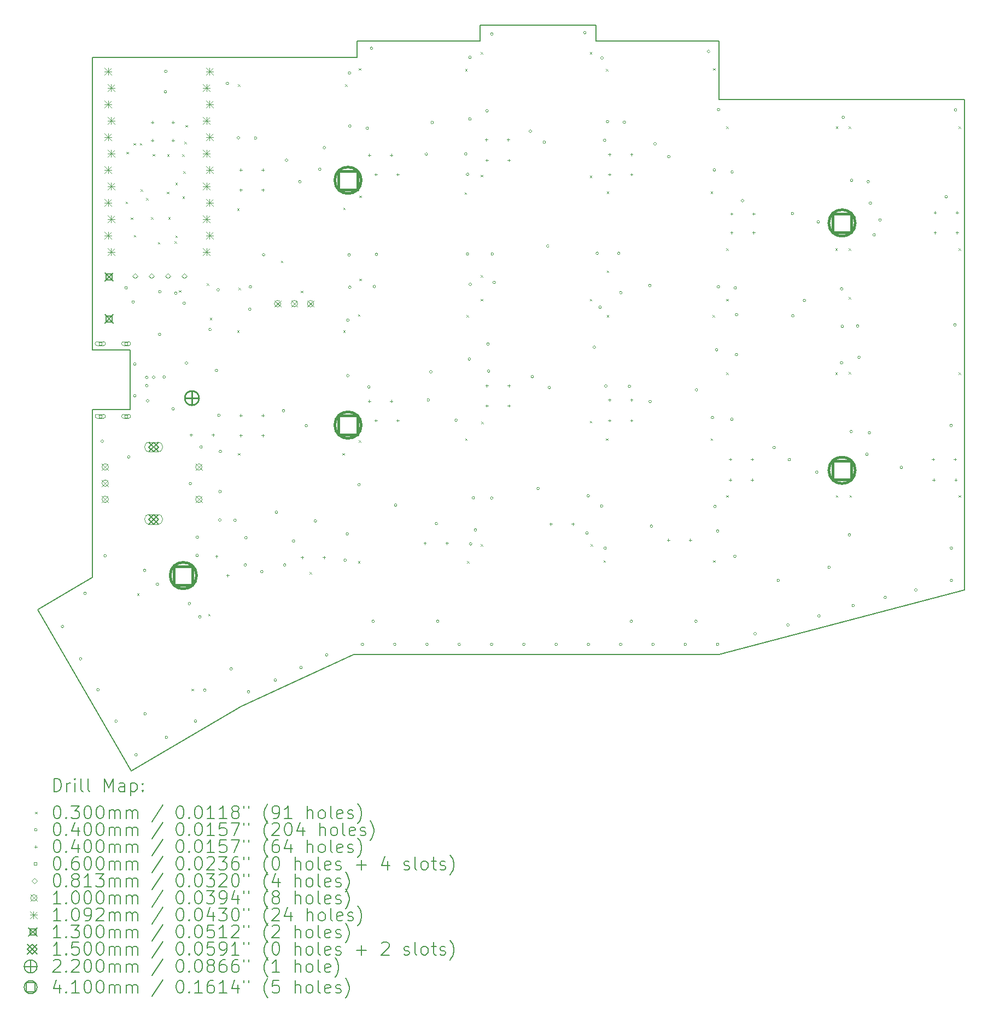
<source format=gbr>
%TF.GenerationSoftware,KiCad,Pcbnew,9.0.0*%
%TF.CreationDate,2025-03-10T16:56:19+08:00*%
%TF.ProjectId,SofleKeyboard,536f666c-654b-4657-9962-6f6172642e6b,rev?*%
%TF.SameCoordinates,Original*%
%TF.FileFunction,Drillmap*%
%TF.FilePolarity,Positive*%
%FSLAX45Y45*%
G04 Gerber Fmt 4.5, Leading zero omitted, Abs format (unit mm)*
G04 Created by KiCad (PCBNEW 9.0.0) date 2025-03-10 16:56:19*
%MOMM*%
%LPD*%
G01*
G04 APERTURE LIST*
%ADD10C,0.150000*%
%ADD11C,0.200000*%
%ADD12C,0.100000*%
%ADD13C,0.109220*%
%ADD14C,0.130000*%
%ADD15C,0.220000*%
%ADD16C,0.410000*%
G04 APERTURE END LIST*
D10*
X13073000Y-4055200D02*
X11123000Y-4055200D01*
X14973000Y-3805200D02*
X13073000Y-3805200D01*
X14973000Y-3555200D02*
X14973000Y-3805200D01*
X8973000Y-10055200D02*
X8973000Y-12105200D01*
X22473000Y-4705200D02*
X18673000Y-4705200D01*
X16773000Y-3555200D02*
X14973000Y-3555200D01*
X18673000Y-4705200D02*
X18673000Y-3805200D01*
X9553000Y-9513200D02*
X8973000Y-9513200D01*
X8973000Y-9513200D02*
X8973000Y-10055200D01*
X11273000Y-14105200D02*
X13023000Y-13305200D01*
X13023000Y-13305200D02*
X18673000Y-13305200D01*
X22473000Y-12305200D02*
X22473000Y-4705200D01*
X18673000Y-13305200D02*
X22473000Y-12305200D01*
X11123000Y-4055200D02*
X8973000Y-4055200D01*
X13073000Y-3805200D02*
X13073000Y-4055200D01*
X16773000Y-3805200D02*
X16773000Y-3555200D01*
X8973000Y-8589100D02*
X9553000Y-8589100D01*
X8123000Y-12605200D02*
X9573000Y-15105200D01*
X8973000Y-12105200D02*
X8723000Y-12255200D01*
X9573000Y-15105200D02*
X11273000Y-14105200D01*
X9553000Y-8589100D02*
X9553000Y-9513200D01*
X8973000Y-4055200D02*
X8973000Y-8589100D01*
X18673000Y-3805200D02*
X16773000Y-3805200D01*
X8723000Y-12255200D02*
X8123000Y-12605200D01*
D11*
D12*
X9485000Y-6291000D02*
X9515000Y-6321000D01*
X9515000Y-6291000D02*
X9485000Y-6321000D01*
X9498000Y-5520200D02*
X9528000Y-5550200D01*
X9528000Y-5520200D02*
X9498000Y-5550200D01*
X9565000Y-6536000D02*
X9595000Y-6566000D01*
X9595000Y-6536000D02*
X9565000Y-6566000D01*
X9607930Y-5383070D02*
X9637930Y-5413070D01*
X9637930Y-5383070D02*
X9607930Y-5413070D01*
X9615000Y-6805000D02*
X9645000Y-6835000D01*
X9645000Y-6805000D02*
X9615000Y-6835000D01*
X9665000Y-12356000D02*
X9695000Y-12386000D01*
X9695000Y-12356000D02*
X9665000Y-12386000D01*
X9705000Y-5386000D02*
X9735000Y-5416000D01*
X9735000Y-5386000D02*
X9705000Y-5416000D01*
X9717350Y-6098650D02*
X9747350Y-6128650D01*
X9747350Y-6098650D02*
X9717350Y-6128650D01*
X9805000Y-6236000D02*
X9835000Y-6266000D01*
X9835000Y-6236000D02*
X9805000Y-6266000D01*
X9878000Y-6530200D02*
X9908000Y-6560200D01*
X9908000Y-6530200D02*
X9878000Y-6560200D01*
X9903000Y-5555200D02*
X9933000Y-5585200D01*
X9933000Y-5555200D02*
X9903000Y-5585200D01*
X9983850Y-6916662D02*
X10013850Y-6946662D01*
X10013850Y-6916662D02*
X9983850Y-6946662D01*
X10125000Y-6136000D02*
X10155000Y-6166000D01*
X10155000Y-6136000D02*
X10125000Y-6166000D01*
X10128000Y-5560200D02*
X10158000Y-5590200D01*
X10158000Y-5560200D02*
X10128000Y-5590200D01*
X10148000Y-6530200D02*
X10178000Y-6560200D01*
X10178000Y-6530200D02*
X10148000Y-6560200D01*
X10245000Y-6905000D02*
X10275000Y-6935000D01*
X10275000Y-6905000D02*
X10245000Y-6935000D01*
X10255000Y-5996000D02*
X10285000Y-6026000D01*
X10285000Y-5996000D02*
X10255000Y-6026000D01*
X10255000Y-6815000D02*
X10285000Y-6845000D01*
X10285000Y-6815000D02*
X10255000Y-6845000D01*
X10312889Y-7660089D02*
X10342889Y-7690089D01*
X10342889Y-7660089D02*
X10312889Y-7690089D01*
X10363000Y-5560200D02*
X10393000Y-5590200D01*
X10393000Y-5560200D02*
X10363000Y-5590200D01*
X10368000Y-6210200D02*
X10398000Y-6240200D01*
X10398000Y-6210200D02*
X10368000Y-6240200D01*
X10378000Y-5820200D02*
X10408000Y-5850200D01*
X10408000Y-5820200D02*
X10378000Y-5850200D01*
X10395500Y-5362700D02*
X10425500Y-5392700D01*
X10425500Y-5362700D02*
X10395500Y-5392700D01*
X10415000Y-5106000D02*
X10445000Y-5136000D01*
X10445000Y-5106000D02*
X10415000Y-5136000D01*
X10505000Y-13836000D02*
X10535000Y-13866000D01*
X10535000Y-13836000D02*
X10505000Y-13866000D01*
X10745000Y-7556000D02*
X10775000Y-7586000D01*
X10775000Y-7556000D02*
X10745000Y-7586000D01*
X10765000Y-12676000D02*
X10795000Y-12706000D01*
X10795000Y-12676000D02*
X10765000Y-12706000D01*
X10790000Y-8091000D02*
X10820000Y-8121000D01*
X10820000Y-8091000D02*
X10790000Y-8121000D01*
X11215000Y-6395000D02*
X11245000Y-6425000D01*
X11245000Y-6395000D02*
X11215000Y-6425000D01*
X11215000Y-8285000D02*
X11245000Y-8315000D01*
X11245000Y-8285000D02*
X11215000Y-8315000D01*
X11224999Y-4475000D02*
X11254999Y-4505000D01*
X11254999Y-4475000D02*
X11224999Y-4505000D01*
X11225000Y-10184999D02*
X11255000Y-10214999D01*
X11255000Y-10184999D02*
X11225000Y-10214999D01*
X11235000Y-7626000D02*
X11265000Y-7656000D01*
X11265000Y-7626000D02*
X11235000Y-7656000D01*
X11890000Y-7206000D02*
X11920000Y-7236000D01*
X11920000Y-7206000D02*
X11890000Y-7236000D01*
X12198000Y-7670200D02*
X12228000Y-7700200D01*
X12228000Y-7670200D02*
X12198000Y-7700200D01*
X12335000Y-12026000D02*
X12365000Y-12056000D01*
X12365000Y-12026000D02*
X12335000Y-12056000D01*
X12845000Y-10185000D02*
X12875000Y-10215000D01*
X12875000Y-10185000D02*
X12845000Y-10215000D01*
X12855000Y-6385000D02*
X12885000Y-6415000D01*
X12885000Y-6385000D02*
X12855000Y-6415000D01*
X12855000Y-8285000D02*
X12885000Y-8315000D01*
X12885000Y-8285000D02*
X12855000Y-8315000D01*
X12885000Y-4476000D02*
X12915000Y-4506000D01*
X12915000Y-4476000D02*
X12885000Y-4506000D01*
X13085000Y-8036000D02*
X13115000Y-8066000D01*
X13115000Y-8036000D02*
X13085000Y-8066000D01*
X13085000Y-11856000D02*
X13115000Y-11886000D01*
X13115000Y-11856000D02*
X13085000Y-11886000D01*
X13095000Y-4226000D02*
X13125000Y-4256000D01*
X13125000Y-4226000D02*
X13095000Y-4256000D01*
X13095000Y-9986000D02*
X13125000Y-10016000D01*
X13125000Y-9986000D02*
X13095000Y-10016000D01*
X13105000Y-6196000D02*
X13135000Y-6226000D01*
X13135000Y-6196000D02*
X13105000Y-6226000D01*
X13105000Y-7486000D02*
X13135000Y-7516000D01*
X13135000Y-7486000D02*
X13105000Y-7516000D01*
X14735000Y-6145000D02*
X14765000Y-6175000D01*
X14765000Y-6145000D02*
X14735000Y-6175000D01*
X14745000Y-4235000D02*
X14775000Y-4265000D01*
X14775000Y-4235000D02*
X14745000Y-4265000D01*
X14745000Y-9955000D02*
X14775000Y-9985000D01*
X14775000Y-9955000D02*
X14745000Y-9985000D01*
X14765000Y-8045000D02*
X14795000Y-8075000D01*
X14795000Y-8045000D02*
X14765000Y-8075000D01*
X14775000Y-11856000D02*
X14805000Y-11886000D01*
X14805000Y-11856000D02*
X14775000Y-11886000D01*
X14985000Y-3976000D02*
X15015000Y-4006000D01*
X15015000Y-3976000D02*
X14985000Y-4006000D01*
X14985000Y-5876000D02*
X15015000Y-5906000D01*
X15015000Y-5876000D02*
X14985000Y-5906000D01*
X14985000Y-7431000D02*
X15015000Y-7461000D01*
X15015000Y-7431000D02*
X14985000Y-7461000D01*
X14985000Y-7796000D02*
X15015000Y-7826000D01*
X15015000Y-7796000D02*
X14985000Y-7826000D01*
X14985000Y-11596000D02*
X15015000Y-11626000D01*
X15015000Y-11596000D02*
X14985000Y-11626000D01*
X14995000Y-9696000D02*
X15025000Y-9726000D01*
X15025000Y-9696000D02*
X14995000Y-9726000D01*
X16675000Y-3976000D02*
X16705000Y-4006000D01*
X16705000Y-3976000D02*
X16675000Y-4006000D01*
X16675000Y-5886000D02*
X16705000Y-5916000D01*
X16705000Y-5886000D02*
X16675000Y-5916000D01*
X16675000Y-7796000D02*
X16705000Y-7826000D01*
X16705000Y-7796000D02*
X16675000Y-7826000D01*
X16675000Y-9686000D02*
X16705000Y-9716000D01*
X16705000Y-9686000D02*
X16675000Y-9716000D01*
X16685000Y-11596000D02*
X16715000Y-11626000D01*
X16715000Y-11596000D02*
X16685000Y-11626000D01*
X16885000Y-11846000D02*
X16915000Y-11876000D01*
X16915000Y-11846000D02*
X16885000Y-11876000D01*
X16925000Y-4235000D02*
X16955000Y-4265000D01*
X16955000Y-4235000D02*
X16925000Y-4265000D01*
X16925000Y-9955000D02*
X16955000Y-9985000D01*
X16955000Y-9955000D02*
X16925000Y-9985000D01*
X16935000Y-6135000D02*
X16965000Y-6165000D01*
X16965000Y-6135000D02*
X16935000Y-6165000D01*
X16935000Y-7356000D02*
X16965000Y-7386000D01*
X16965000Y-7356000D02*
X16935000Y-7386000D01*
X16935000Y-8045000D02*
X16965000Y-8075000D01*
X16965000Y-8045000D02*
X16935000Y-8075000D01*
X18545000Y-6135000D02*
X18575000Y-6165000D01*
X18575000Y-6135000D02*
X18545000Y-6165000D01*
X18545000Y-9955000D02*
X18575000Y-9985000D01*
X18575000Y-9955000D02*
X18545000Y-9985000D01*
X18575000Y-8045000D02*
X18605000Y-8075000D01*
X18605000Y-8045000D02*
X18575000Y-8075000D01*
X18585000Y-4226000D02*
X18615000Y-4256000D01*
X18615000Y-4226000D02*
X18585000Y-4256000D01*
X18585000Y-11846000D02*
X18615000Y-11876000D01*
X18615000Y-11846000D02*
X18585000Y-11876000D01*
X18785000Y-5126000D02*
X18815000Y-5156000D01*
X18815000Y-5126000D02*
X18785000Y-5156000D01*
X18785000Y-7016000D02*
X18815000Y-7046000D01*
X18815000Y-7016000D02*
X18785000Y-7046000D01*
X18785000Y-7796000D02*
X18815000Y-7826000D01*
X18815000Y-7796000D02*
X18785000Y-7826000D01*
X18785000Y-8936000D02*
X18815000Y-8966000D01*
X18815000Y-8936000D02*
X18785000Y-8966000D01*
X18785000Y-10836000D02*
X18815000Y-10866000D01*
X18815000Y-10836000D02*
X18785000Y-10866000D01*
X20475000Y-7016000D02*
X20505000Y-7046000D01*
X20505000Y-7016000D02*
X20475000Y-7046000D01*
X20475000Y-8936000D02*
X20505000Y-8966000D01*
X20505000Y-8936000D02*
X20475000Y-8966000D01*
X20485000Y-5126000D02*
X20515000Y-5156000D01*
X20515000Y-5126000D02*
X20485000Y-5156000D01*
X20485000Y-10836000D02*
X20515000Y-10866000D01*
X20515000Y-10836000D02*
X20485000Y-10866000D01*
X20685000Y-5126000D02*
X20715000Y-5156000D01*
X20715000Y-5126000D02*
X20685000Y-5156000D01*
X20685000Y-7016000D02*
X20715000Y-7046000D01*
X20715000Y-7016000D02*
X20685000Y-7046000D01*
X20685000Y-7766000D02*
X20715000Y-7796000D01*
X20715000Y-7766000D02*
X20685000Y-7796000D01*
X20685000Y-8926000D02*
X20715000Y-8956000D01*
X20715000Y-8926000D02*
X20685000Y-8956000D01*
X20695000Y-10836000D02*
X20725000Y-10866000D01*
X20725000Y-10836000D02*
X20695000Y-10866000D01*
X22385000Y-5126000D02*
X22415000Y-5156000D01*
X22415000Y-5126000D02*
X22385000Y-5156000D01*
X22385000Y-7016000D02*
X22415000Y-7046000D01*
X22415000Y-7016000D02*
X22385000Y-7046000D01*
X22385000Y-8936000D02*
X22415000Y-8966000D01*
X22415000Y-8936000D02*
X22385000Y-8966000D01*
X22385000Y-10836000D02*
X22415000Y-10866000D01*
X22415000Y-10836000D02*
X22385000Y-10866000D01*
X8528000Y-12870200D02*
G75*
G02*
X8488000Y-12870200I-20000J0D01*
G01*
X8488000Y-12870200D02*
G75*
G02*
X8528000Y-12870200I20000J0D01*
G01*
X8808000Y-13370200D02*
G75*
G02*
X8768000Y-13370200I-20000J0D01*
G01*
X8768000Y-13370200D02*
G75*
G02*
X8808000Y-13370200I20000J0D01*
G01*
X8878000Y-12355200D02*
G75*
G02*
X8838000Y-12355200I-20000J0D01*
G01*
X8838000Y-12355200D02*
G75*
G02*
X8878000Y-12355200I20000J0D01*
G01*
X9078000Y-13850200D02*
G75*
G02*
X9038000Y-13850200I-20000J0D01*
G01*
X9038000Y-13850200D02*
G75*
G02*
X9078000Y-13850200I20000J0D01*
G01*
X9143000Y-10000200D02*
G75*
G02*
X9103000Y-10000200I-20000J0D01*
G01*
X9103000Y-10000200D02*
G75*
G02*
X9143000Y-10000200I20000J0D01*
G01*
X9188000Y-11775200D02*
G75*
G02*
X9148000Y-11775200I-20000J0D01*
G01*
X9148000Y-11775200D02*
G75*
G02*
X9188000Y-11775200I20000J0D01*
G01*
X9358000Y-14335200D02*
G75*
G02*
X9318000Y-14335200I-20000J0D01*
G01*
X9318000Y-14335200D02*
G75*
G02*
X9358000Y-14335200I20000J0D01*
G01*
X9513000Y-7625200D02*
G75*
G02*
X9473000Y-7625200I-20000J0D01*
G01*
X9473000Y-7625200D02*
G75*
G02*
X9513000Y-7625200I20000J0D01*
G01*
X9553000Y-10245200D02*
G75*
G02*
X9513000Y-10245200I-20000J0D01*
G01*
X9513000Y-10245200D02*
G75*
G02*
X9553000Y-10245200I20000J0D01*
G01*
X9623000Y-7845200D02*
G75*
G02*
X9583000Y-7845200I-20000J0D01*
G01*
X9583000Y-7845200D02*
G75*
G02*
X9623000Y-7845200I20000J0D01*
G01*
X9649000Y-8806200D02*
G75*
G02*
X9609000Y-8806200I-20000J0D01*
G01*
X9609000Y-8806200D02*
G75*
G02*
X9649000Y-8806200I20000J0D01*
G01*
X9649000Y-9296200D02*
G75*
G02*
X9609000Y-9296200I-20000J0D01*
G01*
X9609000Y-9296200D02*
G75*
G02*
X9649000Y-9296200I20000J0D01*
G01*
X9668000Y-14855200D02*
G75*
G02*
X9628000Y-14855200I-20000J0D01*
G01*
X9628000Y-14855200D02*
G75*
G02*
X9668000Y-14855200I20000J0D01*
G01*
X9800000Y-12001000D02*
G75*
G02*
X9760000Y-12001000I-20000J0D01*
G01*
X9760000Y-12001000D02*
G75*
G02*
X9800000Y-12001000I20000J0D01*
G01*
X9808000Y-14222700D02*
G75*
G02*
X9768000Y-14222700I-20000J0D01*
G01*
X9768000Y-14222700D02*
G75*
G02*
X9808000Y-14222700I20000J0D01*
G01*
X9832000Y-9012200D02*
G75*
G02*
X9792000Y-9012200I-20000J0D01*
G01*
X9792000Y-9012200D02*
G75*
G02*
X9832000Y-9012200I20000J0D01*
G01*
X9833000Y-9139200D02*
G75*
G02*
X9793000Y-9139200I-20000J0D01*
G01*
X9793000Y-9139200D02*
G75*
G02*
X9833000Y-9139200I20000J0D01*
G01*
X9848000Y-9375200D02*
G75*
G02*
X9808000Y-9375200I-20000J0D01*
G01*
X9808000Y-9375200D02*
G75*
G02*
X9848000Y-9375200I20000J0D01*
G01*
X9941000Y-9010200D02*
G75*
G02*
X9901000Y-9010200I-20000J0D01*
G01*
X9901000Y-9010200D02*
G75*
G02*
X9941000Y-9010200I20000J0D01*
G01*
X9998000Y-12215200D02*
G75*
G02*
X9958000Y-12215200I-20000J0D01*
G01*
X9958000Y-12215200D02*
G75*
G02*
X9998000Y-12215200I20000J0D01*
G01*
X10033000Y-8345200D02*
G75*
G02*
X9993000Y-8345200I-20000J0D01*
G01*
X9993000Y-8345200D02*
G75*
G02*
X10033000Y-8345200I20000J0D01*
G01*
X10036136Y-7686117D02*
G75*
G02*
X9996136Y-7686117I-20000J0D01*
G01*
X9996136Y-7686117D02*
G75*
G02*
X10036136Y-7686117I20000J0D01*
G01*
X10103000Y-9005200D02*
G75*
G02*
X10063000Y-9005200I-20000J0D01*
G01*
X10063000Y-9005200D02*
G75*
G02*
X10103000Y-9005200I20000J0D01*
G01*
X10123000Y-4590200D02*
G75*
G02*
X10083000Y-4590200I-20000J0D01*
G01*
X10083000Y-4590200D02*
G75*
G02*
X10123000Y-4590200I20000J0D01*
G01*
X10128000Y-4275200D02*
G75*
G02*
X10088000Y-4275200I-20000J0D01*
G01*
X10088000Y-4275200D02*
G75*
G02*
X10128000Y-4275200I20000J0D01*
G01*
X10138000Y-14585200D02*
G75*
G02*
X10098000Y-14585200I-20000J0D01*
G01*
X10098000Y-14585200D02*
G75*
G02*
X10138000Y-14585200I20000J0D01*
G01*
X10243000Y-9500200D02*
G75*
G02*
X10203000Y-9500200I-20000J0D01*
G01*
X10203000Y-9500200D02*
G75*
G02*
X10243000Y-9500200I20000J0D01*
G01*
X10284000Y-7708200D02*
G75*
G02*
X10244000Y-7708200I-20000J0D01*
G01*
X10244000Y-7708200D02*
G75*
G02*
X10284000Y-7708200I20000J0D01*
G01*
X10413000Y-7865200D02*
G75*
G02*
X10373000Y-7865200I-20000J0D01*
G01*
X10373000Y-7865200D02*
G75*
G02*
X10413000Y-7865200I20000J0D01*
G01*
X10448000Y-8790200D02*
G75*
G02*
X10408000Y-8790200I-20000J0D01*
G01*
X10408000Y-8790200D02*
G75*
G02*
X10448000Y-8790200I20000J0D01*
G01*
X10493000Y-12515200D02*
G75*
G02*
X10453000Y-12515200I-20000J0D01*
G01*
X10453000Y-12515200D02*
G75*
G02*
X10493000Y-12515200I20000J0D01*
G01*
X10508000Y-10655200D02*
G75*
G02*
X10468000Y-10655200I-20000J0D01*
G01*
X10468000Y-10655200D02*
G75*
G02*
X10508000Y-10655200I20000J0D01*
G01*
X10588000Y-14335200D02*
G75*
G02*
X10548000Y-14335200I-20000J0D01*
G01*
X10548000Y-14335200D02*
G75*
G02*
X10588000Y-14335200I20000J0D01*
G01*
X10613000Y-11770200D02*
G75*
G02*
X10573000Y-11770200I-20000J0D01*
G01*
X10573000Y-11770200D02*
G75*
G02*
X10613000Y-11770200I20000J0D01*
G01*
X10615000Y-11486000D02*
G75*
G02*
X10575000Y-11486000I-20000J0D01*
G01*
X10575000Y-11486000D02*
G75*
G02*
X10615000Y-11486000I20000J0D01*
G01*
X10655000Y-12721000D02*
G75*
G02*
X10615000Y-12721000I-20000J0D01*
G01*
X10615000Y-12721000D02*
G75*
G02*
X10655000Y-12721000I20000J0D01*
G01*
X10673000Y-10090200D02*
G75*
G02*
X10633000Y-10090200I-20000J0D01*
G01*
X10633000Y-10090200D02*
G75*
G02*
X10673000Y-10090200I20000J0D01*
G01*
X10733000Y-13855200D02*
G75*
G02*
X10693000Y-13855200I-20000J0D01*
G01*
X10693000Y-13855200D02*
G75*
G02*
X10733000Y-13855200I20000J0D01*
G01*
X10813000Y-8270200D02*
G75*
G02*
X10773000Y-8270200I-20000J0D01*
G01*
X10773000Y-8270200D02*
G75*
G02*
X10813000Y-8270200I20000J0D01*
G01*
X10913000Y-8905200D02*
G75*
G02*
X10873000Y-8905200I-20000J0D01*
G01*
X10873000Y-8905200D02*
G75*
G02*
X10913000Y-8905200I20000J0D01*
G01*
X10938000Y-7655200D02*
G75*
G02*
X10898000Y-7655200I-20000J0D01*
G01*
X10898000Y-7655200D02*
G75*
G02*
X10938000Y-7655200I20000J0D01*
G01*
X10950500Y-9600200D02*
G75*
G02*
X10910500Y-9600200I-20000J0D01*
G01*
X10910500Y-9600200D02*
G75*
G02*
X10950500Y-9600200I20000J0D01*
G01*
X10965000Y-11221000D02*
G75*
G02*
X10925000Y-11221000I-20000J0D01*
G01*
X10925000Y-11221000D02*
G75*
G02*
X10965000Y-11221000I20000J0D01*
G01*
X10968000Y-10780200D02*
G75*
G02*
X10928000Y-10780200I-20000J0D01*
G01*
X10928000Y-10780200D02*
G75*
G02*
X10968000Y-10780200I20000J0D01*
G01*
X10973000Y-10160200D02*
G75*
G02*
X10933000Y-10160200I-20000J0D01*
G01*
X10933000Y-10160200D02*
G75*
G02*
X10973000Y-10160200I20000J0D01*
G01*
X11080500Y-4460200D02*
G75*
G02*
X11040500Y-4460200I-20000J0D01*
G01*
X11040500Y-4460200D02*
G75*
G02*
X11080500Y-4460200I20000J0D01*
G01*
X11140500Y-13525200D02*
G75*
G02*
X11100500Y-13525200I-20000J0D01*
G01*
X11100500Y-13525200D02*
G75*
G02*
X11140500Y-13525200I20000J0D01*
G01*
X11200000Y-11226000D02*
G75*
G02*
X11160000Y-11226000I-20000J0D01*
G01*
X11160000Y-11226000D02*
G75*
G02*
X11200000Y-11226000I20000J0D01*
G01*
X11253000Y-5301000D02*
G75*
G02*
X11213000Y-5301000I-20000J0D01*
G01*
X11213000Y-5301000D02*
G75*
G02*
X11253000Y-5301000I20000J0D01*
G01*
X11360000Y-11916000D02*
G75*
G02*
X11320000Y-11916000I-20000J0D01*
G01*
X11320000Y-11916000D02*
G75*
G02*
X11360000Y-11916000I20000J0D01*
G01*
X11370000Y-11496000D02*
G75*
G02*
X11330000Y-11496000I-20000J0D01*
G01*
X11330000Y-11496000D02*
G75*
G02*
X11370000Y-11496000I20000J0D01*
G01*
X11408000Y-13880200D02*
G75*
G02*
X11368000Y-13880200I-20000J0D01*
G01*
X11368000Y-13880200D02*
G75*
G02*
X11408000Y-13880200I20000J0D01*
G01*
X11428000Y-7955200D02*
G75*
G02*
X11388000Y-7955200I-20000J0D01*
G01*
X11388000Y-7955200D02*
G75*
G02*
X11428000Y-7955200I20000J0D01*
G01*
X11438000Y-7610200D02*
G75*
G02*
X11398000Y-7610200I-20000J0D01*
G01*
X11398000Y-7610200D02*
G75*
G02*
X11438000Y-7610200I20000J0D01*
G01*
X11518000Y-5306000D02*
G75*
G02*
X11478000Y-5306000I-20000J0D01*
G01*
X11478000Y-5306000D02*
G75*
G02*
X11518000Y-5306000I20000J0D01*
G01*
X11615000Y-12021000D02*
G75*
G02*
X11575000Y-12021000I-20000J0D01*
G01*
X11575000Y-12021000D02*
G75*
G02*
X11615000Y-12021000I20000J0D01*
G01*
X11643000Y-7112700D02*
G75*
G02*
X11603000Y-7112700I-20000J0D01*
G01*
X11603000Y-7112700D02*
G75*
G02*
X11643000Y-7112700I20000J0D01*
G01*
X11823000Y-13700200D02*
G75*
G02*
X11783000Y-13700200I-20000J0D01*
G01*
X11783000Y-13700200D02*
G75*
G02*
X11823000Y-13700200I20000J0D01*
G01*
X11840500Y-11100200D02*
G75*
G02*
X11800500Y-11100200I-20000J0D01*
G01*
X11800500Y-11100200D02*
G75*
G02*
X11840500Y-11100200I20000J0D01*
G01*
X11950366Y-9529614D02*
G75*
G02*
X11910366Y-9529614I-20000J0D01*
G01*
X11910366Y-9529614D02*
G75*
G02*
X11950366Y-9529614I20000J0D01*
G01*
X11970000Y-11916000D02*
G75*
G02*
X11930000Y-11916000I-20000J0D01*
G01*
X11930000Y-11916000D02*
G75*
G02*
X11970000Y-11916000I20000J0D01*
G01*
X11998000Y-5650200D02*
G75*
G02*
X11958000Y-5650200I-20000J0D01*
G01*
X11958000Y-5650200D02*
G75*
G02*
X11998000Y-5650200I20000J0D01*
G01*
X12105000Y-11546000D02*
G75*
G02*
X12065000Y-11546000I-20000J0D01*
G01*
X12065000Y-11546000D02*
G75*
G02*
X12105000Y-11546000I20000J0D01*
G01*
X12203000Y-5980200D02*
G75*
G02*
X12163000Y-5980200I-20000J0D01*
G01*
X12163000Y-5980200D02*
G75*
G02*
X12203000Y-5980200I20000J0D01*
G01*
X12223000Y-13505200D02*
G75*
G02*
X12183000Y-13505200I-20000J0D01*
G01*
X12183000Y-13505200D02*
G75*
G02*
X12223000Y-13505200I20000J0D01*
G01*
X12303000Y-9760200D02*
G75*
G02*
X12263000Y-9760200I-20000J0D01*
G01*
X12263000Y-9760200D02*
G75*
G02*
X12303000Y-9760200I20000J0D01*
G01*
X12445000Y-11236000D02*
G75*
G02*
X12405000Y-11236000I-20000J0D01*
G01*
X12405000Y-11236000D02*
G75*
G02*
X12445000Y-11236000I20000J0D01*
G01*
X12513000Y-5790200D02*
G75*
G02*
X12473000Y-5790200I-20000J0D01*
G01*
X12473000Y-5790200D02*
G75*
G02*
X12513000Y-5790200I20000J0D01*
G01*
X12583000Y-5455200D02*
G75*
G02*
X12543000Y-5455200I-20000J0D01*
G01*
X12543000Y-5455200D02*
G75*
G02*
X12583000Y-5455200I20000J0D01*
G01*
X12618000Y-13310200D02*
G75*
G02*
X12578000Y-13310200I-20000J0D01*
G01*
X12578000Y-13310200D02*
G75*
G02*
X12618000Y-13310200I20000J0D01*
G01*
X12905000Y-11841000D02*
G75*
G02*
X12865000Y-11841000I-20000J0D01*
G01*
X12865000Y-11841000D02*
G75*
G02*
X12905000Y-11841000I20000J0D01*
G01*
X12938000Y-11435200D02*
G75*
G02*
X12898000Y-11435200I-20000J0D01*
G01*
X12898000Y-11435200D02*
G75*
G02*
X12938000Y-11435200I20000J0D01*
G01*
X12948000Y-8125200D02*
G75*
G02*
X12908000Y-8125200I-20000J0D01*
G01*
X12908000Y-8125200D02*
G75*
G02*
X12948000Y-8125200I20000J0D01*
G01*
X12948000Y-8985200D02*
G75*
G02*
X12908000Y-8985200I-20000J0D01*
G01*
X12908000Y-8985200D02*
G75*
G02*
X12948000Y-8985200I20000J0D01*
G01*
X12968000Y-7115200D02*
G75*
G02*
X12928000Y-7115200I-20000J0D01*
G01*
X12928000Y-7115200D02*
G75*
G02*
X12968000Y-7115200I20000J0D01*
G01*
X12973000Y-4300200D02*
G75*
G02*
X12933000Y-4300200I-20000J0D01*
G01*
X12933000Y-4300200D02*
G75*
G02*
X12973000Y-4300200I20000J0D01*
G01*
X12978000Y-5120200D02*
G75*
G02*
X12938000Y-5120200I-20000J0D01*
G01*
X12938000Y-5120200D02*
G75*
G02*
X12978000Y-5120200I20000J0D01*
G01*
X12978000Y-7615200D02*
G75*
G02*
X12938000Y-7615200I-20000J0D01*
G01*
X12938000Y-7615200D02*
G75*
G02*
X12978000Y-7615200I20000J0D01*
G01*
X13120500Y-10672700D02*
G75*
G02*
X13080500Y-10672700I-20000J0D01*
G01*
X13080500Y-10672700D02*
G75*
G02*
X13120500Y-10672700I20000J0D01*
G01*
X13173000Y-13145200D02*
G75*
G02*
X13133000Y-13145200I-20000J0D01*
G01*
X13133000Y-13145200D02*
G75*
G02*
X13173000Y-13145200I20000J0D01*
G01*
X13248000Y-5155200D02*
G75*
G02*
X13208000Y-5155200I-20000J0D01*
G01*
X13208000Y-5155200D02*
G75*
G02*
X13248000Y-5155200I20000J0D01*
G01*
X13273000Y-9160200D02*
G75*
G02*
X13233000Y-9160200I-20000J0D01*
G01*
X13233000Y-9160200D02*
G75*
G02*
X13273000Y-9160200I20000J0D01*
G01*
X13313000Y-3915200D02*
G75*
G02*
X13273000Y-3915200I-20000J0D01*
G01*
X13273000Y-3915200D02*
G75*
G02*
X13313000Y-3915200I20000J0D01*
G01*
X13338000Y-12787700D02*
G75*
G02*
X13298000Y-12787700I-20000J0D01*
G01*
X13298000Y-12787700D02*
G75*
G02*
X13338000Y-12787700I20000J0D01*
G01*
X13358000Y-7605200D02*
G75*
G02*
X13318000Y-7605200I-20000J0D01*
G01*
X13318000Y-7605200D02*
G75*
G02*
X13358000Y-7605200I20000J0D01*
G01*
X13390000Y-7106000D02*
G75*
G02*
X13350000Y-7106000I-20000J0D01*
G01*
X13350000Y-7106000D02*
G75*
G02*
X13390000Y-7106000I20000J0D01*
G01*
X13673000Y-13145200D02*
G75*
G02*
X13633000Y-13145200I-20000J0D01*
G01*
X13633000Y-13145200D02*
G75*
G02*
X13673000Y-13145200I20000J0D01*
G01*
X13688000Y-10990200D02*
G75*
G02*
X13648000Y-10990200I-20000J0D01*
G01*
X13648000Y-10990200D02*
G75*
G02*
X13688000Y-10990200I20000J0D01*
G01*
X14163000Y-5555200D02*
G75*
G02*
X14123000Y-5555200I-20000J0D01*
G01*
X14123000Y-5555200D02*
G75*
G02*
X14163000Y-5555200I20000J0D01*
G01*
X14173000Y-13145200D02*
G75*
G02*
X14133000Y-13145200I-20000J0D01*
G01*
X14133000Y-13145200D02*
G75*
G02*
X14173000Y-13145200I20000J0D01*
G01*
X14193000Y-9360200D02*
G75*
G02*
X14153000Y-9360200I-20000J0D01*
G01*
X14153000Y-9360200D02*
G75*
G02*
X14193000Y-9360200I20000J0D01*
G01*
X14233000Y-8925200D02*
G75*
G02*
X14193000Y-8925200I-20000J0D01*
G01*
X14193000Y-8925200D02*
G75*
G02*
X14233000Y-8925200I20000J0D01*
G01*
X14253000Y-5065200D02*
G75*
G02*
X14213000Y-5065200I-20000J0D01*
G01*
X14213000Y-5065200D02*
G75*
G02*
X14253000Y-5065200I20000J0D01*
G01*
X14318000Y-11275200D02*
G75*
G02*
X14278000Y-11275200I-20000J0D01*
G01*
X14278000Y-11275200D02*
G75*
G02*
X14318000Y-11275200I20000J0D01*
G01*
X14338000Y-12787700D02*
G75*
G02*
X14298000Y-12787700I-20000J0D01*
G01*
X14298000Y-12787700D02*
G75*
G02*
X14338000Y-12787700I20000J0D01*
G01*
X14623000Y-9672700D02*
G75*
G02*
X14583000Y-9672700I-20000J0D01*
G01*
X14583000Y-9672700D02*
G75*
G02*
X14623000Y-9672700I20000J0D01*
G01*
X14673000Y-13145200D02*
G75*
G02*
X14633000Y-13145200I-20000J0D01*
G01*
X14633000Y-13145200D02*
G75*
G02*
X14673000Y-13145200I20000J0D01*
G01*
X14773000Y-5550200D02*
G75*
G02*
X14733000Y-5550200I-20000J0D01*
G01*
X14733000Y-5550200D02*
G75*
G02*
X14773000Y-5550200I20000J0D01*
G01*
X14800000Y-7101000D02*
G75*
G02*
X14760000Y-7101000I-20000J0D01*
G01*
X14760000Y-7101000D02*
G75*
G02*
X14800000Y-7101000I20000J0D01*
G01*
X14800500Y-5867700D02*
G75*
G02*
X14760500Y-5867700I-20000J0D01*
G01*
X14760500Y-5867700D02*
G75*
G02*
X14800500Y-5867700I20000J0D01*
G01*
X14828000Y-8730200D02*
G75*
G02*
X14788000Y-8730200I-20000J0D01*
G01*
X14788000Y-8730200D02*
G75*
G02*
X14828000Y-8730200I20000J0D01*
G01*
X14838000Y-4055200D02*
G75*
G02*
X14798000Y-4055200I-20000J0D01*
G01*
X14798000Y-4055200D02*
G75*
G02*
X14838000Y-4055200I20000J0D01*
G01*
X14838000Y-5010200D02*
G75*
G02*
X14798000Y-5010200I-20000J0D01*
G01*
X14798000Y-5010200D02*
G75*
G02*
X14838000Y-5010200I20000J0D01*
G01*
X14843000Y-7570200D02*
G75*
G02*
X14803000Y-7570200I-20000J0D01*
G01*
X14803000Y-7570200D02*
G75*
G02*
X14843000Y-7570200I20000J0D01*
G01*
X14850000Y-11591000D02*
G75*
G02*
X14810000Y-11591000I-20000J0D01*
G01*
X14810000Y-11591000D02*
G75*
G02*
X14850000Y-11591000I20000J0D01*
G01*
X14890000Y-10876000D02*
G75*
G02*
X14850000Y-10876000I-20000J0D01*
G01*
X14850000Y-10876000D02*
G75*
G02*
X14890000Y-10876000I20000J0D01*
G01*
X14923000Y-11375200D02*
G75*
G02*
X14883000Y-11375200I-20000J0D01*
G01*
X14883000Y-11375200D02*
G75*
G02*
X14923000Y-11375200I20000J0D01*
G01*
X15103000Y-4885200D02*
G75*
G02*
X15063000Y-4885200I-20000J0D01*
G01*
X15063000Y-4885200D02*
G75*
G02*
X15103000Y-4885200I20000J0D01*
G01*
X15118000Y-8495200D02*
G75*
G02*
X15078000Y-8495200I-20000J0D01*
G01*
X15078000Y-8495200D02*
G75*
G02*
X15118000Y-8495200I20000J0D01*
G01*
X15128000Y-8915200D02*
G75*
G02*
X15088000Y-8915200I-20000J0D01*
G01*
X15088000Y-8915200D02*
G75*
G02*
X15128000Y-8915200I20000J0D01*
G01*
X15173000Y-13145200D02*
G75*
G02*
X15133000Y-13145200I-20000J0D01*
G01*
X15133000Y-13145200D02*
G75*
G02*
X15173000Y-13145200I20000J0D01*
G01*
X15175000Y-10881000D02*
G75*
G02*
X15135000Y-10881000I-20000J0D01*
G01*
X15135000Y-10881000D02*
G75*
G02*
X15175000Y-10881000I20000J0D01*
G01*
X15178000Y-3695200D02*
G75*
G02*
X15138000Y-3695200I-20000J0D01*
G01*
X15138000Y-3695200D02*
G75*
G02*
X15178000Y-3695200I20000J0D01*
G01*
X15185000Y-7101000D02*
G75*
G02*
X15145000Y-7101000I-20000J0D01*
G01*
X15145000Y-7101000D02*
G75*
G02*
X15185000Y-7101000I20000J0D01*
G01*
X15213000Y-7540200D02*
G75*
G02*
X15173000Y-7540200I-20000J0D01*
G01*
X15173000Y-7540200D02*
G75*
G02*
X15213000Y-7540200I20000J0D01*
G01*
X15673000Y-13145200D02*
G75*
G02*
X15633000Y-13145200I-20000J0D01*
G01*
X15633000Y-13145200D02*
G75*
G02*
X15673000Y-13145200I20000J0D01*
G01*
X15773000Y-5200200D02*
G75*
G02*
X15733000Y-5200200I-20000J0D01*
G01*
X15733000Y-5200200D02*
G75*
G02*
X15773000Y-5200200I20000J0D01*
G01*
X15803000Y-9000200D02*
G75*
G02*
X15763000Y-9000200I-20000J0D01*
G01*
X15763000Y-9000200D02*
G75*
G02*
X15803000Y-9000200I20000J0D01*
G01*
X15893000Y-10732700D02*
G75*
G02*
X15853000Y-10732700I-20000J0D01*
G01*
X15853000Y-10732700D02*
G75*
G02*
X15893000Y-10732700I20000J0D01*
G01*
X15988000Y-5370200D02*
G75*
G02*
X15948000Y-5370200I-20000J0D01*
G01*
X15948000Y-5370200D02*
G75*
G02*
X15988000Y-5370200I20000J0D01*
G01*
X16043000Y-6977700D02*
G75*
G02*
X16003000Y-6977700I-20000J0D01*
G01*
X16003000Y-6977700D02*
G75*
G02*
X16043000Y-6977700I20000J0D01*
G01*
X16068000Y-9170200D02*
G75*
G02*
X16028000Y-9170200I-20000J0D01*
G01*
X16028000Y-9170200D02*
G75*
G02*
X16068000Y-9170200I20000J0D01*
G01*
X16173000Y-13145200D02*
G75*
G02*
X16133000Y-13145200I-20000J0D01*
G01*
X16133000Y-13145200D02*
G75*
G02*
X16173000Y-13145200I20000J0D01*
G01*
X16618000Y-3675200D02*
G75*
G02*
X16578000Y-3675200I-20000J0D01*
G01*
X16578000Y-3675200D02*
G75*
G02*
X16618000Y-3675200I20000J0D01*
G01*
X16650000Y-11421000D02*
G75*
G02*
X16610000Y-11421000I-20000J0D01*
G01*
X16610000Y-11421000D02*
G75*
G02*
X16650000Y-11421000I20000J0D01*
G01*
X16670000Y-10846000D02*
G75*
G02*
X16630000Y-10846000I-20000J0D01*
G01*
X16630000Y-10846000D02*
G75*
G02*
X16670000Y-10846000I20000J0D01*
G01*
X16673000Y-13145200D02*
G75*
G02*
X16633000Y-13145200I-20000J0D01*
G01*
X16633000Y-13145200D02*
G75*
G02*
X16673000Y-13145200I20000J0D01*
G01*
X16763000Y-8545200D02*
G75*
G02*
X16723000Y-8545200I-20000J0D01*
G01*
X16723000Y-8545200D02*
G75*
G02*
X16763000Y-8545200I20000J0D01*
G01*
X16808000Y-7090200D02*
G75*
G02*
X16768000Y-7090200I-20000J0D01*
G01*
X16768000Y-7090200D02*
G75*
G02*
X16808000Y-7090200I20000J0D01*
G01*
X16853000Y-7925200D02*
G75*
G02*
X16813000Y-7925200I-20000J0D01*
G01*
X16813000Y-7925200D02*
G75*
G02*
X16853000Y-7925200I20000J0D01*
G01*
X16878000Y-11005200D02*
G75*
G02*
X16838000Y-11005200I-20000J0D01*
G01*
X16838000Y-11005200D02*
G75*
G02*
X16878000Y-11005200I20000J0D01*
G01*
X16883000Y-4065200D02*
G75*
G02*
X16843000Y-4065200I-20000J0D01*
G01*
X16843000Y-4065200D02*
G75*
G02*
X16883000Y-4065200I20000J0D01*
G01*
X16923000Y-5340200D02*
G75*
G02*
X16883000Y-5340200I-20000J0D01*
G01*
X16883000Y-5340200D02*
G75*
G02*
X16923000Y-5340200I20000J0D01*
G01*
X16930000Y-11656000D02*
G75*
G02*
X16890000Y-11656000I-20000J0D01*
G01*
X16890000Y-11656000D02*
G75*
G02*
X16930000Y-11656000I20000J0D01*
G01*
X16943000Y-9145200D02*
G75*
G02*
X16903000Y-9145200I-20000J0D01*
G01*
X16903000Y-9145200D02*
G75*
G02*
X16943000Y-9145200I20000J0D01*
G01*
X16968000Y-5050200D02*
G75*
G02*
X16928000Y-5050200I-20000J0D01*
G01*
X16928000Y-5050200D02*
G75*
G02*
X16968000Y-5050200I20000J0D01*
G01*
X17143000Y-7090200D02*
G75*
G02*
X17103000Y-7090200I-20000J0D01*
G01*
X17103000Y-7090200D02*
G75*
G02*
X17143000Y-7090200I20000J0D01*
G01*
X17173000Y-7700200D02*
G75*
G02*
X17133000Y-7700200I-20000J0D01*
G01*
X17133000Y-7700200D02*
G75*
G02*
X17173000Y-7700200I20000J0D01*
G01*
X17173000Y-13145200D02*
G75*
G02*
X17133000Y-13145200I-20000J0D01*
G01*
X17133000Y-13145200D02*
G75*
G02*
X17173000Y-13145200I20000J0D01*
G01*
X17228000Y-5060200D02*
G75*
G02*
X17188000Y-5060200I-20000J0D01*
G01*
X17188000Y-5060200D02*
G75*
G02*
X17228000Y-5060200I20000J0D01*
G01*
X17308000Y-9150200D02*
G75*
G02*
X17268000Y-9150200I-20000J0D01*
G01*
X17268000Y-9150200D02*
G75*
G02*
X17308000Y-9150200I20000J0D01*
G01*
X17338000Y-12787700D02*
G75*
G02*
X17298000Y-12787700I-20000J0D01*
G01*
X17298000Y-12787700D02*
G75*
G02*
X17338000Y-12787700I20000J0D01*
G01*
X17623000Y-7590200D02*
G75*
G02*
X17583000Y-7590200I-20000J0D01*
G01*
X17583000Y-7590200D02*
G75*
G02*
X17623000Y-7590200I20000J0D01*
G01*
X17628000Y-9385200D02*
G75*
G02*
X17588000Y-9385200I-20000J0D01*
G01*
X17588000Y-9385200D02*
G75*
G02*
X17628000Y-9385200I20000J0D01*
G01*
X17648000Y-11315200D02*
G75*
G02*
X17608000Y-11315200I-20000J0D01*
G01*
X17608000Y-11315200D02*
G75*
G02*
X17648000Y-11315200I20000J0D01*
G01*
X17673000Y-13145200D02*
G75*
G02*
X17633000Y-13145200I-20000J0D01*
G01*
X17633000Y-13145200D02*
G75*
G02*
X17673000Y-13145200I20000J0D01*
G01*
X17703000Y-5395200D02*
G75*
G02*
X17663000Y-5395200I-20000J0D01*
G01*
X17663000Y-5395200D02*
G75*
G02*
X17703000Y-5395200I20000J0D01*
G01*
X17918000Y-5595200D02*
G75*
G02*
X17878000Y-5595200I-20000J0D01*
G01*
X17878000Y-5595200D02*
G75*
G02*
X17918000Y-5595200I20000J0D01*
G01*
X18173000Y-13145200D02*
G75*
G02*
X18133000Y-13145200I-20000J0D01*
G01*
X18133000Y-13145200D02*
G75*
G02*
X18173000Y-13145200I20000J0D01*
G01*
X18338000Y-12787700D02*
G75*
G02*
X18298000Y-12787700I-20000J0D01*
G01*
X18298000Y-12787700D02*
G75*
G02*
X18338000Y-12787700I20000J0D01*
G01*
X18345500Y-9205200D02*
G75*
G02*
X18305500Y-9205200I-20000J0D01*
G01*
X18305500Y-9205200D02*
G75*
G02*
X18345500Y-9205200I20000J0D01*
G01*
X18533000Y-3965200D02*
G75*
G02*
X18493000Y-3965200I-20000J0D01*
G01*
X18493000Y-3965200D02*
G75*
G02*
X18533000Y-3965200I20000J0D01*
G01*
X18593000Y-9635200D02*
G75*
G02*
X18553000Y-9635200I-20000J0D01*
G01*
X18553000Y-9635200D02*
G75*
G02*
X18593000Y-9635200I20000J0D01*
G01*
X18623000Y-5800200D02*
G75*
G02*
X18583000Y-5800200I-20000J0D01*
G01*
X18583000Y-5800200D02*
G75*
G02*
X18623000Y-5800200I20000J0D01*
G01*
X18633000Y-11010200D02*
G75*
G02*
X18593000Y-11010200I-20000J0D01*
G01*
X18593000Y-11010200D02*
G75*
G02*
X18633000Y-11010200I20000J0D01*
G01*
X18658000Y-8585200D02*
G75*
G02*
X18618000Y-8585200I-20000J0D01*
G01*
X18618000Y-8585200D02*
G75*
G02*
X18658000Y-8585200I20000J0D01*
G01*
X18673000Y-13145200D02*
G75*
G02*
X18633000Y-13145200I-20000J0D01*
G01*
X18633000Y-13145200D02*
G75*
G02*
X18673000Y-13145200I20000J0D01*
G01*
X18675000Y-11391000D02*
G75*
G02*
X18635000Y-11391000I-20000J0D01*
G01*
X18635000Y-11391000D02*
G75*
G02*
X18675000Y-11391000I20000J0D01*
G01*
X18685000Y-7611000D02*
G75*
G02*
X18645000Y-7611000I-20000J0D01*
G01*
X18645000Y-7611000D02*
G75*
G02*
X18685000Y-7611000I20000J0D01*
G01*
X18688000Y-4865200D02*
G75*
G02*
X18648000Y-4865200I-20000J0D01*
G01*
X18648000Y-4865200D02*
G75*
G02*
X18688000Y-4865200I20000J0D01*
G01*
X18895000Y-9661000D02*
G75*
G02*
X18855000Y-9661000I-20000J0D01*
G01*
X18855000Y-9661000D02*
G75*
G02*
X18895000Y-9661000I20000J0D01*
G01*
X18898000Y-5830200D02*
G75*
G02*
X18858000Y-5830200I-20000J0D01*
G01*
X18858000Y-5830200D02*
G75*
G02*
X18898000Y-5830200I20000J0D01*
G01*
X18940000Y-11781000D02*
G75*
G02*
X18900000Y-11781000I-20000J0D01*
G01*
X18900000Y-11781000D02*
G75*
G02*
X18940000Y-11781000I20000J0D01*
G01*
X18945000Y-7626000D02*
G75*
G02*
X18905000Y-7626000I-20000J0D01*
G01*
X18905000Y-7626000D02*
G75*
G02*
X18945000Y-7626000I20000J0D01*
G01*
X18965000Y-8661000D02*
G75*
G02*
X18925000Y-8661000I-20000J0D01*
G01*
X18925000Y-8661000D02*
G75*
G02*
X18965000Y-8661000I20000J0D01*
G01*
X18968000Y-8040200D02*
G75*
G02*
X18928000Y-8040200I-20000J0D01*
G01*
X18928000Y-8040200D02*
G75*
G02*
X18968000Y-8040200I20000J0D01*
G01*
X19058000Y-6275200D02*
G75*
G02*
X19018000Y-6275200I-20000J0D01*
G01*
X19018000Y-6275200D02*
G75*
G02*
X19058000Y-6275200I20000J0D01*
G01*
X19253000Y-12980200D02*
G75*
G02*
X19213000Y-12980200I-20000J0D01*
G01*
X19213000Y-12980200D02*
G75*
G02*
X19253000Y-12980200I20000J0D01*
G01*
X19548000Y-10100200D02*
G75*
G02*
X19508000Y-10100200I-20000J0D01*
G01*
X19508000Y-10100200D02*
G75*
G02*
X19548000Y-10100200I20000J0D01*
G01*
X19613000Y-12155200D02*
G75*
G02*
X19573000Y-12155200I-20000J0D01*
G01*
X19573000Y-12155200D02*
G75*
G02*
X19613000Y-12155200I20000J0D01*
G01*
X19763000Y-12845200D02*
G75*
G02*
X19723000Y-12845200I-20000J0D01*
G01*
X19723000Y-12845200D02*
G75*
G02*
X19763000Y-12845200I20000J0D01*
G01*
X19783000Y-10285200D02*
G75*
G02*
X19743000Y-10285200I-20000J0D01*
G01*
X19743000Y-10285200D02*
G75*
G02*
X19783000Y-10285200I20000J0D01*
G01*
X19833000Y-6475200D02*
G75*
G02*
X19793000Y-6475200I-20000J0D01*
G01*
X19793000Y-6475200D02*
G75*
G02*
X19833000Y-6475200I20000J0D01*
G01*
X19838000Y-8060200D02*
G75*
G02*
X19798000Y-8060200I-20000J0D01*
G01*
X19798000Y-8060200D02*
G75*
G02*
X19838000Y-8060200I20000J0D01*
G01*
X20018000Y-7820200D02*
G75*
G02*
X19978000Y-7820200I-20000J0D01*
G01*
X19978000Y-7820200D02*
G75*
G02*
X20018000Y-7820200I20000J0D01*
G01*
X20209000Y-10478200D02*
G75*
G02*
X20169000Y-10478200I-20000J0D01*
G01*
X20169000Y-10478200D02*
G75*
G02*
X20209000Y-10478200I20000J0D01*
G01*
X20233000Y-6605200D02*
G75*
G02*
X20193000Y-6605200I-20000J0D01*
G01*
X20193000Y-6605200D02*
G75*
G02*
X20233000Y-6605200I20000J0D01*
G01*
X20243000Y-12705200D02*
G75*
G02*
X20203000Y-12705200I-20000J0D01*
G01*
X20203000Y-12705200D02*
G75*
G02*
X20243000Y-12705200I20000J0D01*
G01*
X20400500Y-11952700D02*
G75*
G02*
X20360500Y-11952700I-20000J0D01*
G01*
X20360500Y-11952700D02*
G75*
G02*
X20400500Y-11952700I20000J0D01*
G01*
X20593000Y-7640200D02*
G75*
G02*
X20553000Y-7640200I-20000J0D01*
G01*
X20553000Y-7640200D02*
G75*
G02*
X20593000Y-7640200I20000J0D01*
G01*
X20593000Y-8785200D02*
G75*
G02*
X20553000Y-8785200I-20000J0D01*
G01*
X20553000Y-8785200D02*
G75*
G02*
X20593000Y-8785200I20000J0D01*
G01*
X20605000Y-8221000D02*
G75*
G02*
X20565000Y-8221000I-20000J0D01*
G01*
X20565000Y-8221000D02*
G75*
G02*
X20605000Y-8221000I20000J0D01*
G01*
X20618000Y-4985200D02*
G75*
G02*
X20578000Y-4985200I-20000J0D01*
G01*
X20578000Y-4985200D02*
G75*
G02*
X20618000Y-4985200I20000J0D01*
G01*
X20713000Y-11450200D02*
G75*
G02*
X20673000Y-11450200I-20000J0D01*
G01*
X20673000Y-11450200D02*
G75*
G02*
X20713000Y-11450200I20000J0D01*
G01*
X20743000Y-9850200D02*
G75*
G02*
X20703000Y-9850200I-20000J0D01*
G01*
X20703000Y-9850200D02*
G75*
G02*
X20743000Y-9850200I20000J0D01*
G01*
X20748000Y-5960200D02*
G75*
G02*
X20708000Y-5960200I-20000J0D01*
G01*
X20708000Y-5960200D02*
G75*
G02*
X20748000Y-5960200I20000J0D01*
G01*
X20773000Y-12545200D02*
G75*
G02*
X20733000Y-12545200I-20000J0D01*
G01*
X20733000Y-12545200D02*
G75*
G02*
X20773000Y-12545200I20000J0D01*
G01*
X20840000Y-8216000D02*
G75*
G02*
X20800000Y-8216000I-20000J0D01*
G01*
X20800000Y-8216000D02*
G75*
G02*
X20840000Y-8216000I20000J0D01*
G01*
X20863000Y-8700200D02*
G75*
G02*
X20823000Y-8700200I-20000J0D01*
G01*
X20823000Y-8700200D02*
G75*
G02*
X20863000Y-8700200I20000J0D01*
G01*
X20985000Y-10202200D02*
G75*
G02*
X20945000Y-10202200I-20000J0D01*
G01*
X20945000Y-10202200D02*
G75*
G02*
X20985000Y-10202200I20000J0D01*
G01*
X21005000Y-5981000D02*
G75*
G02*
X20965000Y-5981000I-20000J0D01*
G01*
X20965000Y-5981000D02*
G75*
G02*
X21005000Y-5981000I20000J0D01*
G01*
X21023000Y-9870200D02*
G75*
G02*
X20983000Y-9870200I-20000J0D01*
G01*
X20983000Y-9870200D02*
G75*
G02*
X21023000Y-9870200I20000J0D01*
G01*
X21038000Y-6315200D02*
G75*
G02*
X20998000Y-6315200I-20000J0D01*
G01*
X20998000Y-6315200D02*
G75*
G02*
X21038000Y-6315200I20000J0D01*
G01*
X21095500Y-6805200D02*
G75*
G02*
X21055500Y-6805200I-20000J0D01*
G01*
X21055500Y-6805200D02*
G75*
G02*
X21095500Y-6805200I20000J0D01*
G01*
X21188000Y-6575200D02*
G75*
G02*
X21148000Y-6575200I-20000J0D01*
G01*
X21148000Y-6575200D02*
G75*
G02*
X21188000Y-6575200I20000J0D01*
G01*
X21268000Y-12420200D02*
G75*
G02*
X21228000Y-12420200I-20000J0D01*
G01*
X21228000Y-12420200D02*
G75*
G02*
X21268000Y-12420200I20000J0D01*
G01*
X21518000Y-10405200D02*
G75*
G02*
X21478000Y-10405200I-20000J0D01*
G01*
X21478000Y-10405200D02*
G75*
G02*
X21518000Y-10405200I20000J0D01*
G01*
X21743000Y-12305200D02*
G75*
G02*
X21703000Y-12305200I-20000J0D01*
G01*
X21703000Y-12305200D02*
G75*
G02*
X21743000Y-12305200I20000J0D01*
G01*
X22213000Y-6215200D02*
G75*
G02*
X22173000Y-6215200I-20000J0D01*
G01*
X22173000Y-6215200D02*
G75*
G02*
X22213000Y-6215200I20000J0D01*
G01*
X22290000Y-9756000D02*
G75*
G02*
X22250000Y-9756000I-20000J0D01*
G01*
X22250000Y-9756000D02*
G75*
G02*
X22290000Y-9756000I20000J0D01*
G01*
X22293000Y-11655200D02*
G75*
G02*
X22253000Y-11655200I-20000J0D01*
G01*
X22253000Y-11655200D02*
G75*
G02*
X22293000Y-11655200I20000J0D01*
G01*
X22293000Y-12155200D02*
G75*
G02*
X22253000Y-12155200I-20000J0D01*
G01*
X22253000Y-12155200D02*
G75*
G02*
X22293000Y-12155200I20000J0D01*
G01*
X22348000Y-8200200D02*
G75*
G02*
X22308000Y-8200200I-20000J0D01*
G01*
X22308000Y-8200200D02*
G75*
G02*
X22348000Y-8200200I20000J0D01*
G01*
X22358000Y-4870200D02*
G75*
G02*
X22318000Y-4870200I-20000J0D01*
G01*
X22318000Y-4870200D02*
G75*
G02*
X22358000Y-4870200I20000J0D01*
G01*
X9900000Y-5041000D02*
X9900000Y-5081000D01*
X9880000Y-5061000D02*
X9920000Y-5061000D01*
X9900000Y-5321000D02*
X9900000Y-5361000D01*
X9880000Y-5341000D02*
X9920000Y-5341000D01*
X10220000Y-5041000D02*
X10220000Y-5081000D01*
X10200000Y-5061000D02*
X10240000Y-5061000D01*
X10220000Y-5321000D02*
X10220000Y-5361000D01*
X10200000Y-5341000D02*
X10240000Y-5341000D01*
X10500000Y-9881000D02*
X10500000Y-9921000D01*
X10480000Y-9901000D02*
X10520000Y-9901000D01*
X10840000Y-9881000D02*
X10840000Y-9921000D01*
X10820000Y-9901000D02*
X10860000Y-9901000D01*
X10895000Y-11762776D02*
X10895000Y-11802776D01*
X10875000Y-11782776D02*
X10915000Y-11782776D01*
X11065000Y-12057224D02*
X11065000Y-12097224D01*
X11045000Y-12077224D02*
X11085000Y-12077224D01*
X11270000Y-5780000D02*
X11270000Y-5820000D01*
X11250000Y-5800000D02*
X11290000Y-5800000D01*
X11270000Y-6090000D02*
X11270000Y-6130000D01*
X11250000Y-6110000D02*
X11290000Y-6110000D01*
X11270000Y-9580000D02*
X11270000Y-9620000D01*
X11250000Y-9600000D02*
X11290000Y-9600000D01*
X11270000Y-9890000D02*
X11270000Y-9930000D01*
X11250000Y-9910000D02*
X11290000Y-9910000D01*
X11610000Y-5780000D02*
X11610000Y-5820000D01*
X11590000Y-5800000D02*
X11630000Y-5800000D01*
X11610000Y-6090000D02*
X11610000Y-6130000D01*
X11590000Y-6110000D02*
X11630000Y-6110000D01*
X11610000Y-9580000D02*
X11610000Y-9620000D01*
X11590000Y-9600000D02*
X11630000Y-9600000D01*
X11610000Y-9890000D02*
X11610000Y-9930000D01*
X11590000Y-9910000D02*
X11630000Y-9910000D01*
X12220000Y-11780000D02*
X12220000Y-11820000D01*
X12200000Y-11800000D02*
X12240000Y-11800000D01*
X12560000Y-11780000D02*
X12560000Y-11820000D01*
X12540000Y-11800000D02*
X12580000Y-11800000D01*
X13260000Y-5550000D02*
X13260000Y-5590000D01*
X13240000Y-5570000D02*
X13280000Y-5570000D01*
X13260000Y-9360000D02*
X13260000Y-9400000D01*
X13240000Y-9380000D02*
X13280000Y-9380000D01*
X13360000Y-5850000D02*
X13360000Y-5890000D01*
X13340000Y-5870000D02*
X13380000Y-5870000D01*
X13360000Y-9660000D02*
X13360000Y-9700000D01*
X13340000Y-9680000D02*
X13380000Y-9680000D01*
X13600000Y-5550000D02*
X13600000Y-5590000D01*
X13580000Y-5570000D02*
X13620000Y-5570000D01*
X13600000Y-9360000D02*
X13600000Y-9400000D01*
X13580000Y-9380000D02*
X13620000Y-9380000D01*
X13700000Y-5850000D02*
X13700000Y-5890000D01*
X13680000Y-5870000D02*
X13720000Y-5870000D01*
X13700000Y-9660000D02*
X13700000Y-9700000D01*
X13680000Y-9680000D02*
X13720000Y-9680000D01*
X14120000Y-11560000D02*
X14120000Y-11600000D01*
X14100000Y-11580000D02*
X14140000Y-11580000D01*
X14460000Y-11560000D02*
X14460000Y-11600000D01*
X14440000Y-11580000D02*
X14480000Y-11580000D01*
X15070000Y-5310000D02*
X15070000Y-5350000D01*
X15050000Y-5330000D02*
X15090000Y-5330000D01*
X15080000Y-5630000D02*
X15080000Y-5670000D01*
X15060000Y-5650000D02*
X15100000Y-5650000D01*
X15080000Y-9120000D02*
X15080000Y-9160000D01*
X15060000Y-9140000D02*
X15100000Y-9140000D01*
X15080000Y-9430000D02*
X15080000Y-9470000D01*
X15060000Y-9450000D02*
X15100000Y-9450000D01*
X15410000Y-5310000D02*
X15410000Y-5350000D01*
X15390000Y-5330000D02*
X15430000Y-5330000D01*
X15420000Y-5630000D02*
X15420000Y-5670000D01*
X15400000Y-5650000D02*
X15440000Y-5650000D01*
X15420000Y-9120000D02*
X15420000Y-9160000D01*
X15400000Y-9140000D02*
X15440000Y-9140000D01*
X15420000Y-9430000D02*
X15420000Y-9470000D01*
X15400000Y-9450000D02*
X15440000Y-9450000D01*
X16070000Y-11261000D02*
X16070000Y-11301000D01*
X16050000Y-11281000D02*
X16090000Y-11281000D01*
X16410000Y-11261000D02*
X16410000Y-11301000D01*
X16390000Y-11281000D02*
X16430000Y-11281000D01*
X16980000Y-5540000D02*
X16980000Y-5580000D01*
X16960000Y-5560000D02*
X17000000Y-5560000D01*
X16980000Y-5850000D02*
X16980000Y-5890000D01*
X16960000Y-5870000D02*
X17000000Y-5870000D01*
X16980000Y-9340000D02*
X16980000Y-9380000D01*
X16960000Y-9360000D02*
X17000000Y-9360000D01*
X16980000Y-9660000D02*
X16980000Y-9700000D01*
X16960000Y-9680000D02*
X17000000Y-9680000D01*
X17320000Y-5540000D02*
X17320000Y-5580000D01*
X17300000Y-5560000D02*
X17340000Y-5560000D01*
X17320000Y-5850000D02*
X17320000Y-5890000D01*
X17300000Y-5870000D02*
X17340000Y-5870000D01*
X17320000Y-9340000D02*
X17320000Y-9380000D01*
X17300000Y-9360000D02*
X17340000Y-9360000D01*
X17320000Y-9660000D02*
X17320000Y-9700000D01*
X17300000Y-9680000D02*
X17340000Y-9680000D01*
X17890000Y-11511000D02*
X17890000Y-11551000D01*
X17870000Y-11531000D02*
X17910000Y-11531000D01*
X18230000Y-11511000D02*
X18230000Y-11551000D01*
X18210000Y-11531000D02*
X18250000Y-11531000D01*
X18850000Y-10260000D02*
X18850000Y-10300000D01*
X18830000Y-10280000D02*
X18870000Y-10280000D01*
X18850000Y-10580000D02*
X18850000Y-10620000D01*
X18830000Y-10600000D02*
X18870000Y-10600000D01*
X18870000Y-6460000D02*
X18870000Y-6500000D01*
X18850000Y-6480000D02*
X18890000Y-6480000D01*
X18870000Y-6750000D02*
X18870000Y-6790000D01*
X18850000Y-6770000D02*
X18890000Y-6770000D01*
X19190000Y-10260000D02*
X19190000Y-10300000D01*
X19170000Y-10280000D02*
X19210000Y-10280000D01*
X19190000Y-10580000D02*
X19190000Y-10620000D01*
X19170000Y-10600000D02*
X19210000Y-10600000D01*
X19210000Y-6460000D02*
X19210000Y-6500000D01*
X19190000Y-6480000D02*
X19230000Y-6480000D01*
X19210000Y-6750000D02*
X19210000Y-6790000D01*
X19190000Y-6770000D02*
X19230000Y-6770000D01*
X21990000Y-10260000D02*
X21990000Y-10300000D01*
X21970000Y-10280000D02*
X22010000Y-10280000D01*
X22000000Y-10580000D02*
X22000000Y-10620000D01*
X21980000Y-10600000D02*
X22020000Y-10600000D01*
X22020000Y-6440000D02*
X22020000Y-6480000D01*
X22000000Y-6460000D02*
X22040000Y-6460000D01*
X22020000Y-6750000D02*
X22020000Y-6790000D01*
X22000000Y-6770000D02*
X22040000Y-6770000D01*
X22330000Y-10260000D02*
X22330000Y-10300000D01*
X22310000Y-10280000D02*
X22350000Y-10280000D01*
X22340000Y-10580000D02*
X22340000Y-10620000D01*
X22320000Y-10600000D02*
X22360000Y-10600000D01*
X22360000Y-6440000D02*
X22360000Y-6480000D01*
X22340000Y-6460000D02*
X22380000Y-6460000D01*
X22360000Y-6750000D02*
X22360000Y-6790000D01*
X22340000Y-6770000D02*
X22380000Y-6770000D01*
X9115213Y-8510413D02*
X9115213Y-8467987D01*
X9072787Y-8467987D01*
X9072787Y-8510413D01*
X9115213Y-8510413D01*
X9144000Y-8459200D02*
X9044000Y-8459200D01*
X9044000Y-8519200D02*
G75*
G02*
X9044000Y-8459200I0J30000D01*
G01*
X9044000Y-8519200D02*
X9144000Y-8519200D01*
X9144000Y-8519200D02*
G75*
G03*
X9144000Y-8459200I0J30000D01*
G01*
X9115213Y-9634413D02*
X9115213Y-9591987D01*
X9072787Y-9591987D01*
X9072787Y-9634413D01*
X9115213Y-9634413D01*
X9144000Y-9583200D02*
X9044000Y-9583200D01*
X9044000Y-9643200D02*
G75*
G02*
X9044000Y-9583200I0J30000D01*
G01*
X9044000Y-9643200D02*
X9144000Y-9643200D01*
X9144000Y-9643200D02*
G75*
G03*
X9144000Y-9583200I0J30000D01*
G01*
X9515213Y-8510413D02*
X9515213Y-8467987D01*
X9472787Y-8467987D01*
X9472787Y-8510413D01*
X9515213Y-8510413D01*
X9534000Y-8459200D02*
X9454000Y-8459200D01*
X9454000Y-8519200D02*
G75*
G02*
X9454000Y-8459200I0J30000D01*
G01*
X9454000Y-8519200D02*
X9534000Y-8519200D01*
X9534000Y-8519200D02*
G75*
G03*
X9534000Y-8459200I0J30000D01*
G01*
X9515213Y-9634413D02*
X9515213Y-9591987D01*
X9472787Y-9591987D01*
X9472787Y-9634413D01*
X9515213Y-9634413D01*
X9534000Y-9583200D02*
X9454000Y-9583200D01*
X9454000Y-9643200D02*
G75*
G02*
X9454000Y-9583200I0J30000D01*
G01*
X9454000Y-9643200D02*
X9534000Y-9643200D01*
X9534000Y-9643200D02*
G75*
G03*
X9534000Y-9583200I0J30000D01*
G01*
X9630000Y-7481640D02*
X9670640Y-7441000D01*
X9630000Y-7400360D01*
X9589360Y-7441000D01*
X9630000Y-7481640D01*
X9884000Y-7481640D02*
X9924640Y-7441000D01*
X9884000Y-7400360D01*
X9843360Y-7441000D01*
X9884000Y-7481640D01*
X10138000Y-7481640D02*
X10178640Y-7441000D01*
X10138000Y-7400360D01*
X10097360Y-7441000D01*
X10138000Y-7481640D01*
X10392000Y-7481640D02*
X10432640Y-7441000D01*
X10392000Y-7400360D01*
X10351360Y-7441000D01*
X10392000Y-7481640D01*
X9120000Y-10350000D02*
X9220000Y-10450000D01*
X9220000Y-10350000D02*
X9120000Y-10450000D01*
X9220000Y-10400000D02*
G75*
G02*
X9120000Y-10400000I-50000J0D01*
G01*
X9120000Y-10400000D02*
G75*
G02*
X9220000Y-10400000I50000J0D01*
G01*
X9120000Y-10600000D02*
X9220000Y-10700000D01*
X9220000Y-10600000D02*
X9120000Y-10700000D01*
X9220000Y-10650000D02*
G75*
G02*
X9120000Y-10650000I-50000J0D01*
G01*
X9120000Y-10650000D02*
G75*
G02*
X9220000Y-10650000I50000J0D01*
G01*
X9120000Y-10850000D02*
X9220000Y-10950000D01*
X9220000Y-10850000D02*
X9120000Y-10950000D01*
X9220000Y-10900000D02*
G75*
G02*
X9120000Y-10900000I-50000J0D01*
G01*
X9120000Y-10900000D02*
G75*
G02*
X9220000Y-10900000I50000J0D01*
G01*
X10570000Y-10350000D02*
X10670000Y-10450000D01*
X10670000Y-10350000D02*
X10570000Y-10450000D01*
X10670000Y-10400000D02*
G75*
G02*
X10570000Y-10400000I-50000J0D01*
G01*
X10570000Y-10400000D02*
G75*
G02*
X10670000Y-10400000I50000J0D01*
G01*
X10570000Y-10850000D02*
X10670000Y-10950000D01*
X10670000Y-10850000D02*
X10570000Y-10950000D01*
X10670000Y-10900000D02*
G75*
G02*
X10570000Y-10900000I-50000J0D01*
G01*
X10570000Y-10900000D02*
G75*
G02*
X10670000Y-10900000I50000J0D01*
G01*
X11790000Y-7821000D02*
X11890000Y-7921000D01*
X11890000Y-7821000D02*
X11790000Y-7921000D01*
X11890000Y-7871000D02*
G75*
G02*
X11790000Y-7871000I-50000J0D01*
G01*
X11790000Y-7871000D02*
G75*
G02*
X11890000Y-7871000I50000J0D01*
G01*
X12050000Y-7821000D02*
X12150000Y-7921000D01*
X12150000Y-7821000D02*
X12050000Y-7921000D01*
X12150000Y-7871000D02*
G75*
G02*
X12050000Y-7871000I-50000J0D01*
G01*
X12050000Y-7871000D02*
G75*
G02*
X12150000Y-7871000I50000J0D01*
G01*
X12300000Y-7821000D02*
X12400000Y-7921000D01*
X12400000Y-7821000D02*
X12300000Y-7921000D01*
X12400000Y-7871000D02*
G75*
G02*
X12300000Y-7871000I-50000J0D01*
G01*
X12300000Y-7871000D02*
G75*
G02*
X12400000Y-7871000I50000J0D01*
G01*
D13*
X9160530Y-4219390D02*
X9269750Y-4328610D01*
X9269750Y-4219390D02*
X9160530Y-4328610D01*
X9215140Y-4219390D02*
X9215140Y-4328610D01*
X9160530Y-4274000D02*
X9269750Y-4274000D01*
X9160530Y-4727390D02*
X9269750Y-4836610D01*
X9269750Y-4727390D02*
X9160530Y-4836610D01*
X9215140Y-4727390D02*
X9215140Y-4836610D01*
X9160530Y-4782000D02*
X9269750Y-4782000D01*
X9160530Y-5235390D02*
X9269750Y-5344610D01*
X9269750Y-5235390D02*
X9160530Y-5344610D01*
X9215140Y-5235390D02*
X9215140Y-5344610D01*
X9160530Y-5290000D02*
X9269750Y-5290000D01*
X9160530Y-5743390D02*
X9269750Y-5852610D01*
X9269750Y-5743390D02*
X9160530Y-5852610D01*
X9215140Y-5743390D02*
X9215140Y-5852610D01*
X9160530Y-5798000D02*
X9269750Y-5798000D01*
X9160530Y-6251390D02*
X9269750Y-6360610D01*
X9269750Y-6251390D02*
X9160530Y-6360610D01*
X9215140Y-6251390D02*
X9215140Y-6360610D01*
X9160530Y-6306000D02*
X9269750Y-6306000D01*
X9160530Y-6759390D02*
X9269750Y-6868610D01*
X9269750Y-6759390D02*
X9160530Y-6868610D01*
X9215140Y-6759390D02*
X9215140Y-6868610D01*
X9160530Y-6814000D02*
X9269750Y-6814000D01*
X9206250Y-4473390D02*
X9315470Y-4582610D01*
X9315470Y-4473390D02*
X9206250Y-4582610D01*
X9260860Y-4473390D02*
X9260860Y-4582610D01*
X9206250Y-4528000D02*
X9315470Y-4528000D01*
X9206250Y-4981390D02*
X9315470Y-5090610D01*
X9315470Y-4981390D02*
X9206250Y-5090610D01*
X9260860Y-4981390D02*
X9260860Y-5090610D01*
X9206250Y-5036000D02*
X9315470Y-5036000D01*
X9206250Y-5489390D02*
X9315470Y-5598610D01*
X9315470Y-5489390D02*
X9206250Y-5598610D01*
X9260860Y-5489390D02*
X9260860Y-5598610D01*
X9206250Y-5544000D02*
X9315470Y-5544000D01*
X9206250Y-5997390D02*
X9315470Y-6106610D01*
X9315470Y-5997390D02*
X9206250Y-6106610D01*
X9260860Y-5997390D02*
X9260860Y-6106610D01*
X9206250Y-6052000D02*
X9315470Y-6052000D01*
X9206250Y-6505390D02*
X9315470Y-6614610D01*
X9315470Y-6505390D02*
X9206250Y-6614610D01*
X9260860Y-6505390D02*
X9260860Y-6614610D01*
X9206250Y-6560000D02*
X9315470Y-6560000D01*
X9206250Y-7013390D02*
X9315470Y-7122610D01*
X9315470Y-7013390D02*
X9206250Y-7122610D01*
X9260860Y-7013390D02*
X9260860Y-7122610D01*
X9206250Y-7068000D02*
X9315470Y-7068000D01*
X10684530Y-4473390D02*
X10793750Y-4582610D01*
X10793750Y-4473390D02*
X10684530Y-4582610D01*
X10739140Y-4473390D02*
X10739140Y-4582610D01*
X10684530Y-4528000D02*
X10793750Y-4528000D01*
X10684530Y-4981390D02*
X10793750Y-5090610D01*
X10793750Y-4981390D02*
X10684530Y-5090610D01*
X10739140Y-4981390D02*
X10739140Y-5090610D01*
X10684530Y-5036000D02*
X10793750Y-5036000D01*
X10684530Y-5489390D02*
X10793750Y-5598610D01*
X10793750Y-5489390D02*
X10684530Y-5598610D01*
X10739140Y-5489390D02*
X10739140Y-5598610D01*
X10684530Y-5544000D02*
X10793750Y-5544000D01*
X10684530Y-5997390D02*
X10793750Y-6106610D01*
X10793750Y-5997390D02*
X10684530Y-6106610D01*
X10739140Y-5997390D02*
X10739140Y-6106610D01*
X10684530Y-6052000D02*
X10793750Y-6052000D01*
X10684530Y-6505390D02*
X10793750Y-6614610D01*
X10793750Y-6505390D02*
X10684530Y-6614610D01*
X10739140Y-6505390D02*
X10739140Y-6614610D01*
X10684530Y-6560000D02*
X10793750Y-6560000D01*
X10684530Y-7013390D02*
X10793750Y-7122610D01*
X10793750Y-7013390D02*
X10684530Y-7122610D01*
X10739140Y-7013390D02*
X10739140Y-7122610D01*
X10684530Y-7068000D02*
X10793750Y-7068000D01*
X10730250Y-4219390D02*
X10839470Y-4328610D01*
X10839470Y-4219390D02*
X10730250Y-4328610D01*
X10784860Y-4219390D02*
X10784860Y-4328610D01*
X10730250Y-4274000D02*
X10839470Y-4274000D01*
X10730250Y-4727390D02*
X10839470Y-4836610D01*
X10839470Y-4727390D02*
X10730250Y-4836610D01*
X10784860Y-4727390D02*
X10784860Y-4836610D01*
X10730250Y-4782000D02*
X10839470Y-4782000D01*
X10730250Y-5235390D02*
X10839470Y-5344610D01*
X10839470Y-5235390D02*
X10730250Y-5344610D01*
X10784860Y-5235390D02*
X10784860Y-5344610D01*
X10730250Y-5290000D02*
X10839470Y-5290000D01*
X10730250Y-5743390D02*
X10839470Y-5852610D01*
X10839470Y-5743390D02*
X10730250Y-5852610D01*
X10784860Y-5743390D02*
X10784860Y-5852610D01*
X10730250Y-5798000D02*
X10839470Y-5798000D01*
X10730250Y-6251390D02*
X10839470Y-6360610D01*
X10839470Y-6251390D02*
X10730250Y-6360610D01*
X10784860Y-6251390D02*
X10784860Y-6360610D01*
X10730250Y-6306000D02*
X10839470Y-6306000D01*
X10730250Y-6759390D02*
X10839470Y-6868610D01*
X10839470Y-6759390D02*
X10730250Y-6868610D01*
X10784860Y-6759390D02*
X10784860Y-6868610D01*
X10730250Y-6814000D02*
X10839470Y-6814000D01*
D14*
X9163000Y-7390200D02*
X9293000Y-7520200D01*
X9293000Y-7390200D02*
X9163000Y-7520200D01*
X9273962Y-7501162D02*
X9273962Y-7409238D01*
X9182038Y-7409238D01*
X9182038Y-7501162D01*
X9273962Y-7501162D01*
X9163000Y-8040200D02*
X9293000Y-8170200D01*
X9293000Y-8040200D02*
X9163000Y-8170200D01*
X9273962Y-8151162D02*
X9273962Y-8059238D01*
X9182038Y-8059238D01*
X9182038Y-8151162D01*
X9273962Y-8151162D01*
D10*
X9845000Y-10015000D02*
X9995000Y-10165000D01*
X9995000Y-10015000D02*
X9845000Y-10165000D01*
X9920000Y-10165000D02*
X9995000Y-10090000D01*
X9920000Y-10015000D01*
X9845000Y-10090000D01*
X9920000Y-10165000D01*
D12*
X9855000Y-10165000D02*
X9985000Y-10165000D01*
X9985000Y-10015000D02*
G75*
G02*
X9985000Y-10165000I0J-75000D01*
G01*
X9985000Y-10015000D02*
X9855000Y-10015000D01*
X9855000Y-10015000D02*
G75*
G03*
X9855000Y-10165000I0J-75000D01*
G01*
D10*
X9845000Y-11135000D02*
X9995000Y-11285000D01*
X9995000Y-11135000D02*
X9845000Y-11285000D01*
X9920000Y-11285000D02*
X9995000Y-11210000D01*
X9920000Y-11135000D01*
X9845000Y-11210000D01*
X9920000Y-11285000D01*
D12*
X9855000Y-11285000D02*
X9985000Y-11285000D01*
X9985000Y-11135000D02*
G75*
G02*
X9985000Y-11285000I0J-75000D01*
G01*
X9985000Y-11135000D02*
X9855000Y-11135000D01*
X9855000Y-11135000D02*
G75*
G03*
X9855000Y-11285000I0J-75000D01*
G01*
D15*
X10513000Y-9223600D02*
X10513000Y-9443600D01*
X10403000Y-9333600D02*
X10623000Y-9333600D01*
X10623000Y-9333600D02*
G75*
G02*
X10403000Y-9333600I-110000J0D01*
G01*
X10403000Y-9333600D02*
G75*
G02*
X10623000Y-9333600I110000J0D01*
G01*
D16*
X10524958Y-12225958D02*
X10524958Y-11936042D01*
X10235042Y-11936042D01*
X10235042Y-12225958D01*
X10524958Y-12225958D01*
X10585000Y-12081000D02*
G75*
G02*
X10175000Y-12081000I-205000J0D01*
G01*
X10175000Y-12081000D02*
G75*
G02*
X10585000Y-12081000I205000J0D01*
G01*
X13074958Y-6104958D02*
X13074958Y-5815042D01*
X12785042Y-5815042D01*
X12785042Y-6104958D01*
X13074958Y-6104958D01*
X13135000Y-5960000D02*
G75*
G02*
X12725000Y-5960000I-205000J0D01*
G01*
X12725000Y-5960000D02*
G75*
G02*
X13135000Y-5960000I205000J0D01*
G01*
X13074958Y-9895958D02*
X13074958Y-9606042D01*
X12785042Y-9606042D01*
X12785042Y-9895958D01*
X13074958Y-9895958D01*
X13135000Y-9751000D02*
G75*
G02*
X12725000Y-9751000I-205000J0D01*
G01*
X12725000Y-9751000D02*
G75*
G02*
X13135000Y-9751000I205000J0D01*
G01*
X20724958Y-6765958D02*
X20724958Y-6476042D01*
X20435042Y-6476042D01*
X20435042Y-6765958D01*
X20724958Y-6765958D01*
X20785000Y-6621000D02*
G75*
G02*
X20375000Y-6621000I-205000J0D01*
G01*
X20375000Y-6621000D02*
G75*
G02*
X20785000Y-6621000I205000J0D01*
G01*
X20724958Y-10595958D02*
X20724958Y-10306042D01*
X20435042Y-10306042D01*
X20435042Y-10595958D01*
X20724958Y-10595958D01*
X20785000Y-10451000D02*
G75*
G02*
X20375000Y-10451000I-205000J0D01*
G01*
X20375000Y-10451000D02*
G75*
G02*
X20785000Y-10451000I205000J0D01*
G01*
D11*
X8376277Y-15424184D02*
X8376277Y-15224184D01*
X8376277Y-15224184D02*
X8423896Y-15224184D01*
X8423896Y-15224184D02*
X8452467Y-15233708D01*
X8452467Y-15233708D02*
X8471515Y-15252755D01*
X8471515Y-15252755D02*
X8481039Y-15271803D01*
X8481039Y-15271803D02*
X8490563Y-15309898D01*
X8490563Y-15309898D02*
X8490563Y-15338469D01*
X8490563Y-15338469D02*
X8481039Y-15376565D01*
X8481039Y-15376565D02*
X8471515Y-15395612D01*
X8471515Y-15395612D02*
X8452467Y-15414660D01*
X8452467Y-15414660D02*
X8423896Y-15424184D01*
X8423896Y-15424184D02*
X8376277Y-15424184D01*
X8576277Y-15424184D02*
X8576277Y-15290850D01*
X8576277Y-15328946D02*
X8585801Y-15309898D01*
X8585801Y-15309898D02*
X8595324Y-15300374D01*
X8595324Y-15300374D02*
X8614372Y-15290850D01*
X8614372Y-15290850D02*
X8633420Y-15290850D01*
X8700086Y-15424184D02*
X8700086Y-15290850D01*
X8700086Y-15224184D02*
X8690563Y-15233708D01*
X8690563Y-15233708D02*
X8700086Y-15243231D01*
X8700086Y-15243231D02*
X8709610Y-15233708D01*
X8709610Y-15233708D02*
X8700086Y-15224184D01*
X8700086Y-15224184D02*
X8700086Y-15243231D01*
X8823896Y-15424184D02*
X8804848Y-15414660D01*
X8804848Y-15414660D02*
X8795324Y-15395612D01*
X8795324Y-15395612D02*
X8795324Y-15224184D01*
X8928658Y-15424184D02*
X8909610Y-15414660D01*
X8909610Y-15414660D02*
X8900086Y-15395612D01*
X8900086Y-15395612D02*
X8900086Y-15224184D01*
X9157229Y-15424184D02*
X9157229Y-15224184D01*
X9157229Y-15224184D02*
X9223896Y-15367041D01*
X9223896Y-15367041D02*
X9290563Y-15224184D01*
X9290563Y-15224184D02*
X9290563Y-15424184D01*
X9471515Y-15424184D02*
X9471515Y-15319422D01*
X9471515Y-15319422D02*
X9461991Y-15300374D01*
X9461991Y-15300374D02*
X9442944Y-15290850D01*
X9442944Y-15290850D02*
X9404848Y-15290850D01*
X9404848Y-15290850D02*
X9385801Y-15300374D01*
X9471515Y-15414660D02*
X9452467Y-15424184D01*
X9452467Y-15424184D02*
X9404848Y-15424184D01*
X9404848Y-15424184D02*
X9385801Y-15414660D01*
X9385801Y-15414660D02*
X9376277Y-15395612D01*
X9376277Y-15395612D02*
X9376277Y-15376565D01*
X9376277Y-15376565D02*
X9385801Y-15357517D01*
X9385801Y-15357517D02*
X9404848Y-15347993D01*
X9404848Y-15347993D02*
X9452467Y-15347993D01*
X9452467Y-15347993D02*
X9471515Y-15338469D01*
X9566753Y-15290850D02*
X9566753Y-15490850D01*
X9566753Y-15300374D02*
X9585801Y-15290850D01*
X9585801Y-15290850D02*
X9623896Y-15290850D01*
X9623896Y-15290850D02*
X9642944Y-15300374D01*
X9642944Y-15300374D02*
X9652467Y-15309898D01*
X9652467Y-15309898D02*
X9661991Y-15328946D01*
X9661991Y-15328946D02*
X9661991Y-15386088D01*
X9661991Y-15386088D02*
X9652467Y-15405136D01*
X9652467Y-15405136D02*
X9642944Y-15414660D01*
X9642944Y-15414660D02*
X9623896Y-15424184D01*
X9623896Y-15424184D02*
X9585801Y-15424184D01*
X9585801Y-15424184D02*
X9566753Y-15414660D01*
X9747705Y-15405136D02*
X9757229Y-15414660D01*
X9757229Y-15414660D02*
X9747705Y-15424184D01*
X9747705Y-15424184D02*
X9738182Y-15414660D01*
X9738182Y-15414660D02*
X9747705Y-15405136D01*
X9747705Y-15405136D02*
X9747705Y-15424184D01*
X9747705Y-15300374D02*
X9757229Y-15309898D01*
X9757229Y-15309898D02*
X9747705Y-15319422D01*
X9747705Y-15319422D02*
X9738182Y-15309898D01*
X9738182Y-15309898D02*
X9747705Y-15300374D01*
X9747705Y-15300374D02*
X9747705Y-15319422D01*
D12*
X8085500Y-15737700D02*
X8115500Y-15767700D01*
X8115500Y-15737700D02*
X8085500Y-15767700D01*
D11*
X8414372Y-15644184D02*
X8433420Y-15644184D01*
X8433420Y-15644184D02*
X8452467Y-15653708D01*
X8452467Y-15653708D02*
X8461991Y-15663231D01*
X8461991Y-15663231D02*
X8471515Y-15682279D01*
X8471515Y-15682279D02*
X8481039Y-15720374D01*
X8481039Y-15720374D02*
X8481039Y-15767993D01*
X8481039Y-15767993D02*
X8471515Y-15806088D01*
X8471515Y-15806088D02*
X8461991Y-15825136D01*
X8461991Y-15825136D02*
X8452467Y-15834660D01*
X8452467Y-15834660D02*
X8433420Y-15844184D01*
X8433420Y-15844184D02*
X8414372Y-15844184D01*
X8414372Y-15844184D02*
X8395324Y-15834660D01*
X8395324Y-15834660D02*
X8385801Y-15825136D01*
X8385801Y-15825136D02*
X8376277Y-15806088D01*
X8376277Y-15806088D02*
X8366753Y-15767993D01*
X8366753Y-15767993D02*
X8366753Y-15720374D01*
X8366753Y-15720374D02*
X8376277Y-15682279D01*
X8376277Y-15682279D02*
X8385801Y-15663231D01*
X8385801Y-15663231D02*
X8395324Y-15653708D01*
X8395324Y-15653708D02*
X8414372Y-15644184D01*
X8566753Y-15825136D02*
X8576277Y-15834660D01*
X8576277Y-15834660D02*
X8566753Y-15844184D01*
X8566753Y-15844184D02*
X8557229Y-15834660D01*
X8557229Y-15834660D02*
X8566753Y-15825136D01*
X8566753Y-15825136D02*
X8566753Y-15844184D01*
X8642944Y-15644184D02*
X8766753Y-15644184D01*
X8766753Y-15644184D02*
X8700086Y-15720374D01*
X8700086Y-15720374D02*
X8728658Y-15720374D01*
X8728658Y-15720374D02*
X8747705Y-15729898D01*
X8747705Y-15729898D02*
X8757229Y-15739422D01*
X8757229Y-15739422D02*
X8766753Y-15758469D01*
X8766753Y-15758469D02*
X8766753Y-15806088D01*
X8766753Y-15806088D02*
X8757229Y-15825136D01*
X8757229Y-15825136D02*
X8747705Y-15834660D01*
X8747705Y-15834660D02*
X8728658Y-15844184D01*
X8728658Y-15844184D02*
X8671515Y-15844184D01*
X8671515Y-15844184D02*
X8652467Y-15834660D01*
X8652467Y-15834660D02*
X8642944Y-15825136D01*
X8890563Y-15644184D02*
X8909610Y-15644184D01*
X8909610Y-15644184D02*
X8928658Y-15653708D01*
X8928658Y-15653708D02*
X8938182Y-15663231D01*
X8938182Y-15663231D02*
X8947705Y-15682279D01*
X8947705Y-15682279D02*
X8957229Y-15720374D01*
X8957229Y-15720374D02*
X8957229Y-15767993D01*
X8957229Y-15767993D02*
X8947705Y-15806088D01*
X8947705Y-15806088D02*
X8938182Y-15825136D01*
X8938182Y-15825136D02*
X8928658Y-15834660D01*
X8928658Y-15834660D02*
X8909610Y-15844184D01*
X8909610Y-15844184D02*
X8890563Y-15844184D01*
X8890563Y-15844184D02*
X8871515Y-15834660D01*
X8871515Y-15834660D02*
X8861991Y-15825136D01*
X8861991Y-15825136D02*
X8852467Y-15806088D01*
X8852467Y-15806088D02*
X8842944Y-15767993D01*
X8842944Y-15767993D02*
X8842944Y-15720374D01*
X8842944Y-15720374D02*
X8852467Y-15682279D01*
X8852467Y-15682279D02*
X8861991Y-15663231D01*
X8861991Y-15663231D02*
X8871515Y-15653708D01*
X8871515Y-15653708D02*
X8890563Y-15644184D01*
X9081039Y-15644184D02*
X9100086Y-15644184D01*
X9100086Y-15644184D02*
X9119134Y-15653708D01*
X9119134Y-15653708D02*
X9128658Y-15663231D01*
X9128658Y-15663231D02*
X9138182Y-15682279D01*
X9138182Y-15682279D02*
X9147705Y-15720374D01*
X9147705Y-15720374D02*
X9147705Y-15767993D01*
X9147705Y-15767993D02*
X9138182Y-15806088D01*
X9138182Y-15806088D02*
X9128658Y-15825136D01*
X9128658Y-15825136D02*
X9119134Y-15834660D01*
X9119134Y-15834660D02*
X9100086Y-15844184D01*
X9100086Y-15844184D02*
X9081039Y-15844184D01*
X9081039Y-15844184D02*
X9061991Y-15834660D01*
X9061991Y-15834660D02*
X9052467Y-15825136D01*
X9052467Y-15825136D02*
X9042944Y-15806088D01*
X9042944Y-15806088D02*
X9033420Y-15767993D01*
X9033420Y-15767993D02*
X9033420Y-15720374D01*
X9033420Y-15720374D02*
X9042944Y-15682279D01*
X9042944Y-15682279D02*
X9052467Y-15663231D01*
X9052467Y-15663231D02*
X9061991Y-15653708D01*
X9061991Y-15653708D02*
X9081039Y-15644184D01*
X9233420Y-15844184D02*
X9233420Y-15710850D01*
X9233420Y-15729898D02*
X9242944Y-15720374D01*
X9242944Y-15720374D02*
X9261991Y-15710850D01*
X9261991Y-15710850D02*
X9290563Y-15710850D01*
X9290563Y-15710850D02*
X9309610Y-15720374D01*
X9309610Y-15720374D02*
X9319134Y-15739422D01*
X9319134Y-15739422D02*
X9319134Y-15844184D01*
X9319134Y-15739422D02*
X9328658Y-15720374D01*
X9328658Y-15720374D02*
X9347705Y-15710850D01*
X9347705Y-15710850D02*
X9376277Y-15710850D01*
X9376277Y-15710850D02*
X9395325Y-15720374D01*
X9395325Y-15720374D02*
X9404848Y-15739422D01*
X9404848Y-15739422D02*
X9404848Y-15844184D01*
X9500086Y-15844184D02*
X9500086Y-15710850D01*
X9500086Y-15729898D02*
X9509610Y-15720374D01*
X9509610Y-15720374D02*
X9528658Y-15710850D01*
X9528658Y-15710850D02*
X9557229Y-15710850D01*
X9557229Y-15710850D02*
X9576277Y-15720374D01*
X9576277Y-15720374D02*
X9585801Y-15739422D01*
X9585801Y-15739422D02*
X9585801Y-15844184D01*
X9585801Y-15739422D02*
X9595325Y-15720374D01*
X9595325Y-15720374D02*
X9614372Y-15710850D01*
X9614372Y-15710850D02*
X9642944Y-15710850D01*
X9642944Y-15710850D02*
X9661991Y-15720374D01*
X9661991Y-15720374D02*
X9671515Y-15739422D01*
X9671515Y-15739422D02*
X9671515Y-15844184D01*
X10061991Y-15634660D02*
X9890563Y-15891803D01*
X10319134Y-15644184D02*
X10338182Y-15644184D01*
X10338182Y-15644184D02*
X10357229Y-15653708D01*
X10357229Y-15653708D02*
X10366753Y-15663231D01*
X10366753Y-15663231D02*
X10376277Y-15682279D01*
X10376277Y-15682279D02*
X10385801Y-15720374D01*
X10385801Y-15720374D02*
X10385801Y-15767993D01*
X10385801Y-15767993D02*
X10376277Y-15806088D01*
X10376277Y-15806088D02*
X10366753Y-15825136D01*
X10366753Y-15825136D02*
X10357229Y-15834660D01*
X10357229Y-15834660D02*
X10338182Y-15844184D01*
X10338182Y-15844184D02*
X10319134Y-15844184D01*
X10319134Y-15844184D02*
X10300087Y-15834660D01*
X10300087Y-15834660D02*
X10290563Y-15825136D01*
X10290563Y-15825136D02*
X10281039Y-15806088D01*
X10281039Y-15806088D02*
X10271515Y-15767993D01*
X10271515Y-15767993D02*
X10271515Y-15720374D01*
X10271515Y-15720374D02*
X10281039Y-15682279D01*
X10281039Y-15682279D02*
X10290563Y-15663231D01*
X10290563Y-15663231D02*
X10300087Y-15653708D01*
X10300087Y-15653708D02*
X10319134Y-15644184D01*
X10471515Y-15825136D02*
X10481039Y-15834660D01*
X10481039Y-15834660D02*
X10471515Y-15844184D01*
X10471515Y-15844184D02*
X10461991Y-15834660D01*
X10461991Y-15834660D02*
X10471515Y-15825136D01*
X10471515Y-15825136D02*
X10471515Y-15844184D01*
X10604848Y-15644184D02*
X10623896Y-15644184D01*
X10623896Y-15644184D02*
X10642944Y-15653708D01*
X10642944Y-15653708D02*
X10652468Y-15663231D01*
X10652468Y-15663231D02*
X10661991Y-15682279D01*
X10661991Y-15682279D02*
X10671515Y-15720374D01*
X10671515Y-15720374D02*
X10671515Y-15767993D01*
X10671515Y-15767993D02*
X10661991Y-15806088D01*
X10661991Y-15806088D02*
X10652468Y-15825136D01*
X10652468Y-15825136D02*
X10642944Y-15834660D01*
X10642944Y-15834660D02*
X10623896Y-15844184D01*
X10623896Y-15844184D02*
X10604848Y-15844184D01*
X10604848Y-15844184D02*
X10585801Y-15834660D01*
X10585801Y-15834660D02*
X10576277Y-15825136D01*
X10576277Y-15825136D02*
X10566753Y-15806088D01*
X10566753Y-15806088D02*
X10557229Y-15767993D01*
X10557229Y-15767993D02*
X10557229Y-15720374D01*
X10557229Y-15720374D02*
X10566753Y-15682279D01*
X10566753Y-15682279D02*
X10576277Y-15663231D01*
X10576277Y-15663231D02*
X10585801Y-15653708D01*
X10585801Y-15653708D02*
X10604848Y-15644184D01*
X10861991Y-15844184D02*
X10747706Y-15844184D01*
X10804848Y-15844184D02*
X10804848Y-15644184D01*
X10804848Y-15644184D02*
X10785801Y-15672755D01*
X10785801Y-15672755D02*
X10766753Y-15691803D01*
X10766753Y-15691803D02*
X10747706Y-15701327D01*
X11052468Y-15844184D02*
X10938182Y-15844184D01*
X10995325Y-15844184D02*
X10995325Y-15644184D01*
X10995325Y-15644184D02*
X10976277Y-15672755D01*
X10976277Y-15672755D02*
X10957229Y-15691803D01*
X10957229Y-15691803D02*
X10938182Y-15701327D01*
X11166753Y-15729898D02*
X11147706Y-15720374D01*
X11147706Y-15720374D02*
X11138182Y-15710850D01*
X11138182Y-15710850D02*
X11128658Y-15691803D01*
X11128658Y-15691803D02*
X11128658Y-15682279D01*
X11128658Y-15682279D02*
X11138182Y-15663231D01*
X11138182Y-15663231D02*
X11147706Y-15653708D01*
X11147706Y-15653708D02*
X11166753Y-15644184D01*
X11166753Y-15644184D02*
X11204848Y-15644184D01*
X11204848Y-15644184D02*
X11223896Y-15653708D01*
X11223896Y-15653708D02*
X11233420Y-15663231D01*
X11233420Y-15663231D02*
X11242944Y-15682279D01*
X11242944Y-15682279D02*
X11242944Y-15691803D01*
X11242944Y-15691803D02*
X11233420Y-15710850D01*
X11233420Y-15710850D02*
X11223896Y-15720374D01*
X11223896Y-15720374D02*
X11204848Y-15729898D01*
X11204848Y-15729898D02*
X11166753Y-15729898D01*
X11166753Y-15729898D02*
X11147706Y-15739422D01*
X11147706Y-15739422D02*
X11138182Y-15748946D01*
X11138182Y-15748946D02*
X11128658Y-15767993D01*
X11128658Y-15767993D02*
X11128658Y-15806088D01*
X11128658Y-15806088D02*
X11138182Y-15825136D01*
X11138182Y-15825136D02*
X11147706Y-15834660D01*
X11147706Y-15834660D02*
X11166753Y-15844184D01*
X11166753Y-15844184D02*
X11204848Y-15844184D01*
X11204848Y-15844184D02*
X11223896Y-15834660D01*
X11223896Y-15834660D02*
X11233420Y-15825136D01*
X11233420Y-15825136D02*
X11242944Y-15806088D01*
X11242944Y-15806088D02*
X11242944Y-15767993D01*
X11242944Y-15767993D02*
X11233420Y-15748946D01*
X11233420Y-15748946D02*
X11223896Y-15739422D01*
X11223896Y-15739422D02*
X11204848Y-15729898D01*
X11319134Y-15644184D02*
X11319134Y-15682279D01*
X11395325Y-15644184D02*
X11395325Y-15682279D01*
X11690563Y-15920374D02*
X11681039Y-15910850D01*
X11681039Y-15910850D02*
X11661991Y-15882279D01*
X11661991Y-15882279D02*
X11652468Y-15863231D01*
X11652468Y-15863231D02*
X11642944Y-15834660D01*
X11642944Y-15834660D02*
X11633420Y-15787041D01*
X11633420Y-15787041D02*
X11633420Y-15748946D01*
X11633420Y-15748946D02*
X11642944Y-15701327D01*
X11642944Y-15701327D02*
X11652468Y-15672755D01*
X11652468Y-15672755D02*
X11661991Y-15653708D01*
X11661991Y-15653708D02*
X11681039Y-15625136D01*
X11681039Y-15625136D02*
X11690563Y-15615612D01*
X11776277Y-15844184D02*
X11814372Y-15844184D01*
X11814372Y-15844184D02*
X11833420Y-15834660D01*
X11833420Y-15834660D02*
X11842944Y-15825136D01*
X11842944Y-15825136D02*
X11861991Y-15796565D01*
X11861991Y-15796565D02*
X11871515Y-15758469D01*
X11871515Y-15758469D02*
X11871515Y-15682279D01*
X11871515Y-15682279D02*
X11861991Y-15663231D01*
X11861991Y-15663231D02*
X11852468Y-15653708D01*
X11852468Y-15653708D02*
X11833420Y-15644184D01*
X11833420Y-15644184D02*
X11795325Y-15644184D01*
X11795325Y-15644184D02*
X11776277Y-15653708D01*
X11776277Y-15653708D02*
X11766753Y-15663231D01*
X11766753Y-15663231D02*
X11757229Y-15682279D01*
X11757229Y-15682279D02*
X11757229Y-15729898D01*
X11757229Y-15729898D02*
X11766753Y-15748946D01*
X11766753Y-15748946D02*
X11776277Y-15758469D01*
X11776277Y-15758469D02*
X11795325Y-15767993D01*
X11795325Y-15767993D02*
X11833420Y-15767993D01*
X11833420Y-15767993D02*
X11852468Y-15758469D01*
X11852468Y-15758469D02*
X11861991Y-15748946D01*
X11861991Y-15748946D02*
X11871515Y-15729898D01*
X12061991Y-15844184D02*
X11947706Y-15844184D01*
X12004848Y-15844184D02*
X12004848Y-15644184D01*
X12004848Y-15644184D02*
X11985801Y-15672755D01*
X11985801Y-15672755D02*
X11966753Y-15691803D01*
X11966753Y-15691803D02*
X11947706Y-15701327D01*
X12300087Y-15844184D02*
X12300087Y-15644184D01*
X12385801Y-15844184D02*
X12385801Y-15739422D01*
X12385801Y-15739422D02*
X12376277Y-15720374D01*
X12376277Y-15720374D02*
X12357230Y-15710850D01*
X12357230Y-15710850D02*
X12328658Y-15710850D01*
X12328658Y-15710850D02*
X12309610Y-15720374D01*
X12309610Y-15720374D02*
X12300087Y-15729898D01*
X12509610Y-15844184D02*
X12490563Y-15834660D01*
X12490563Y-15834660D02*
X12481039Y-15825136D01*
X12481039Y-15825136D02*
X12471515Y-15806088D01*
X12471515Y-15806088D02*
X12471515Y-15748946D01*
X12471515Y-15748946D02*
X12481039Y-15729898D01*
X12481039Y-15729898D02*
X12490563Y-15720374D01*
X12490563Y-15720374D02*
X12509610Y-15710850D01*
X12509610Y-15710850D02*
X12538182Y-15710850D01*
X12538182Y-15710850D02*
X12557230Y-15720374D01*
X12557230Y-15720374D02*
X12566753Y-15729898D01*
X12566753Y-15729898D02*
X12576277Y-15748946D01*
X12576277Y-15748946D02*
X12576277Y-15806088D01*
X12576277Y-15806088D02*
X12566753Y-15825136D01*
X12566753Y-15825136D02*
X12557230Y-15834660D01*
X12557230Y-15834660D02*
X12538182Y-15844184D01*
X12538182Y-15844184D02*
X12509610Y-15844184D01*
X12690563Y-15844184D02*
X12671515Y-15834660D01*
X12671515Y-15834660D02*
X12661991Y-15815612D01*
X12661991Y-15815612D02*
X12661991Y-15644184D01*
X12842944Y-15834660D02*
X12823896Y-15844184D01*
X12823896Y-15844184D02*
X12785801Y-15844184D01*
X12785801Y-15844184D02*
X12766753Y-15834660D01*
X12766753Y-15834660D02*
X12757230Y-15815612D01*
X12757230Y-15815612D02*
X12757230Y-15739422D01*
X12757230Y-15739422D02*
X12766753Y-15720374D01*
X12766753Y-15720374D02*
X12785801Y-15710850D01*
X12785801Y-15710850D02*
X12823896Y-15710850D01*
X12823896Y-15710850D02*
X12842944Y-15720374D01*
X12842944Y-15720374D02*
X12852468Y-15739422D01*
X12852468Y-15739422D02*
X12852468Y-15758469D01*
X12852468Y-15758469D02*
X12757230Y-15777517D01*
X12928658Y-15834660D02*
X12947706Y-15844184D01*
X12947706Y-15844184D02*
X12985801Y-15844184D01*
X12985801Y-15844184D02*
X13004849Y-15834660D01*
X13004849Y-15834660D02*
X13014372Y-15815612D01*
X13014372Y-15815612D02*
X13014372Y-15806088D01*
X13014372Y-15806088D02*
X13004849Y-15787041D01*
X13004849Y-15787041D02*
X12985801Y-15777517D01*
X12985801Y-15777517D02*
X12957230Y-15777517D01*
X12957230Y-15777517D02*
X12938182Y-15767993D01*
X12938182Y-15767993D02*
X12928658Y-15748946D01*
X12928658Y-15748946D02*
X12928658Y-15739422D01*
X12928658Y-15739422D02*
X12938182Y-15720374D01*
X12938182Y-15720374D02*
X12957230Y-15710850D01*
X12957230Y-15710850D02*
X12985801Y-15710850D01*
X12985801Y-15710850D02*
X13004849Y-15720374D01*
X13081039Y-15920374D02*
X13090563Y-15910850D01*
X13090563Y-15910850D02*
X13109611Y-15882279D01*
X13109611Y-15882279D02*
X13119134Y-15863231D01*
X13119134Y-15863231D02*
X13128658Y-15834660D01*
X13128658Y-15834660D02*
X13138182Y-15787041D01*
X13138182Y-15787041D02*
X13138182Y-15748946D01*
X13138182Y-15748946D02*
X13128658Y-15701327D01*
X13128658Y-15701327D02*
X13119134Y-15672755D01*
X13119134Y-15672755D02*
X13109611Y-15653708D01*
X13109611Y-15653708D02*
X13090563Y-15625136D01*
X13090563Y-15625136D02*
X13081039Y-15615612D01*
D12*
X8115500Y-16016700D02*
G75*
G02*
X8075500Y-16016700I-20000J0D01*
G01*
X8075500Y-16016700D02*
G75*
G02*
X8115500Y-16016700I20000J0D01*
G01*
D11*
X8414372Y-15908184D02*
X8433420Y-15908184D01*
X8433420Y-15908184D02*
X8452467Y-15917708D01*
X8452467Y-15917708D02*
X8461991Y-15927231D01*
X8461991Y-15927231D02*
X8471515Y-15946279D01*
X8471515Y-15946279D02*
X8481039Y-15984374D01*
X8481039Y-15984374D02*
X8481039Y-16031993D01*
X8481039Y-16031993D02*
X8471515Y-16070088D01*
X8471515Y-16070088D02*
X8461991Y-16089136D01*
X8461991Y-16089136D02*
X8452467Y-16098660D01*
X8452467Y-16098660D02*
X8433420Y-16108184D01*
X8433420Y-16108184D02*
X8414372Y-16108184D01*
X8414372Y-16108184D02*
X8395324Y-16098660D01*
X8395324Y-16098660D02*
X8385801Y-16089136D01*
X8385801Y-16089136D02*
X8376277Y-16070088D01*
X8376277Y-16070088D02*
X8366753Y-16031993D01*
X8366753Y-16031993D02*
X8366753Y-15984374D01*
X8366753Y-15984374D02*
X8376277Y-15946279D01*
X8376277Y-15946279D02*
X8385801Y-15927231D01*
X8385801Y-15927231D02*
X8395324Y-15917708D01*
X8395324Y-15917708D02*
X8414372Y-15908184D01*
X8566753Y-16089136D02*
X8576277Y-16098660D01*
X8576277Y-16098660D02*
X8566753Y-16108184D01*
X8566753Y-16108184D02*
X8557229Y-16098660D01*
X8557229Y-16098660D02*
X8566753Y-16089136D01*
X8566753Y-16089136D02*
X8566753Y-16108184D01*
X8747705Y-15974850D02*
X8747705Y-16108184D01*
X8700086Y-15898660D02*
X8652467Y-16041517D01*
X8652467Y-16041517D02*
X8776277Y-16041517D01*
X8890563Y-15908184D02*
X8909610Y-15908184D01*
X8909610Y-15908184D02*
X8928658Y-15917708D01*
X8928658Y-15917708D02*
X8938182Y-15927231D01*
X8938182Y-15927231D02*
X8947705Y-15946279D01*
X8947705Y-15946279D02*
X8957229Y-15984374D01*
X8957229Y-15984374D02*
X8957229Y-16031993D01*
X8957229Y-16031993D02*
X8947705Y-16070088D01*
X8947705Y-16070088D02*
X8938182Y-16089136D01*
X8938182Y-16089136D02*
X8928658Y-16098660D01*
X8928658Y-16098660D02*
X8909610Y-16108184D01*
X8909610Y-16108184D02*
X8890563Y-16108184D01*
X8890563Y-16108184D02*
X8871515Y-16098660D01*
X8871515Y-16098660D02*
X8861991Y-16089136D01*
X8861991Y-16089136D02*
X8852467Y-16070088D01*
X8852467Y-16070088D02*
X8842944Y-16031993D01*
X8842944Y-16031993D02*
X8842944Y-15984374D01*
X8842944Y-15984374D02*
X8852467Y-15946279D01*
X8852467Y-15946279D02*
X8861991Y-15927231D01*
X8861991Y-15927231D02*
X8871515Y-15917708D01*
X8871515Y-15917708D02*
X8890563Y-15908184D01*
X9081039Y-15908184D02*
X9100086Y-15908184D01*
X9100086Y-15908184D02*
X9119134Y-15917708D01*
X9119134Y-15917708D02*
X9128658Y-15927231D01*
X9128658Y-15927231D02*
X9138182Y-15946279D01*
X9138182Y-15946279D02*
X9147705Y-15984374D01*
X9147705Y-15984374D02*
X9147705Y-16031993D01*
X9147705Y-16031993D02*
X9138182Y-16070088D01*
X9138182Y-16070088D02*
X9128658Y-16089136D01*
X9128658Y-16089136D02*
X9119134Y-16098660D01*
X9119134Y-16098660D02*
X9100086Y-16108184D01*
X9100086Y-16108184D02*
X9081039Y-16108184D01*
X9081039Y-16108184D02*
X9061991Y-16098660D01*
X9061991Y-16098660D02*
X9052467Y-16089136D01*
X9052467Y-16089136D02*
X9042944Y-16070088D01*
X9042944Y-16070088D02*
X9033420Y-16031993D01*
X9033420Y-16031993D02*
X9033420Y-15984374D01*
X9033420Y-15984374D02*
X9042944Y-15946279D01*
X9042944Y-15946279D02*
X9052467Y-15927231D01*
X9052467Y-15927231D02*
X9061991Y-15917708D01*
X9061991Y-15917708D02*
X9081039Y-15908184D01*
X9233420Y-16108184D02*
X9233420Y-15974850D01*
X9233420Y-15993898D02*
X9242944Y-15984374D01*
X9242944Y-15984374D02*
X9261991Y-15974850D01*
X9261991Y-15974850D02*
X9290563Y-15974850D01*
X9290563Y-15974850D02*
X9309610Y-15984374D01*
X9309610Y-15984374D02*
X9319134Y-16003422D01*
X9319134Y-16003422D02*
X9319134Y-16108184D01*
X9319134Y-16003422D02*
X9328658Y-15984374D01*
X9328658Y-15984374D02*
X9347705Y-15974850D01*
X9347705Y-15974850D02*
X9376277Y-15974850D01*
X9376277Y-15974850D02*
X9395325Y-15984374D01*
X9395325Y-15984374D02*
X9404848Y-16003422D01*
X9404848Y-16003422D02*
X9404848Y-16108184D01*
X9500086Y-16108184D02*
X9500086Y-15974850D01*
X9500086Y-15993898D02*
X9509610Y-15984374D01*
X9509610Y-15984374D02*
X9528658Y-15974850D01*
X9528658Y-15974850D02*
X9557229Y-15974850D01*
X9557229Y-15974850D02*
X9576277Y-15984374D01*
X9576277Y-15984374D02*
X9585801Y-16003422D01*
X9585801Y-16003422D02*
X9585801Y-16108184D01*
X9585801Y-16003422D02*
X9595325Y-15984374D01*
X9595325Y-15984374D02*
X9614372Y-15974850D01*
X9614372Y-15974850D02*
X9642944Y-15974850D01*
X9642944Y-15974850D02*
X9661991Y-15984374D01*
X9661991Y-15984374D02*
X9671515Y-16003422D01*
X9671515Y-16003422D02*
X9671515Y-16108184D01*
X10061991Y-15898660D02*
X9890563Y-16155803D01*
X10319134Y-15908184D02*
X10338182Y-15908184D01*
X10338182Y-15908184D02*
X10357229Y-15917708D01*
X10357229Y-15917708D02*
X10366753Y-15927231D01*
X10366753Y-15927231D02*
X10376277Y-15946279D01*
X10376277Y-15946279D02*
X10385801Y-15984374D01*
X10385801Y-15984374D02*
X10385801Y-16031993D01*
X10385801Y-16031993D02*
X10376277Y-16070088D01*
X10376277Y-16070088D02*
X10366753Y-16089136D01*
X10366753Y-16089136D02*
X10357229Y-16098660D01*
X10357229Y-16098660D02*
X10338182Y-16108184D01*
X10338182Y-16108184D02*
X10319134Y-16108184D01*
X10319134Y-16108184D02*
X10300087Y-16098660D01*
X10300087Y-16098660D02*
X10290563Y-16089136D01*
X10290563Y-16089136D02*
X10281039Y-16070088D01*
X10281039Y-16070088D02*
X10271515Y-16031993D01*
X10271515Y-16031993D02*
X10271515Y-15984374D01*
X10271515Y-15984374D02*
X10281039Y-15946279D01*
X10281039Y-15946279D02*
X10290563Y-15927231D01*
X10290563Y-15927231D02*
X10300087Y-15917708D01*
X10300087Y-15917708D02*
X10319134Y-15908184D01*
X10471515Y-16089136D02*
X10481039Y-16098660D01*
X10481039Y-16098660D02*
X10471515Y-16108184D01*
X10471515Y-16108184D02*
X10461991Y-16098660D01*
X10461991Y-16098660D02*
X10471515Y-16089136D01*
X10471515Y-16089136D02*
X10471515Y-16108184D01*
X10604848Y-15908184D02*
X10623896Y-15908184D01*
X10623896Y-15908184D02*
X10642944Y-15917708D01*
X10642944Y-15917708D02*
X10652468Y-15927231D01*
X10652468Y-15927231D02*
X10661991Y-15946279D01*
X10661991Y-15946279D02*
X10671515Y-15984374D01*
X10671515Y-15984374D02*
X10671515Y-16031993D01*
X10671515Y-16031993D02*
X10661991Y-16070088D01*
X10661991Y-16070088D02*
X10652468Y-16089136D01*
X10652468Y-16089136D02*
X10642944Y-16098660D01*
X10642944Y-16098660D02*
X10623896Y-16108184D01*
X10623896Y-16108184D02*
X10604848Y-16108184D01*
X10604848Y-16108184D02*
X10585801Y-16098660D01*
X10585801Y-16098660D02*
X10576277Y-16089136D01*
X10576277Y-16089136D02*
X10566753Y-16070088D01*
X10566753Y-16070088D02*
X10557229Y-16031993D01*
X10557229Y-16031993D02*
X10557229Y-15984374D01*
X10557229Y-15984374D02*
X10566753Y-15946279D01*
X10566753Y-15946279D02*
X10576277Y-15927231D01*
X10576277Y-15927231D02*
X10585801Y-15917708D01*
X10585801Y-15917708D02*
X10604848Y-15908184D01*
X10861991Y-16108184D02*
X10747706Y-16108184D01*
X10804848Y-16108184D02*
X10804848Y-15908184D01*
X10804848Y-15908184D02*
X10785801Y-15936755D01*
X10785801Y-15936755D02*
X10766753Y-15955803D01*
X10766753Y-15955803D02*
X10747706Y-15965327D01*
X11042944Y-15908184D02*
X10947706Y-15908184D01*
X10947706Y-15908184D02*
X10938182Y-16003422D01*
X10938182Y-16003422D02*
X10947706Y-15993898D01*
X10947706Y-15993898D02*
X10966753Y-15984374D01*
X10966753Y-15984374D02*
X11014372Y-15984374D01*
X11014372Y-15984374D02*
X11033420Y-15993898D01*
X11033420Y-15993898D02*
X11042944Y-16003422D01*
X11042944Y-16003422D02*
X11052468Y-16022469D01*
X11052468Y-16022469D02*
X11052468Y-16070088D01*
X11052468Y-16070088D02*
X11042944Y-16089136D01*
X11042944Y-16089136D02*
X11033420Y-16098660D01*
X11033420Y-16098660D02*
X11014372Y-16108184D01*
X11014372Y-16108184D02*
X10966753Y-16108184D01*
X10966753Y-16108184D02*
X10947706Y-16098660D01*
X10947706Y-16098660D02*
X10938182Y-16089136D01*
X11119134Y-15908184D02*
X11252467Y-15908184D01*
X11252467Y-15908184D02*
X11166753Y-16108184D01*
X11319134Y-15908184D02*
X11319134Y-15946279D01*
X11395325Y-15908184D02*
X11395325Y-15946279D01*
X11690563Y-16184374D02*
X11681039Y-16174850D01*
X11681039Y-16174850D02*
X11661991Y-16146279D01*
X11661991Y-16146279D02*
X11652468Y-16127231D01*
X11652468Y-16127231D02*
X11642944Y-16098660D01*
X11642944Y-16098660D02*
X11633420Y-16051041D01*
X11633420Y-16051041D02*
X11633420Y-16012946D01*
X11633420Y-16012946D02*
X11642944Y-15965327D01*
X11642944Y-15965327D02*
X11652468Y-15936755D01*
X11652468Y-15936755D02*
X11661991Y-15917708D01*
X11661991Y-15917708D02*
X11681039Y-15889136D01*
X11681039Y-15889136D02*
X11690563Y-15879612D01*
X11757229Y-15927231D02*
X11766753Y-15917708D01*
X11766753Y-15917708D02*
X11785801Y-15908184D01*
X11785801Y-15908184D02*
X11833420Y-15908184D01*
X11833420Y-15908184D02*
X11852468Y-15917708D01*
X11852468Y-15917708D02*
X11861991Y-15927231D01*
X11861991Y-15927231D02*
X11871515Y-15946279D01*
X11871515Y-15946279D02*
X11871515Y-15965327D01*
X11871515Y-15965327D02*
X11861991Y-15993898D01*
X11861991Y-15993898D02*
X11747706Y-16108184D01*
X11747706Y-16108184D02*
X11871515Y-16108184D01*
X11995325Y-15908184D02*
X12014372Y-15908184D01*
X12014372Y-15908184D02*
X12033420Y-15917708D01*
X12033420Y-15917708D02*
X12042944Y-15927231D01*
X12042944Y-15927231D02*
X12052468Y-15946279D01*
X12052468Y-15946279D02*
X12061991Y-15984374D01*
X12061991Y-15984374D02*
X12061991Y-16031993D01*
X12061991Y-16031993D02*
X12052468Y-16070088D01*
X12052468Y-16070088D02*
X12042944Y-16089136D01*
X12042944Y-16089136D02*
X12033420Y-16098660D01*
X12033420Y-16098660D02*
X12014372Y-16108184D01*
X12014372Y-16108184D02*
X11995325Y-16108184D01*
X11995325Y-16108184D02*
X11976277Y-16098660D01*
X11976277Y-16098660D02*
X11966753Y-16089136D01*
X11966753Y-16089136D02*
X11957229Y-16070088D01*
X11957229Y-16070088D02*
X11947706Y-16031993D01*
X11947706Y-16031993D02*
X11947706Y-15984374D01*
X11947706Y-15984374D02*
X11957229Y-15946279D01*
X11957229Y-15946279D02*
X11966753Y-15927231D01*
X11966753Y-15927231D02*
X11976277Y-15917708D01*
X11976277Y-15917708D02*
X11995325Y-15908184D01*
X12233420Y-15974850D02*
X12233420Y-16108184D01*
X12185801Y-15898660D02*
X12138182Y-16041517D01*
X12138182Y-16041517D02*
X12261991Y-16041517D01*
X12490563Y-16108184D02*
X12490563Y-15908184D01*
X12576277Y-16108184D02*
X12576277Y-16003422D01*
X12576277Y-16003422D02*
X12566753Y-15984374D01*
X12566753Y-15984374D02*
X12547706Y-15974850D01*
X12547706Y-15974850D02*
X12519134Y-15974850D01*
X12519134Y-15974850D02*
X12500087Y-15984374D01*
X12500087Y-15984374D02*
X12490563Y-15993898D01*
X12700087Y-16108184D02*
X12681039Y-16098660D01*
X12681039Y-16098660D02*
X12671515Y-16089136D01*
X12671515Y-16089136D02*
X12661991Y-16070088D01*
X12661991Y-16070088D02*
X12661991Y-16012946D01*
X12661991Y-16012946D02*
X12671515Y-15993898D01*
X12671515Y-15993898D02*
X12681039Y-15984374D01*
X12681039Y-15984374D02*
X12700087Y-15974850D01*
X12700087Y-15974850D02*
X12728658Y-15974850D01*
X12728658Y-15974850D02*
X12747706Y-15984374D01*
X12747706Y-15984374D02*
X12757230Y-15993898D01*
X12757230Y-15993898D02*
X12766753Y-16012946D01*
X12766753Y-16012946D02*
X12766753Y-16070088D01*
X12766753Y-16070088D02*
X12757230Y-16089136D01*
X12757230Y-16089136D02*
X12747706Y-16098660D01*
X12747706Y-16098660D02*
X12728658Y-16108184D01*
X12728658Y-16108184D02*
X12700087Y-16108184D01*
X12881039Y-16108184D02*
X12861991Y-16098660D01*
X12861991Y-16098660D02*
X12852468Y-16079612D01*
X12852468Y-16079612D02*
X12852468Y-15908184D01*
X13033420Y-16098660D02*
X13014372Y-16108184D01*
X13014372Y-16108184D02*
X12976277Y-16108184D01*
X12976277Y-16108184D02*
X12957230Y-16098660D01*
X12957230Y-16098660D02*
X12947706Y-16079612D01*
X12947706Y-16079612D02*
X12947706Y-16003422D01*
X12947706Y-16003422D02*
X12957230Y-15984374D01*
X12957230Y-15984374D02*
X12976277Y-15974850D01*
X12976277Y-15974850D02*
X13014372Y-15974850D01*
X13014372Y-15974850D02*
X13033420Y-15984374D01*
X13033420Y-15984374D02*
X13042944Y-16003422D01*
X13042944Y-16003422D02*
X13042944Y-16022469D01*
X13042944Y-16022469D02*
X12947706Y-16041517D01*
X13119134Y-16098660D02*
X13138182Y-16108184D01*
X13138182Y-16108184D02*
X13176277Y-16108184D01*
X13176277Y-16108184D02*
X13195325Y-16098660D01*
X13195325Y-16098660D02*
X13204849Y-16079612D01*
X13204849Y-16079612D02*
X13204849Y-16070088D01*
X13204849Y-16070088D02*
X13195325Y-16051041D01*
X13195325Y-16051041D02*
X13176277Y-16041517D01*
X13176277Y-16041517D02*
X13147706Y-16041517D01*
X13147706Y-16041517D02*
X13128658Y-16031993D01*
X13128658Y-16031993D02*
X13119134Y-16012946D01*
X13119134Y-16012946D02*
X13119134Y-16003422D01*
X13119134Y-16003422D02*
X13128658Y-15984374D01*
X13128658Y-15984374D02*
X13147706Y-15974850D01*
X13147706Y-15974850D02*
X13176277Y-15974850D01*
X13176277Y-15974850D02*
X13195325Y-15984374D01*
X13271515Y-16184374D02*
X13281039Y-16174850D01*
X13281039Y-16174850D02*
X13300087Y-16146279D01*
X13300087Y-16146279D02*
X13309611Y-16127231D01*
X13309611Y-16127231D02*
X13319134Y-16098660D01*
X13319134Y-16098660D02*
X13328658Y-16051041D01*
X13328658Y-16051041D02*
X13328658Y-16012946D01*
X13328658Y-16012946D02*
X13319134Y-15965327D01*
X13319134Y-15965327D02*
X13309611Y-15936755D01*
X13309611Y-15936755D02*
X13300087Y-15917708D01*
X13300087Y-15917708D02*
X13281039Y-15889136D01*
X13281039Y-15889136D02*
X13271515Y-15879612D01*
D12*
X8095500Y-16260700D02*
X8095500Y-16300700D01*
X8075500Y-16280700D02*
X8115500Y-16280700D01*
D11*
X8414372Y-16172184D02*
X8433420Y-16172184D01*
X8433420Y-16172184D02*
X8452467Y-16181708D01*
X8452467Y-16181708D02*
X8461991Y-16191231D01*
X8461991Y-16191231D02*
X8471515Y-16210279D01*
X8471515Y-16210279D02*
X8481039Y-16248374D01*
X8481039Y-16248374D02*
X8481039Y-16295993D01*
X8481039Y-16295993D02*
X8471515Y-16334088D01*
X8471515Y-16334088D02*
X8461991Y-16353136D01*
X8461991Y-16353136D02*
X8452467Y-16362660D01*
X8452467Y-16362660D02*
X8433420Y-16372184D01*
X8433420Y-16372184D02*
X8414372Y-16372184D01*
X8414372Y-16372184D02*
X8395324Y-16362660D01*
X8395324Y-16362660D02*
X8385801Y-16353136D01*
X8385801Y-16353136D02*
X8376277Y-16334088D01*
X8376277Y-16334088D02*
X8366753Y-16295993D01*
X8366753Y-16295993D02*
X8366753Y-16248374D01*
X8366753Y-16248374D02*
X8376277Y-16210279D01*
X8376277Y-16210279D02*
X8385801Y-16191231D01*
X8385801Y-16191231D02*
X8395324Y-16181708D01*
X8395324Y-16181708D02*
X8414372Y-16172184D01*
X8566753Y-16353136D02*
X8576277Y-16362660D01*
X8576277Y-16362660D02*
X8566753Y-16372184D01*
X8566753Y-16372184D02*
X8557229Y-16362660D01*
X8557229Y-16362660D02*
X8566753Y-16353136D01*
X8566753Y-16353136D02*
X8566753Y-16372184D01*
X8747705Y-16238850D02*
X8747705Y-16372184D01*
X8700086Y-16162660D02*
X8652467Y-16305517D01*
X8652467Y-16305517D02*
X8776277Y-16305517D01*
X8890563Y-16172184D02*
X8909610Y-16172184D01*
X8909610Y-16172184D02*
X8928658Y-16181708D01*
X8928658Y-16181708D02*
X8938182Y-16191231D01*
X8938182Y-16191231D02*
X8947705Y-16210279D01*
X8947705Y-16210279D02*
X8957229Y-16248374D01*
X8957229Y-16248374D02*
X8957229Y-16295993D01*
X8957229Y-16295993D02*
X8947705Y-16334088D01*
X8947705Y-16334088D02*
X8938182Y-16353136D01*
X8938182Y-16353136D02*
X8928658Y-16362660D01*
X8928658Y-16362660D02*
X8909610Y-16372184D01*
X8909610Y-16372184D02*
X8890563Y-16372184D01*
X8890563Y-16372184D02*
X8871515Y-16362660D01*
X8871515Y-16362660D02*
X8861991Y-16353136D01*
X8861991Y-16353136D02*
X8852467Y-16334088D01*
X8852467Y-16334088D02*
X8842944Y-16295993D01*
X8842944Y-16295993D02*
X8842944Y-16248374D01*
X8842944Y-16248374D02*
X8852467Y-16210279D01*
X8852467Y-16210279D02*
X8861991Y-16191231D01*
X8861991Y-16191231D02*
X8871515Y-16181708D01*
X8871515Y-16181708D02*
X8890563Y-16172184D01*
X9081039Y-16172184D02*
X9100086Y-16172184D01*
X9100086Y-16172184D02*
X9119134Y-16181708D01*
X9119134Y-16181708D02*
X9128658Y-16191231D01*
X9128658Y-16191231D02*
X9138182Y-16210279D01*
X9138182Y-16210279D02*
X9147705Y-16248374D01*
X9147705Y-16248374D02*
X9147705Y-16295993D01*
X9147705Y-16295993D02*
X9138182Y-16334088D01*
X9138182Y-16334088D02*
X9128658Y-16353136D01*
X9128658Y-16353136D02*
X9119134Y-16362660D01*
X9119134Y-16362660D02*
X9100086Y-16372184D01*
X9100086Y-16372184D02*
X9081039Y-16372184D01*
X9081039Y-16372184D02*
X9061991Y-16362660D01*
X9061991Y-16362660D02*
X9052467Y-16353136D01*
X9052467Y-16353136D02*
X9042944Y-16334088D01*
X9042944Y-16334088D02*
X9033420Y-16295993D01*
X9033420Y-16295993D02*
X9033420Y-16248374D01*
X9033420Y-16248374D02*
X9042944Y-16210279D01*
X9042944Y-16210279D02*
X9052467Y-16191231D01*
X9052467Y-16191231D02*
X9061991Y-16181708D01*
X9061991Y-16181708D02*
X9081039Y-16172184D01*
X9233420Y-16372184D02*
X9233420Y-16238850D01*
X9233420Y-16257898D02*
X9242944Y-16248374D01*
X9242944Y-16248374D02*
X9261991Y-16238850D01*
X9261991Y-16238850D02*
X9290563Y-16238850D01*
X9290563Y-16238850D02*
X9309610Y-16248374D01*
X9309610Y-16248374D02*
X9319134Y-16267422D01*
X9319134Y-16267422D02*
X9319134Y-16372184D01*
X9319134Y-16267422D02*
X9328658Y-16248374D01*
X9328658Y-16248374D02*
X9347705Y-16238850D01*
X9347705Y-16238850D02*
X9376277Y-16238850D01*
X9376277Y-16238850D02*
X9395325Y-16248374D01*
X9395325Y-16248374D02*
X9404848Y-16267422D01*
X9404848Y-16267422D02*
X9404848Y-16372184D01*
X9500086Y-16372184D02*
X9500086Y-16238850D01*
X9500086Y-16257898D02*
X9509610Y-16248374D01*
X9509610Y-16248374D02*
X9528658Y-16238850D01*
X9528658Y-16238850D02*
X9557229Y-16238850D01*
X9557229Y-16238850D02*
X9576277Y-16248374D01*
X9576277Y-16248374D02*
X9585801Y-16267422D01*
X9585801Y-16267422D02*
X9585801Y-16372184D01*
X9585801Y-16267422D02*
X9595325Y-16248374D01*
X9595325Y-16248374D02*
X9614372Y-16238850D01*
X9614372Y-16238850D02*
X9642944Y-16238850D01*
X9642944Y-16238850D02*
X9661991Y-16248374D01*
X9661991Y-16248374D02*
X9671515Y-16267422D01*
X9671515Y-16267422D02*
X9671515Y-16372184D01*
X10061991Y-16162660D02*
X9890563Y-16419803D01*
X10319134Y-16172184D02*
X10338182Y-16172184D01*
X10338182Y-16172184D02*
X10357229Y-16181708D01*
X10357229Y-16181708D02*
X10366753Y-16191231D01*
X10366753Y-16191231D02*
X10376277Y-16210279D01*
X10376277Y-16210279D02*
X10385801Y-16248374D01*
X10385801Y-16248374D02*
X10385801Y-16295993D01*
X10385801Y-16295993D02*
X10376277Y-16334088D01*
X10376277Y-16334088D02*
X10366753Y-16353136D01*
X10366753Y-16353136D02*
X10357229Y-16362660D01*
X10357229Y-16362660D02*
X10338182Y-16372184D01*
X10338182Y-16372184D02*
X10319134Y-16372184D01*
X10319134Y-16372184D02*
X10300087Y-16362660D01*
X10300087Y-16362660D02*
X10290563Y-16353136D01*
X10290563Y-16353136D02*
X10281039Y-16334088D01*
X10281039Y-16334088D02*
X10271515Y-16295993D01*
X10271515Y-16295993D02*
X10271515Y-16248374D01*
X10271515Y-16248374D02*
X10281039Y-16210279D01*
X10281039Y-16210279D02*
X10290563Y-16191231D01*
X10290563Y-16191231D02*
X10300087Y-16181708D01*
X10300087Y-16181708D02*
X10319134Y-16172184D01*
X10471515Y-16353136D02*
X10481039Y-16362660D01*
X10481039Y-16362660D02*
X10471515Y-16372184D01*
X10471515Y-16372184D02*
X10461991Y-16362660D01*
X10461991Y-16362660D02*
X10471515Y-16353136D01*
X10471515Y-16353136D02*
X10471515Y-16372184D01*
X10604848Y-16172184D02*
X10623896Y-16172184D01*
X10623896Y-16172184D02*
X10642944Y-16181708D01*
X10642944Y-16181708D02*
X10652468Y-16191231D01*
X10652468Y-16191231D02*
X10661991Y-16210279D01*
X10661991Y-16210279D02*
X10671515Y-16248374D01*
X10671515Y-16248374D02*
X10671515Y-16295993D01*
X10671515Y-16295993D02*
X10661991Y-16334088D01*
X10661991Y-16334088D02*
X10652468Y-16353136D01*
X10652468Y-16353136D02*
X10642944Y-16362660D01*
X10642944Y-16362660D02*
X10623896Y-16372184D01*
X10623896Y-16372184D02*
X10604848Y-16372184D01*
X10604848Y-16372184D02*
X10585801Y-16362660D01*
X10585801Y-16362660D02*
X10576277Y-16353136D01*
X10576277Y-16353136D02*
X10566753Y-16334088D01*
X10566753Y-16334088D02*
X10557229Y-16295993D01*
X10557229Y-16295993D02*
X10557229Y-16248374D01*
X10557229Y-16248374D02*
X10566753Y-16210279D01*
X10566753Y-16210279D02*
X10576277Y-16191231D01*
X10576277Y-16191231D02*
X10585801Y-16181708D01*
X10585801Y-16181708D02*
X10604848Y-16172184D01*
X10861991Y-16372184D02*
X10747706Y-16372184D01*
X10804848Y-16372184D02*
X10804848Y-16172184D01*
X10804848Y-16172184D02*
X10785801Y-16200755D01*
X10785801Y-16200755D02*
X10766753Y-16219803D01*
X10766753Y-16219803D02*
X10747706Y-16229327D01*
X11042944Y-16172184D02*
X10947706Y-16172184D01*
X10947706Y-16172184D02*
X10938182Y-16267422D01*
X10938182Y-16267422D02*
X10947706Y-16257898D01*
X10947706Y-16257898D02*
X10966753Y-16248374D01*
X10966753Y-16248374D02*
X11014372Y-16248374D01*
X11014372Y-16248374D02*
X11033420Y-16257898D01*
X11033420Y-16257898D02*
X11042944Y-16267422D01*
X11042944Y-16267422D02*
X11052468Y-16286469D01*
X11052468Y-16286469D02*
X11052468Y-16334088D01*
X11052468Y-16334088D02*
X11042944Y-16353136D01*
X11042944Y-16353136D02*
X11033420Y-16362660D01*
X11033420Y-16362660D02*
X11014372Y-16372184D01*
X11014372Y-16372184D02*
X10966753Y-16372184D01*
X10966753Y-16372184D02*
X10947706Y-16362660D01*
X10947706Y-16362660D02*
X10938182Y-16353136D01*
X11119134Y-16172184D02*
X11252467Y-16172184D01*
X11252467Y-16172184D02*
X11166753Y-16372184D01*
X11319134Y-16172184D02*
X11319134Y-16210279D01*
X11395325Y-16172184D02*
X11395325Y-16210279D01*
X11690563Y-16448374D02*
X11681039Y-16438850D01*
X11681039Y-16438850D02*
X11661991Y-16410279D01*
X11661991Y-16410279D02*
X11652468Y-16391231D01*
X11652468Y-16391231D02*
X11642944Y-16362660D01*
X11642944Y-16362660D02*
X11633420Y-16315041D01*
X11633420Y-16315041D02*
X11633420Y-16276946D01*
X11633420Y-16276946D02*
X11642944Y-16229327D01*
X11642944Y-16229327D02*
X11652468Y-16200755D01*
X11652468Y-16200755D02*
X11661991Y-16181708D01*
X11661991Y-16181708D02*
X11681039Y-16153136D01*
X11681039Y-16153136D02*
X11690563Y-16143612D01*
X11852468Y-16172184D02*
X11814372Y-16172184D01*
X11814372Y-16172184D02*
X11795325Y-16181708D01*
X11795325Y-16181708D02*
X11785801Y-16191231D01*
X11785801Y-16191231D02*
X11766753Y-16219803D01*
X11766753Y-16219803D02*
X11757229Y-16257898D01*
X11757229Y-16257898D02*
X11757229Y-16334088D01*
X11757229Y-16334088D02*
X11766753Y-16353136D01*
X11766753Y-16353136D02*
X11776277Y-16362660D01*
X11776277Y-16362660D02*
X11795325Y-16372184D01*
X11795325Y-16372184D02*
X11833420Y-16372184D01*
X11833420Y-16372184D02*
X11852468Y-16362660D01*
X11852468Y-16362660D02*
X11861991Y-16353136D01*
X11861991Y-16353136D02*
X11871515Y-16334088D01*
X11871515Y-16334088D02*
X11871515Y-16286469D01*
X11871515Y-16286469D02*
X11861991Y-16267422D01*
X11861991Y-16267422D02*
X11852468Y-16257898D01*
X11852468Y-16257898D02*
X11833420Y-16248374D01*
X11833420Y-16248374D02*
X11795325Y-16248374D01*
X11795325Y-16248374D02*
X11776277Y-16257898D01*
X11776277Y-16257898D02*
X11766753Y-16267422D01*
X11766753Y-16267422D02*
X11757229Y-16286469D01*
X12042944Y-16238850D02*
X12042944Y-16372184D01*
X11995325Y-16162660D02*
X11947706Y-16305517D01*
X11947706Y-16305517D02*
X12071515Y-16305517D01*
X12300087Y-16372184D02*
X12300087Y-16172184D01*
X12385801Y-16372184D02*
X12385801Y-16267422D01*
X12385801Y-16267422D02*
X12376277Y-16248374D01*
X12376277Y-16248374D02*
X12357230Y-16238850D01*
X12357230Y-16238850D02*
X12328658Y-16238850D01*
X12328658Y-16238850D02*
X12309610Y-16248374D01*
X12309610Y-16248374D02*
X12300087Y-16257898D01*
X12509610Y-16372184D02*
X12490563Y-16362660D01*
X12490563Y-16362660D02*
X12481039Y-16353136D01*
X12481039Y-16353136D02*
X12471515Y-16334088D01*
X12471515Y-16334088D02*
X12471515Y-16276946D01*
X12471515Y-16276946D02*
X12481039Y-16257898D01*
X12481039Y-16257898D02*
X12490563Y-16248374D01*
X12490563Y-16248374D02*
X12509610Y-16238850D01*
X12509610Y-16238850D02*
X12538182Y-16238850D01*
X12538182Y-16238850D02*
X12557230Y-16248374D01*
X12557230Y-16248374D02*
X12566753Y-16257898D01*
X12566753Y-16257898D02*
X12576277Y-16276946D01*
X12576277Y-16276946D02*
X12576277Y-16334088D01*
X12576277Y-16334088D02*
X12566753Y-16353136D01*
X12566753Y-16353136D02*
X12557230Y-16362660D01*
X12557230Y-16362660D02*
X12538182Y-16372184D01*
X12538182Y-16372184D02*
X12509610Y-16372184D01*
X12690563Y-16372184D02*
X12671515Y-16362660D01*
X12671515Y-16362660D02*
X12661991Y-16343612D01*
X12661991Y-16343612D02*
X12661991Y-16172184D01*
X12842944Y-16362660D02*
X12823896Y-16372184D01*
X12823896Y-16372184D02*
X12785801Y-16372184D01*
X12785801Y-16372184D02*
X12766753Y-16362660D01*
X12766753Y-16362660D02*
X12757230Y-16343612D01*
X12757230Y-16343612D02*
X12757230Y-16267422D01*
X12757230Y-16267422D02*
X12766753Y-16248374D01*
X12766753Y-16248374D02*
X12785801Y-16238850D01*
X12785801Y-16238850D02*
X12823896Y-16238850D01*
X12823896Y-16238850D02*
X12842944Y-16248374D01*
X12842944Y-16248374D02*
X12852468Y-16267422D01*
X12852468Y-16267422D02*
X12852468Y-16286469D01*
X12852468Y-16286469D02*
X12757230Y-16305517D01*
X12928658Y-16362660D02*
X12947706Y-16372184D01*
X12947706Y-16372184D02*
X12985801Y-16372184D01*
X12985801Y-16372184D02*
X13004849Y-16362660D01*
X13004849Y-16362660D02*
X13014372Y-16343612D01*
X13014372Y-16343612D02*
X13014372Y-16334088D01*
X13014372Y-16334088D02*
X13004849Y-16315041D01*
X13004849Y-16315041D02*
X12985801Y-16305517D01*
X12985801Y-16305517D02*
X12957230Y-16305517D01*
X12957230Y-16305517D02*
X12938182Y-16295993D01*
X12938182Y-16295993D02*
X12928658Y-16276946D01*
X12928658Y-16276946D02*
X12928658Y-16267422D01*
X12928658Y-16267422D02*
X12938182Y-16248374D01*
X12938182Y-16248374D02*
X12957230Y-16238850D01*
X12957230Y-16238850D02*
X12985801Y-16238850D01*
X12985801Y-16238850D02*
X13004849Y-16248374D01*
X13081039Y-16448374D02*
X13090563Y-16438850D01*
X13090563Y-16438850D02*
X13109611Y-16410279D01*
X13109611Y-16410279D02*
X13119134Y-16391231D01*
X13119134Y-16391231D02*
X13128658Y-16362660D01*
X13128658Y-16362660D02*
X13138182Y-16315041D01*
X13138182Y-16315041D02*
X13138182Y-16276946D01*
X13138182Y-16276946D02*
X13128658Y-16229327D01*
X13128658Y-16229327D02*
X13119134Y-16200755D01*
X13119134Y-16200755D02*
X13109611Y-16181708D01*
X13109611Y-16181708D02*
X13090563Y-16153136D01*
X13090563Y-16153136D02*
X13081039Y-16143612D01*
D12*
X8106713Y-16565913D02*
X8106713Y-16523487D01*
X8064287Y-16523487D01*
X8064287Y-16565913D01*
X8106713Y-16565913D01*
D11*
X8414372Y-16436184D02*
X8433420Y-16436184D01*
X8433420Y-16436184D02*
X8452467Y-16445708D01*
X8452467Y-16445708D02*
X8461991Y-16455231D01*
X8461991Y-16455231D02*
X8471515Y-16474279D01*
X8471515Y-16474279D02*
X8481039Y-16512374D01*
X8481039Y-16512374D02*
X8481039Y-16559993D01*
X8481039Y-16559993D02*
X8471515Y-16598088D01*
X8471515Y-16598088D02*
X8461991Y-16617136D01*
X8461991Y-16617136D02*
X8452467Y-16626660D01*
X8452467Y-16626660D02*
X8433420Y-16636184D01*
X8433420Y-16636184D02*
X8414372Y-16636184D01*
X8414372Y-16636184D02*
X8395324Y-16626660D01*
X8395324Y-16626660D02*
X8385801Y-16617136D01*
X8385801Y-16617136D02*
X8376277Y-16598088D01*
X8376277Y-16598088D02*
X8366753Y-16559993D01*
X8366753Y-16559993D02*
X8366753Y-16512374D01*
X8366753Y-16512374D02*
X8376277Y-16474279D01*
X8376277Y-16474279D02*
X8385801Y-16455231D01*
X8385801Y-16455231D02*
X8395324Y-16445708D01*
X8395324Y-16445708D02*
X8414372Y-16436184D01*
X8566753Y-16617136D02*
X8576277Y-16626660D01*
X8576277Y-16626660D02*
X8566753Y-16636184D01*
X8566753Y-16636184D02*
X8557229Y-16626660D01*
X8557229Y-16626660D02*
X8566753Y-16617136D01*
X8566753Y-16617136D02*
X8566753Y-16636184D01*
X8747705Y-16436184D02*
X8709610Y-16436184D01*
X8709610Y-16436184D02*
X8690563Y-16445708D01*
X8690563Y-16445708D02*
X8681039Y-16455231D01*
X8681039Y-16455231D02*
X8661991Y-16483803D01*
X8661991Y-16483803D02*
X8652467Y-16521898D01*
X8652467Y-16521898D02*
X8652467Y-16598088D01*
X8652467Y-16598088D02*
X8661991Y-16617136D01*
X8661991Y-16617136D02*
X8671515Y-16626660D01*
X8671515Y-16626660D02*
X8690563Y-16636184D01*
X8690563Y-16636184D02*
X8728658Y-16636184D01*
X8728658Y-16636184D02*
X8747705Y-16626660D01*
X8747705Y-16626660D02*
X8757229Y-16617136D01*
X8757229Y-16617136D02*
X8766753Y-16598088D01*
X8766753Y-16598088D02*
X8766753Y-16550469D01*
X8766753Y-16550469D02*
X8757229Y-16531422D01*
X8757229Y-16531422D02*
X8747705Y-16521898D01*
X8747705Y-16521898D02*
X8728658Y-16512374D01*
X8728658Y-16512374D02*
X8690563Y-16512374D01*
X8690563Y-16512374D02*
X8671515Y-16521898D01*
X8671515Y-16521898D02*
X8661991Y-16531422D01*
X8661991Y-16531422D02*
X8652467Y-16550469D01*
X8890563Y-16436184D02*
X8909610Y-16436184D01*
X8909610Y-16436184D02*
X8928658Y-16445708D01*
X8928658Y-16445708D02*
X8938182Y-16455231D01*
X8938182Y-16455231D02*
X8947705Y-16474279D01*
X8947705Y-16474279D02*
X8957229Y-16512374D01*
X8957229Y-16512374D02*
X8957229Y-16559993D01*
X8957229Y-16559993D02*
X8947705Y-16598088D01*
X8947705Y-16598088D02*
X8938182Y-16617136D01*
X8938182Y-16617136D02*
X8928658Y-16626660D01*
X8928658Y-16626660D02*
X8909610Y-16636184D01*
X8909610Y-16636184D02*
X8890563Y-16636184D01*
X8890563Y-16636184D02*
X8871515Y-16626660D01*
X8871515Y-16626660D02*
X8861991Y-16617136D01*
X8861991Y-16617136D02*
X8852467Y-16598088D01*
X8852467Y-16598088D02*
X8842944Y-16559993D01*
X8842944Y-16559993D02*
X8842944Y-16512374D01*
X8842944Y-16512374D02*
X8852467Y-16474279D01*
X8852467Y-16474279D02*
X8861991Y-16455231D01*
X8861991Y-16455231D02*
X8871515Y-16445708D01*
X8871515Y-16445708D02*
X8890563Y-16436184D01*
X9081039Y-16436184D02*
X9100086Y-16436184D01*
X9100086Y-16436184D02*
X9119134Y-16445708D01*
X9119134Y-16445708D02*
X9128658Y-16455231D01*
X9128658Y-16455231D02*
X9138182Y-16474279D01*
X9138182Y-16474279D02*
X9147705Y-16512374D01*
X9147705Y-16512374D02*
X9147705Y-16559993D01*
X9147705Y-16559993D02*
X9138182Y-16598088D01*
X9138182Y-16598088D02*
X9128658Y-16617136D01*
X9128658Y-16617136D02*
X9119134Y-16626660D01*
X9119134Y-16626660D02*
X9100086Y-16636184D01*
X9100086Y-16636184D02*
X9081039Y-16636184D01*
X9081039Y-16636184D02*
X9061991Y-16626660D01*
X9061991Y-16626660D02*
X9052467Y-16617136D01*
X9052467Y-16617136D02*
X9042944Y-16598088D01*
X9042944Y-16598088D02*
X9033420Y-16559993D01*
X9033420Y-16559993D02*
X9033420Y-16512374D01*
X9033420Y-16512374D02*
X9042944Y-16474279D01*
X9042944Y-16474279D02*
X9052467Y-16455231D01*
X9052467Y-16455231D02*
X9061991Y-16445708D01*
X9061991Y-16445708D02*
X9081039Y-16436184D01*
X9233420Y-16636184D02*
X9233420Y-16502850D01*
X9233420Y-16521898D02*
X9242944Y-16512374D01*
X9242944Y-16512374D02*
X9261991Y-16502850D01*
X9261991Y-16502850D02*
X9290563Y-16502850D01*
X9290563Y-16502850D02*
X9309610Y-16512374D01*
X9309610Y-16512374D02*
X9319134Y-16531422D01*
X9319134Y-16531422D02*
X9319134Y-16636184D01*
X9319134Y-16531422D02*
X9328658Y-16512374D01*
X9328658Y-16512374D02*
X9347705Y-16502850D01*
X9347705Y-16502850D02*
X9376277Y-16502850D01*
X9376277Y-16502850D02*
X9395325Y-16512374D01*
X9395325Y-16512374D02*
X9404848Y-16531422D01*
X9404848Y-16531422D02*
X9404848Y-16636184D01*
X9500086Y-16636184D02*
X9500086Y-16502850D01*
X9500086Y-16521898D02*
X9509610Y-16512374D01*
X9509610Y-16512374D02*
X9528658Y-16502850D01*
X9528658Y-16502850D02*
X9557229Y-16502850D01*
X9557229Y-16502850D02*
X9576277Y-16512374D01*
X9576277Y-16512374D02*
X9585801Y-16531422D01*
X9585801Y-16531422D02*
X9585801Y-16636184D01*
X9585801Y-16531422D02*
X9595325Y-16512374D01*
X9595325Y-16512374D02*
X9614372Y-16502850D01*
X9614372Y-16502850D02*
X9642944Y-16502850D01*
X9642944Y-16502850D02*
X9661991Y-16512374D01*
X9661991Y-16512374D02*
X9671515Y-16531422D01*
X9671515Y-16531422D02*
X9671515Y-16636184D01*
X10061991Y-16426660D02*
X9890563Y-16683803D01*
X10319134Y-16436184D02*
X10338182Y-16436184D01*
X10338182Y-16436184D02*
X10357229Y-16445708D01*
X10357229Y-16445708D02*
X10366753Y-16455231D01*
X10366753Y-16455231D02*
X10376277Y-16474279D01*
X10376277Y-16474279D02*
X10385801Y-16512374D01*
X10385801Y-16512374D02*
X10385801Y-16559993D01*
X10385801Y-16559993D02*
X10376277Y-16598088D01*
X10376277Y-16598088D02*
X10366753Y-16617136D01*
X10366753Y-16617136D02*
X10357229Y-16626660D01*
X10357229Y-16626660D02*
X10338182Y-16636184D01*
X10338182Y-16636184D02*
X10319134Y-16636184D01*
X10319134Y-16636184D02*
X10300087Y-16626660D01*
X10300087Y-16626660D02*
X10290563Y-16617136D01*
X10290563Y-16617136D02*
X10281039Y-16598088D01*
X10281039Y-16598088D02*
X10271515Y-16559993D01*
X10271515Y-16559993D02*
X10271515Y-16512374D01*
X10271515Y-16512374D02*
X10281039Y-16474279D01*
X10281039Y-16474279D02*
X10290563Y-16455231D01*
X10290563Y-16455231D02*
X10300087Y-16445708D01*
X10300087Y-16445708D02*
X10319134Y-16436184D01*
X10471515Y-16617136D02*
X10481039Y-16626660D01*
X10481039Y-16626660D02*
X10471515Y-16636184D01*
X10471515Y-16636184D02*
X10461991Y-16626660D01*
X10461991Y-16626660D02*
X10471515Y-16617136D01*
X10471515Y-16617136D02*
X10471515Y-16636184D01*
X10604848Y-16436184D02*
X10623896Y-16436184D01*
X10623896Y-16436184D02*
X10642944Y-16445708D01*
X10642944Y-16445708D02*
X10652468Y-16455231D01*
X10652468Y-16455231D02*
X10661991Y-16474279D01*
X10661991Y-16474279D02*
X10671515Y-16512374D01*
X10671515Y-16512374D02*
X10671515Y-16559993D01*
X10671515Y-16559993D02*
X10661991Y-16598088D01*
X10661991Y-16598088D02*
X10652468Y-16617136D01*
X10652468Y-16617136D02*
X10642944Y-16626660D01*
X10642944Y-16626660D02*
X10623896Y-16636184D01*
X10623896Y-16636184D02*
X10604848Y-16636184D01*
X10604848Y-16636184D02*
X10585801Y-16626660D01*
X10585801Y-16626660D02*
X10576277Y-16617136D01*
X10576277Y-16617136D02*
X10566753Y-16598088D01*
X10566753Y-16598088D02*
X10557229Y-16559993D01*
X10557229Y-16559993D02*
X10557229Y-16512374D01*
X10557229Y-16512374D02*
X10566753Y-16474279D01*
X10566753Y-16474279D02*
X10576277Y-16455231D01*
X10576277Y-16455231D02*
X10585801Y-16445708D01*
X10585801Y-16445708D02*
X10604848Y-16436184D01*
X10747706Y-16455231D02*
X10757229Y-16445708D01*
X10757229Y-16445708D02*
X10776277Y-16436184D01*
X10776277Y-16436184D02*
X10823896Y-16436184D01*
X10823896Y-16436184D02*
X10842944Y-16445708D01*
X10842944Y-16445708D02*
X10852468Y-16455231D01*
X10852468Y-16455231D02*
X10861991Y-16474279D01*
X10861991Y-16474279D02*
X10861991Y-16493327D01*
X10861991Y-16493327D02*
X10852468Y-16521898D01*
X10852468Y-16521898D02*
X10738182Y-16636184D01*
X10738182Y-16636184D02*
X10861991Y-16636184D01*
X10928658Y-16436184D02*
X11052468Y-16436184D01*
X11052468Y-16436184D02*
X10985801Y-16512374D01*
X10985801Y-16512374D02*
X11014372Y-16512374D01*
X11014372Y-16512374D02*
X11033420Y-16521898D01*
X11033420Y-16521898D02*
X11042944Y-16531422D01*
X11042944Y-16531422D02*
X11052468Y-16550469D01*
X11052468Y-16550469D02*
X11052468Y-16598088D01*
X11052468Y-16598088D02*
X11042944Y-16617136D01*
X11042944Y-16617136D02*
X11033420Y-16626660D01*
X11033420Y-16626660D02*
X11014372Y-16636184D01*
X11014372Y-16636184D02*
X10957229Y-16636184D01*
X10957229Y-16636184D02*
X10938182Y-16626660D01*
X10938182Y-16626660D02*
X10928658Y-16617136D01*
X11223896Y-16436184D02*
X11185801Y-16436184D01*
X11185801Y-16436184D02*
X11166753Y-16445708D01*
X11166753Y-16445708D02*
X11157229Y-16455231D01*
X11157229Y-16455231D02*
X11138182Y-16483803D01*
X11138182Y-16483803D02*
X11128658Y-16521898D01*
X11128658Y-16521898D02*
X11128658Y-16598088D01*
X11128658Y-16598088D02*
X11138182Y-16617136D01*
X11138182Y-16617136D02*
X11147706Y-16626660D01*
X11147706Y-16626660D02*
X11166753Y-16636184D01*
X11166753Y-16636184D02*
X11204848Y-16636184D01*
X11204848Y-16636184D02*
X11223896Y-16626660D01*
X11223896Y-16626660D02*
X11233420Y-16617136D01*
X11233420Y-16617136D02*
X11242944Y-16598088D01*
X11242944Y-16598088D02*
X11242944Y-16550469D01*
X11242944Y-16550469D02*
X11233420Y-16531422D01*
X11233420Y-16531422D02*
X11223896Y-16521898D01*
X11223896Y-16521898D02*
X11204848Y-16512374D01*
X11204848Y-16512374D02*
X11166753Y-16512374D01*
X11166753Y-16512374D02*
X11147706Y-16521898D01*
X11147706Y-16521898D02*
X11138182Y-16531422D01*
X11138182Y-16531422D02*
X11128658Y-16550469D01*
X11319134Y-16436184D02*
X11319134Y-16474279D01*
X11395325Y-16436184D02*
X11395325Y-16474279D01*
X11690563Y-16712374D02*
X11681039Y-16702850D01*
X11681039Y-16702850D02*
X11661991Y-16674279D01*
X11661991Y-16674279D02*
X11652468Y-16655231D01*
X11652468Y-16655231D02*
X11642944Y-16626660D01*
X11642944Y-16626660D02*
X11633420Y-16579041D01*
X11633420Y-16579041D02*
X11633420Y-16540946D01*
X11633420Y-16540946D02*
X11642944Y-16493327D01*
X11642944Y-16493327D02*
X11652468Y-16464755D01*
X11652468Y-16464755D02*
X11661991Y-16445708D01*
X11661991Y-16445708D02*
X11681039Y-16417136D01*
X11681039Y-16417136D02*
X11690563Y-16407612D01*
X11804848Y-16436184D02*
X11823896Y-16436184D01*
X11823896Y-16436184D02*
X11842944Y-16445708D01*
X11842944Y-16445708D02*
X11852468Y-16455231D01*
X11852468Y-16455231D02*
X11861991Y-16474279D01*
X11861991Y-16474279D02*
X11871515Y-16512374D01*
X11871515Y-16512374D02*
X11871515Y-16559993D01*
X11871515Y-16559993D02*
X11861991Y-16598088D01*
X11861991Y-16598088D02*
X11852468Y-16617136D01*
X11852468Y-16617136D02*
X11842944Y-16626660D01*
X11842944Y-16626660D02*
X11823896Y-16636184D01*
X11823896Y-16636184D02*
X11804848Y-16636184D01*
X11804848Y-16636184D02*
X11785801Y-16626660D01*
X11785801Y-16626660D02*
X11776277Y-16617136D01*
X11776277Y-16617136D02*
X11766753Y-16598088D01*
X11766753Y-16598088D02*
X11757229Y-16559993D01*
X11757229Y-16559993D02*
X11757229Y-16512374D01*
X11757229Y-16512374D02*
X11766753Y-16474279D01*
X11766753Y-16474279D02*
X11776277Y-16455231D01*
X11776277Y-16455231D02*
X11785801Y-16445708D01*
X11785801Y-16445708D02*
X11804848Y-16436184D01*
X12109610Y-16636184D02*
X12109610Y-16436184D01*
X12195325Y-16636184D02*
X12195325Y-16531422D01*
X12195325Y-16531422D02*
X12185801Y-16512374D01*
X12185801Y-16512374D02*
X12166753Y-16502850D01*
X12166753Y-16502850D02*
X12138182Y-16502850D01*
X12138182Y-16502850D02*
X12119134Y-16512374D01*
X12119134Y-16512374D02*
X12109610Y-16521898D01*
X12319134Y-16636184D02*
X12300087Y-16626660D01*
X12300087Y-16626660D02*
X12290563Y-16617136D01*
X12290563Y-16617136D02*
X12281039Y-16598088D01*
X12281039Y-16598088D02*
X12281039Y-16540946D01*
X12281039Y-16540946D02*
X12290563Y-16521898D01*
X12290563Y-16521898D02*
X12300087Y-16512374D01*
X12300087Y-16512374D02*
X12319134Y-16502850D01*
X12319134Y-16502850D02*
X12347706Y-16502850D01*
X12347706Y-16502850D02*
X12366753Y-16512374D01*
X12366753Y-16512374D02*
X12376277Y-16521898D01*
X12376277Y-16521898D02*
X12385801Y-16540946D01*
X12385801Y-16540946D02*
X12385801Y-16598088D01*
X12385801Y-16598088D02*
X12376277Y-16617136D01*
X12376277Y-16617136D02*
X12366753Y-16626660D01*
X12366753Y-16626660D02*
X12347706Y-16636184D01*
X12347706Y-16636184D02*
X12319134Y-16636184D01*
X12500087Y-16636184D02*
X12481039Y-16626660D01*
X12481039Y-16626660D02*
X12471515Y-16607612D01*
X12471515Y-16607612D02*
X12471515Y-16436184D01*
X12652468Y-16626660D02*
X12633420Y-16636184D01*
X12633420Y-16636184D02*
X12595325Y-16636184D01*
X12595325Y-16636184D02*
X12576277Y-16626660D01*
X12576277Y-16626660D02*
X12566753Y-16607612D01*
X12566753Y-16607612D02*
X12566753Y-16531422D01*
X12566753Y-16531422D02*
X12576277Y-16512374D01*
X12576277Y-16512374D02*
X12595325Y-16502850D01*
X12595325Y-16502850D02*
X12633420Y-16502850D01*
X12633420Y-16502850D02*
X12652468Y-16512374D01*
X12652468Y-16512374D02*
X12661991Y-16531422D01*
X12661991Y-16531422D02*
X12661991Y-16550469D01*
X12661991Y-16550469D02*
X12566753Y-16569517D01*
X12738182Y-16626660D02*
X12757230Y-16636184D01*
X12757230Y-16636184D02*
X12795325Y-16636184D01*
X12795325Y-16636184D02*
X12814372Y-16626660D01*
X12814372Y-16626660D02*
X12823896Y-16607612D01*
X12823896Y-16607612D02*
X12823896Y-16598088D01*
X12823896Y-16598088D02*
X12814372Y-16579041D01*
X12814372Y-16579041D02*
X12795325Y-16569517D01*
X12795325Y-16569517D02*
X12766753Y-16569517D01*
X12766753Y-16569517D02*
X12747706Y-16559993D01*
X12747706Y-16559993D02*
X12738182Y-16540946D01*
X12738182Y-16540946D02*
X12738182Y-16531422D01*
X12738182Y-16531422D02*
X12747706Y-16512374D01*
X12747706Y-16512374D02*
X12766753Y-16502850D01*
X12766753Y-16502850D02*
X12795325Y-16502850D01*
X12795325Y-16502850D02*
X12814372Y-16512374D01*
X13061992Y-16559993D02*
X13214373Y-16559993D01*
X13138182Y-16636184D02*
X13138182Y-16483803D01*
X13547706Y-16502850D02*
X13547706Y-16636184D01*
X13500087Y-16426660D02*
X13452468Y-16569517D01*
X13452468Y-16569517D02*
X13576277Y-16569517D01*
X13795325Y-16626660D02*
X13814373Y-16636184D01*
X13814373Y-16636184D02*
X13852468Y-16636184D01*
X13852468Y-16636184D02*
X13871515Y-16626660D01*
X13871515Y-16626660D02*
X13881039Y-16607612D01*
X13881039Y-16607612D02*
X13881039Y-16598088D01*
X13881039Y-16598088D02*
X13871515Y-16579041D01*
X13871515Y-16579041D02*
X13852468Y-16569517D01*
X13852468Y-16569517D02*
X13823896Y-16569517D01*
X13823896Y-16569517D02*
X13804849Y-16559993D01*
X13804849Y-16559993D02*
X13795325Y-16540946D01*
X13795325Y-16540946D02*
X13795325Y-16531422D01*
X13795325Y-16531422D02*
X13804849Y-16512374D01*
X13804849Y-16512374D02*
X13823896Y-16502850D01*
X13823896Y-16502850D02*
X13852468Y-16502850D01*
X13852468Y-16502850D02*
X13871515Y-16512374D01*
X13995325Y-16636184D02*
X13976277Y-16626660D01*
X13976277Y-16626660D02*
X13966754Y-16607612D01*
X13966754Y-16607612D02*
X13966754Y-16436184D01*
X14100087Y-16636184D02*
X14081039Y-16626660D01*
X14081039Y-16626660D02*
X14071515Y-16617136D01*
X14071515Y-16617136D02*
X14061992Y-16598088D01*
X14061992Y-16598088D02*
X14061992Y-16540946D01*
X14061992Y-16540946D02*
X14071515Y-16521898D01*
X14071515Y-16521898D02*
X14081039Y-16512374D01*
X14081039Y-16512374D02*
X14100087Y-16502850D01*
X14100087Y-16502850D02*
X14128658Y-16502850D01*
X14128658Y-16502850D02*
X14147706Y-16512374D01*
X14147706Y-16512374D02*
X14157230Y-16521898D01*
X14157230Y-16521898D02*
X14166754Y-16540946D01*
X14166754Y-16540946D02*
X14166754Y-16598088D01*
X14166754Y-16598088D02*
X14157230Y-16617136D01*
X14157230Y-16617136D02*
X14147706Y-16626660D01*
X14147706Y-16626660D02*
X14128658Y-16636184D01*
X14128658Y-16636184D02*
X14100087Y-16636184D01*
X14223896Y-16502850D02*
X14300087Y-16502850D01*
X14252468Y-16436184D02*
X14252468Y-16607612D01*
X14252468Y-16607612D02*
X14261992Y-16626660D01*
X14261992Y-16626660D02*
X14281039Y-16636184D01*
X14281039Y-16636184D02*
X14300087Y-16636184D01*
X14357230Y-16626660D02*
X14376277Y-16636184D01*
X14376277Y-16636184D02*
X14414373Y-16636184D01*
X14414373Y-16636184D02*
X14433420Y-16626660D01*
X14433420Y-16626660D02*
X14442944Y-16607612D01*
X14442944Y-16607612D02*
X14442944Y-16598088D01*
X14442944Y-16598088D02*
X14433420Y-16579041D01*
X14433420Y-16579041D02*
X14414373Y-16569517D01*
X14414373Y-16569517D02*
X14385801Y-16569517D01*
X14385801Y-16569517D02*
X14366754Y-16559993D01*
X14366754Y-16559993D02*
X14357230Y-16540946D01*
X14357230Y-16540946D02*
X14357230Y-16531422D01*
X14357230Y-16531422D02*
X14366754Y-16512374D01*
X14366754Y-16512374D02*
X14385801Y-16502850D01*
X14385801Y-16502850D02*
X14414373Y-16502850D01*
X14414373Y-16502850D02*
X14433420Y-16512374D01*
X14509611Y-16712374D02*
X14519135Y-16702850D01*
X14519135Y-16702850D02*
X14538182Y-16674279D01*
X14538182Y-16674279D02*
X14547706Y-16655231D01*
X14547706Y-16655231D02*
X14557230Y-16626660D01*
X14557230Y-16626660D02*
X14566754Y-16579041D01*
X14566754Y-16579041D02*
X14566754Y-16540946D01*
X14566754Y-16540946D02*
X14557230Y-16493327D01*
X14557230Y-16493327D02*
X14547706Y-16464755D01*
X14547706Y-16464755D02*
X14538182Y-16445708D01*
X14538182Y-16445708D02*
X14519135Y-16417136D01*
X14519135Y-16417136D02*
X14509611Y-16407612D01*
D12*
X8074860Y-16849340D02*
X8115500Y-16808700D01*
X8074860Y-16768060D01*
X8034220Y-16808700D01*
X8074860Y-16849340D01*
D11*
X8414372Y-16700184D02*
X8433420Y-16700184D01*
X8433420Y-16700184D02*
X8452467Y-16709708D01*
X8452467Y-16709708D02*
X8461991Y-16719231D01*
X8461991Y-16719231D02*
X8471515Y-16738279D01*
X8471515Y-16738279D02*
X8481039Y-16776374D01*
X8481039Y-16776374D02*
X8481039Y-16823993D01*
X8481039Y-16823993D02*
X8471515Y-16862089D01*
X8471515Y-16862089D02*
X8461991Y-16881136D01*
X8461991Y-16881136D02*
X8452467Y-16890660D01*
X8452467Y-16890660D02*
X8433420Y-16900184D01*
X8433420Y-16900184D02*
X8414372Y-16900184D01*
X8414372Y-16900184D02*
X8395324Y-16890660D01*
X8395324Y-16890660D02*
X8385801Y-16881136D01*
X8385801Y-16881136D02*
X8376277Y-16862089D01*
X8376277Y-16862089D02*
X8366753Y-16823993D01*
X8366753Y-16823993D02*
X8366753Y-16776374D01*
X8366753Y-16776374D02*
X8376277Y-16738279D01*
X8376277Y-16738279D02*
X8385801Y-16719231D01*
X8385801Y-16719231D02*
X8395324Y-16709708D01*
X8395324Y-16709708D02*
X8414372Y-16700184D01*
X8566753Y-16881136D02*
X8576277Y-16890660D01*
X8576277Y-16890660D02*
X8566753Y-16900184D01*
X8566753Y-16900184D02*
X8557229Y-16890660D01*
X8557229Y-16890660D02*
X8566753Y-16881136D01*
X8566753Y-16881136D02*
X8566753Y-16900184D01*
X8690563Y-16785898D02*
X8671515Y-16776374D01*
X8671515Y-16776374D02*
X8661991Y-16766850D01*
X8661991Y-16766850D02*
X8652467Y-16747803D01*
X8652467Y-16747803D02*
X8652467Y-16738279D01*
X8652467Y-16738279D02*
X8661991Y-16719231D01*
X8661991Y-16719231D02*
X8671515Y-16709708D01*
X8671515Y-16709708D02*
X8690563Y-16700184D01*
X8690563Y-16700184D02*
X8728658Y-16700184D01*
X8728658Y-16700184D02*
X8747705Y-16709708D01*
X8747705Y-16709708D02*
X8757229Y-16719231D01*
X8757229Y-16719231D02*
X8766753Y-16738279D01*
X8766753Y-16738279D02*
X8766753Y-16747803D01*
X8766753Y-16747803D02*
X8757229Y-16766850D01*
X8757229Y-16766850D02*
X8747705Y-16776374D01*
X8747705Y-16776374D02*
X8728658Y-16785898D01*
X8728658Y-16785898D02*
X8690563Y-16785898D01*
X8690563Y-16785898D02*
X8671515Y-16795422D01*
X8671515Y-16795422D02*
X8661991Y-16804946D01*
X8661991Y-16804946D02*
X8652467Y-16823993D01*
X8652467Y-16823993D02*
X8652467Y-16862089D01*
X8652467Y-16862089D02*
X8661991Y-16881136D01*
X8661991Y-16881136D02*
X8671515Y-16890660D01*
X8671515Y-16890660D02*
X8690563Y-16900184D01*
X8690563Y-16900184D02*
X8728658Y-16900184D01*
X8728658Y-16900184D02*
X8747705Y-16890660D01*
X8747705Y-16890660D02*
X8757229Y-16881136D01*
X8757229Y-16881136D02*
X8766753Y-16862089D01*
X8766753Y-16862089D02*
X8766753Y-16823993D01*
X8766753Y-16823993D02*
X8757229Y-16804946D01*
X8757229Y-16804946D02*
X8747705Y-16795422D01*
X8747705Y-16795422D02*
X8728658Y-16785898D01*
X8957229Y-16900184D02*
X8842944Y-16900184D01*
X8900086Y-16900184D02*
X8900086Y-16700184D01*
X8900086Y-16700184D02*
X8881039Y-16728755D01*
X8881039Y-16728755D02*
X8861991Y-16747803D01*
X8861991Y-16747803D02*
X8842944Y-16757327D01*
X9023896Y-16700184D02*
X9147705Y-16700184D01*
X9147705Y-16700184D02*
X9081039Y-16776374D01*
X9081039Y-16776374D02*
X9109610Y-16776374D01*
X9109610Y-16776374D02*
X9128658Y-16785898D01*
X9128658Y-16785898D02*
X9138182Y-16795422D01*
X9138182Y-16795422D02*
X9147705Y-16814470D01*
X9147705Y-16814470D02*
X9147705Y-16862089D01*
X9147705Y-16862089D02*
X9138182Y-16881136D01*
X9138182Y-16881136D02*
X9128658Y-16890660D01*
X9128658Y-16890660D02*
X9109610Y-16900184D01*
X9109610Y-16900184D02*
X9052467Y-16900184D01*
X9052467Y-16900184D02*
X9033420Y-16890660D01*
X9033420Y-16890660D02*
X9023896Y-16881136D01*
X9233420Y-16900184D02*
X9233420Y-16766850D01*
X9233420Y-16785898D02*
X9242944Y-16776374D01*
X9242944Y-16776374D02*
X9261991Y-16766850D01*
X9261991Y-16766850D02*
X9290563Y-16766850D01*
X9290563Y-16766850D02*
X9309610Y-16776374D01*
X9309610Y-16776374D02*
X9319134Y-16795422D01*
X9319134Y-16795422D02*
X9319134Y-16900184D01*
X9319134Y-16795422D02*
X9328658Y-16776374D01*
X9328658Y-16776374D02*
X9347705Y-16766850D01*
X9347705Y-16766850D02*
X9376277Y-16766850D01*
X9376277Y-16766850D02*
X9395325Y-16776374D01*
X9395325Y-16776374D02*
X9404848Y-16795422D01*
X9404848Y-16795422D02*
X9404848Y-16900184D01*
X9500086Y-16900184D02*
X9500086Y-16766850D01*
X9500086Y-16785898D02*
X9509610Y-16776374D01*
X9509610Y-16776374D02*
X9528658Y-16766850D01*
X9528658Y-16766850D02*
X9557229Y-16766850D01*
X9557229Y-16766850D02*
X9576277Y-16776374D01*
X9576277Y-16776374D02*
X9585801Y-16795422D01*
X9585801Y-16795422D02*
X9585801Y-16900184D01*
X9585801Y-16795422D02*
X9595325Y-16776374D01*
X9595325Y-16776374D02*
X9614372Y-16766850D01*
X9614372Y-16766850D02*
X9642944Y-16766850D01*
X9642944Y-16766850D02*
X9661991Y-16776374D01*
X9661991Y-16776374D02*
X9671515Y-16795422D01*
X9671515Y-16795422D02*
X9671515Y-16900184D01*
X10061991Y-16690660D02*
X9890563Y-16947803D01*
X10319134Y-16700184D02*
X10338182Y-16700184D01*
X10338182Y-16700184D02*
X10357229Y-16709708D01*
X10357229Y-16709708D02*
X10366753Y-16719231D01*
X10366753Y-16719231D02*
X10376277Y-16738279D01*
X10376277Y-16738279D02*
X10385801Y-16776374D01*
X10385801Y-16776374D02*
X10385801Y-16823993D01*
X10385801Y-16823993D02*
X10376277Y-16862089D01*
X10376277Y-16862089D02*
X10366753Y-16881136D01*
X10366753Y-16881136D02*
X10357229Y-16890660D01*
X10357229Y-16890660D02*
X10338182Y-16900184D01*
X10338182Y-16900184D02*
X10319134Y-16900184D01*
X10319134Y-16900184D02*
X10300087Y-16890660D01*
X10300087Y-16890660D02*
X10290563Y-16881136D01*
X10290563Y-16881136D02*
X10281039Y-16862089D01*
X10281039Y-16862089D02*
X10271515Y-16823993D01*
X10271515Y-16823993D02*
X10271515Y-16776374D01*
X10271515Y-16776374D02*
X10281039Y-16738279D01*
X10281039Y-16738279D02*
X10290563Y-16719231D01*
X10290563Y-16719231D02*
X10300087Y-16709708D01*
X10300087Y-16709708D02*
X10319134Y-16700184D01*
X10471515Y-16881136D02*
X10481039Y-16890660D01*
X10481039Y-16890660D02*
X10471515Y-16900184D01*
X10471515Y-16900184D02*
X10461991Y-16890660D01*
X10461991Y-16890660D02*
X10471515Y-16881136D01*
X10471515Y-16881136D02*
X10471515Y-16900184D01*
X10604848Y-16700184D02*
X10623896Y-16700184D01*
X10623896Y-16700184D02*
X10642944Y-16709708D01*
X10642944Y-16709708D02*
X10652468Y-16719231D01*
X10652468Y-16719231D02*
X10661991Y-16738279D01*
X10661991Y-16738279D02*
X10671515Y-16776374D01*
X10671515Y-16776374D02*
X10671515Y-16823993D01*
X10671515Y-16823993D02*
X10661991Y-16862089D01*
X10661991Y-16862089D02*
X10652468Y-16881136D01*
X10652468Y-16881136D02*
X10642944Y-16890660D01*
X10642944Y-16890660D02*
X10623896Y-16900184D01*
X10623896Y-16900184D02*
X10604848Y-16900184D01*
X10604848Y-16900184D02*
X10585801Y-16890660D01*
X10585801Y-16890660D02*
X10576277Y-16881136D01*
X10576277Y-16881136D02*
X10566753Y-16862089D01*
X10566753Y-16862089D02*
X10557229Y-16823993D01*
X10557229Y-16823993D02*
X10557229Y-16776374D01*
X10557229Y-16776374D02*
X10566753Y-16738279D01*
X10566753Y-16738279D02*
X10576277Y-16719231D01*
X10576277Y-16719231D02*
X10585801Y-16709708D01*
X10585801Y-16709708D02*
X10604848Y-16700184D01*
X10738182Y-16700184D02*
X10861991Y-16700184D01*
X10861991Y-16700184D02*
X10795325Y-16776374D01*
X10795325Y-16776374D02*
X10823896Y-16776374D01*
X10823896Y-16776374D02*
X10842944Y-16785898D01*
X10842944Y-16785898D02*
X10852468Y-16795422D01*
X10852468Y-16795422D02*
X10861991Y-16814470D01*
X10861991Y-16814470D02*
X10861991Y-16862089D01*
X10861991Y-16862089D02*
X10852468Y-16881136D01*
X10852468Y-16881136D02*
X10842944Y-16890660D01*
X10842944Y-16890660D02*
X10823896Y-16900184D01*
X10823896Y-16900184D02*
X10766753Y-16900184D01*
X10766753Y-16900184D02*
X10747706Y-16890660D01*
X10747706Y-16890660D02*
X10738182Y-16881136D01*
X10938182Y-16719231D02*
X10947706Y-16709708D01*
X10947706Y-16709708D02*
X10966753Y-16700184D01*
X10966753Y-16700184D02*
X11014372Y-16700184D01*
X11014372Y-16700184D02*
X11033420Y-16709708D01*
X11033420Y-16709708D02*
X11042944Y-16719231D01*
X11042944Y-16719231D02*
X11052468Y-16738279D01*
X11052468Y-16738279D02*
X11052468Y-16757327D01*
X11052468Y-16757327D02*
X11042944Y-16785898D01*
X11042944Y-16785898D02*
X10928658Y-16900184D01*
X10928658Y-16900184D02*
X11052468Y-16900184D01*
X11176277Y-16700184D02*
X11195325Y-16700184D01*
X11195325Y-16700184D02*
X11214372Y-16709708D01*
X11214372Y-16709708D02*
X11223896Y-16719231D01*
X11223896Y-16719231D02*
X11233420Y-16738279D01*
X11233420Y-16738279D02*
X11242944Y-16776374D01*
X11242944Y-16776374D02*
X11242944Y-16823993D01*
X11242944Y-16823993D02*
X11233420Y-16862089D01*
X11233420Y-16862089D02*
X11223896Y-16881136D01*
X11223896Y-16881136D02*
X11214372Y-16890660D01*
X11214372Y-16890660D02*
X11195325Y-16900184D01*
X11195325Y-16900184D02*
X11176277Y-16900184D01*
X11176277Y-16900184D02*
X11157229Y-16890660D01*
X11157229Y-16890660D02*
X11147706Y-16881136D01*
X11147706Y-16881136D02*
X11138182Y-16862089D01*
X11138182Y-16862089D02*
X11128658Y-16823993D01*
X11128658Y-16823993D02*
X11128658Y-16776374D01*
X11128658Y-16776374D02*
X11138182Y-16738279D01*
X11138182Y-16738279D02*
X11147706Y-16719231D01*
X11147706Y-16719231D02*
X11157229Y-16709708D01*
X11157229Y-16709708D02*
X11176277Y-16700184D01*
X11319134Y-16700184D02*
X11319134Y-16738279D01*
X11395325Y-16700184D02*
X11395325Y-16738279D01*
X11690563Y-16976374D02*
X11681039Y-16966850D01*
X11681039Y-16966850D02*
X11661991Y-16938279D01*
X11661991Y-16938279D02*
X11652468Y-16919231D01*
X11652468Y-16919231D02*
X11642944Y-16890660D01*
X11642944Y-16890660D02*
X11633420Y-16843041D01*
X11633420Y-16843041D02*
X11633420Y-16804946D01*
X11633420Y-16804946D02*
X11642944Y-16757327D01*
X11642944Y-16757327D02*
X11652468Y-16728755D01*
X11652468Y-16728755D02*
X11661991Y-16709708D01*
X11661991Y-16709708D02*
X11681039Y-16681136D01*
X11681039Y-16681136D02*
X11690563Y-16671612D01*
X11852468Y-16766850D02*
X11852468Y-16900184D01*
X11804848Y-16690660D02*
X11757229Y-16833517D01*
X11757229Y-16833517D02*
X11881039Y-16833517D01*
X12109610Y-16900184D02*
X12109610Y-16700184D01*
X12195325Y-16900184D02*
X12195325Y-16795422D01*
X12195325Y-16795422D02*
X12185801Y-16776374D01*
X12185801Y-16776374D02*
X12166753Y-16766850D01*
X12166753Y-16766850D02*
X12138182Y-16766850D01*
X12138182Y-16766850D02*
X12119134Y-16776374D01*
X12119134Y-16776374D02*
X12109610Y-16785898D01*
X12319134Y-16900184D02*
X12300087Y-16890660D01*
X12300087Y-16890660D02*
X12290563Y-16881136D01*
X12290563Y-16881136D02*
X12281039Y-16862089D01*
X12281039Y-16862089D02*
X12281039Y-16804946D01*
X12281039Y-16804946D02*
X12290563Y-16785898D01*
X12290563Y-16785898D02*
X12300087Y-16776374D01*
X12300087Y-16776374D02*
X12319134Y-16766850D01*
X12319134Y-16766850D02*
X12347706Y-16766850D01*
X12347706Y-16766850D02*
X12366753Y-16776374D01*
X12366753Y-16776374D02*
X12376277Y-16785898D01*
X12376277Y-16785898D02*
X12385801Y-16804946D01*
X12385801Y-16804946D02*
X12385801Y-16862089D01*
X12385801Y-16862089D02*
X12376277Y-16881136D01*
X12376277Y-16881136D02*
X12366753Y-16890660D01*
X12366753Y-16890660D02*
X12347706Y-16900184D01*
X12347706Y-16900184D02*
X12319134Y-16900184D01*
X12500087Y-16900184D02*
X12481039Y-16890660D01*
X12481039Y-16890660D02*
X12471515Y-16871612D01*
X12471515Y-16871612D02*
X12471515Y-16700184D01*
X12652468Y-16890660D02*
X12633420Y-16900184D01*
X12633420Y-16900184D02*
X12595325Y-16900184D01*
X12595325Y-16900184D02*
X12576277Y-16890660D01*
X12576277Y-16890660D02*
X12566753Y-16871612D01*
X12566753Y-16871612D02*
X12566753Y-16795422D01*
X12566753Y-16795422D02*
X12576277Y-16776374D01*
X12576277Y-16776374D02*
X12595325Y-16766850D01*
X12595325Y-16766850D02*
X12633420Y-16766850D01*
X12633420Y-16766850D02*
X12652468Y-16776374D01*
X12652468Y-16776374D02*
X12661991Y-16795422D01*
X12661991Y-16795422D02*
X12661991Y-16814470D01*
X12661991Y-16814470D02*
X12566753Y-16833517D01*
X12738182Y-16890660D02*
X12757230Y-16900184D01*
X12757230Y-16900184D02*
X12795325Y-16900184D01*
X12795325Y-16900184D02*
X12814372Y-16890660D01*
X12814372Y-16890660D02*
X12823896Y-16871612D01*
X12823896Y-16871612D02*
X12823896Y-16862089D01*
X12823896Y-16862089D02*
X12814372Y-16843041D01*
X12814372Y-16843041D02*
X12795325Y-16833517D01*
X12795325Y-16833517D02*
X12766753Y-16833517D01*
X12766753Y-16833517D02*
X12747706Y-16823993D01*
X12747706Y-16823993D02*
X12738182Y-16804946D01*
X12738182Y-16804946D02*
X12738182Y-16795422D01*
X12738182Y-16795422D02*
X12747706Y-16776374D01*
X12747706Y-16776374D02*
X12766753Y-16766850D01*
X12766753Y-16766850D02*
X12795325Y-16766850D01*
X12795325Y-16766850D02*
X12814372Y-16776374D01*
X12890563Y-16976374D02*
X12900087Y-16966850D01*
X12900087Y-16966850D02*
X12919134Y-16938279D01*
X12919134Y-16938279D02*
X12928658Y-16919231D01*
X12928658Y-16919231D02*
X12938182Y-16890660D01*
X12938182Y-16890660D02*
X12947706Y-16843041D01*
X12947706Y-16843041D02*
X12947706Y-16804946D01*
X12947706Y-16804946D02*
X12938182Y-16757327D01*
X12938182Y-16757327D02*
X12928658Y-16728755D01*
X12928658Y-16728755D02*
X12919134Y-16709708D01*
X12919134Y-16709708D02*
X12900087Y-16681136D01*
X12900087Y-16681136D02*
X12890563Y-16671612D01*
D12*
X8015500Y-17022700D02*
X8115500Y-17122700D01*
X8115500Y-17022700D02*
X8015500Y-17122700D01*
X8115500Y-17072700D02*
G75*
G02*
X8015500Y-17072700I-50000J0D01*
G01*
X8015500Y-17072700D02*
G75*
G02*
X8115500Y-17072700I50000J0D01*
G01*
D11*
X8481039Y-17164184D02*
X8366753Y-17164184D01*
X8423896Y-17164184D02*
X8423896Y-16964184D01*
X8423896Y-16964184D02*
X8404848Y-16992755D01*
X8404848Y-16992755D02*
X8385801Y-17011803D01*
X8385801Y-17011803D02*
X8366753Y-17021327D01*
X8566753Y-17145136D02*
X8576277Y-17154660D01*
X8576277Y-17154660D02*
X8566753Y-17164184D01*
X8566753Y-17164184D02*
X8557229Y-17154660D01*
X8557229Y-17154660D02*
X8566753Y-17145136D01*
X8566753Y-17145136D02*
X8566753Y-17164184D01*
X8700086Y-16964184D02*
X8719134Y-16964184D01*
X8719134Y-16964184D02*
X8738182Y-16973708D01*
X8738182Y-16973708D02*
X8747705Y-16983231D01*
X8747705Y-16983231D02*
X8757229Y-17002279D01*
X8757229Y-17002279D02*
X8766753Y-17040374D01*
X8766753Y-17040374D02*
X8766753Y-17087993D01*
X8766753Y-17087993D02*
X8757229Y-17126089D01*
X8757229Y-17126089D02*
X8747705Y-17145136D01*
X8747705Y-17145136D02*
X8738182Y-17154660D01*
X8738182Y-17154660D02*
X8719134Y-17164184D01*
X8719134Y-17164184D02*
X8700086Y-17164184D01*
X8700086Y-17164184D02*
X8681039Y-17154660D01*
X8681039Y-17154660D02*
X8671515Y-17145136D01*
X8671515Y-17145136D02*
X8661991Y-17126089D01*
X8661991Y-17126089D02*
X8652467Y-17087993D01*
X8652467Y-17087993D02*
X8652467Y-17040374D01*
X8652467Y-17040374D02*
X8661991Y-17002279D01*
X8661991Y-17002279D02*
X8671515Y-16983231D01*
X8671515Y-16983231D02*
X8681039Y-16973708D01*
X8681039Y-16973708D02*
X8700086Y-16964184D01*
X8890563Y-16964184D02*
X8909610Y-16964184D01*
X8909610Y-16964184D02*
X8928658Y-16973708D01*
X8928658Y-16973708D02*
X8938182Y-16983231D01*
X8938182Y-16983231D02*
X8947705Y-17002279D01*
X8947705Y-17002279D02*
X8957229Y-17040374D01*
X8957229Y-17040374D02*
X8957229Y-17087993D01*
X8957229Y-17087993D02*
X8947705Y-17126089D01*
X8947705Y-17126089D02*
X8938182Y-17145136D01*
X8938182Y-17145136D02*
X8928658Y-17154660D01*
X8928658Y-17154660D02*
X8909610Y-17164184D01*
X8909610Y-17164184D02*
X8890563Y-17164184D01*
X8890563Y-17164184D02*
X8871515Y-17154660D01*
X8871515Y-17154660D02*
X8861991Y-17145136D01*
X8861991Y-17145136D02*
X8852467Y-17126089D01*
X8852467Y-17126089D02*
X8842944Y-17087993D01*
X8842944Y-17087993D02*
X8842944Y-17040374D01*
X8842944Y-17040374D02*
X8852467Y-17002279D01*
X8852467Y-17002279D02*
X8861991Y-16983231D01*
X8861991Y-16983231D02*
X8871515Y-16973708D01*
X8871515Y-16973708D02*
X8890563Y-16964184D01*
X9081039Y-16964184D02*
X9100086Y-16964184D01*
X9100086Y-16964184D02*
X9119134Y-16973708D01*
X9119134Y-16973708D02*
X9128658Y-16983231D01*
X9128658Y-16983231D02*
X9138182Y-17002279D01*
X9138182Y-17002279D02*
X9147705Y-17040374D01*
X9147705Y-17040374D02*
X9147705Y-17087993D01*
X9147705Y-17087993D02*
X9138182Y-17126089D01*
X9138182Y-17126089D02*
X9128658Y-17145136D01*
X9128658Y-17145136D02*
X9119134Y-17154660D01*
X9119134Y-17154660D02*
X9100086Y-17164184D01*
X9100086Y-17164184D02*
X9081039Y-17164184D01*
X9081039Y-17164184D02*
X9061991Y-17154660D01*
X9061991Y-17154660D02*
X9052467Y-17145136D01*
X9052467Y-17145136D02*
X9042944Y-17126089D01*
X9042944Y-17126089D02*
X9033420Y-17087993D01*
X9033420Y-17087993D02*
X9033420Y-17040374D01*
X9033420Y-17040374D02*
X9042944Y-17002279D01*
X9042944Y-17002279D02*
X9052467Y-16983231D01*
X9052467Y-16983231D02*
X9061991Y-16973708D01*
X9061991Y-16973708D02*
X9081039Y-16964184D01*
X9233420Y-17164184D02*
X9233420Y-17030850D01*
X9233420Y-17049898D02*
X9242944Y-17040374D01*
X9242944Y-17040374D02*
X9261991Y-17030850D01*
X9261991Y-17030850D02*
X9290563Y-17030850D01*
X9290563Y-17030850D02*
X9309610Y-17040374D01*
X9309610Y-17040374D02*
X9319134Y-17059422D01*
X9319134Y-17059422D02*
X9319134Y-17164184D01*
X9319134Y-17059422D02*
X9328658Y-17040374D01*
X9328658Y-17040374D02*
X9347705Y-17030850D01*
X9347705Y-17030850D02*
X9376277Y-17030850D01*
X9376277Y-17030850D02*
X9395325Y-17040374D01*
X9395325Y-17040374D02*
X9404848Y-17059422D01*
X9404848Y-17059422D02*
X9404848Y-17164184D01*
X9500086Y-17164184D02*
X9500086Y-17030850D01*
X9500086Y-17049898D02*
X9509610Y-17040374D01*
X9509610Y-17040374D02*
X9528658Y-17030850D01*
X9528658Y-17030850D02*
X9557229Y-17030850D01*
X9557229Y-17030850D02*
X9576277Y-17040374D01*
X9576277Y-17040374D02*
X9585801Y-17059422D01*
X9585801Y-17059422D02*
X9585801Y-17164184D01*
X9585801Y-17059422D02*
X9595325Y-17040374D01*
X9595325Y-17040374D02*
X9614372Y-17030850D01*
X9614372Y-17030850D02*
X9642944Y-17030850D01*
X9642944Y-17030850D02*
X9661991Y-17040374D01*
X9661991Y-17040374D02*
X9671515Y-17059422D01*
X9671515Y-17059422D02*
X9671515Y-17164184D01*
X10061991Y-16954660D02*
X9890563Y-17211803D01*
X10319134Y-16964184D02*
X10338182Y-16964184D01*
X10338182Y-16964184D02*
X10357229Y-16973708D01*
X10357229Y-16973708D02*
X10366753Y-16983231D01*
X10366753Y-16983231D02*
X10376277Y-17002279D01*
X10376277Y-17002279D02*
X10385801Y-17040374D01*
X10385801Y-17040374D02*
X10385801Y-17087993D01*
X10385801Y-17087993D02*
X10376277Y-17126089D01*
X10376277Y-17126089D02*
X10366753Y-17145136D01*
X10366753Y-17145136D02*
X10357229Y-17154660D01*
X10357229Y-17154660D02*
X10338182Y-17164184D01*
X10338182Y-17164184D02*
X10319134Y-17164184D01*
X10319134Y-17164184D02*
X10300087Y-17154660D01*
X10300087Y-17154660D02*
X10290563Y-17145136D01*
X10290563Y-17145136D02*
X10281039Y-17126089D01*
X10281039Y-17126089D02*
X10271515Y-17087993D01*
X10271515Y-17087993D02*
X10271515Y-17040374D01*
X10271515Y-17040374D02*
X10281039Y-17002279D01*
X10281039Y-17002279D02*
X10290563Y-16983231D01*
X10290563Y-16983231D02*
X10300087Y-16973708D01*
X10300087Y-16973708D02*
X10319134Y-16964184D01*
X10471515Y-17145136D02*
X10481039Y-17154660D01*
X10481039Y-17154660D02*
X10471515Y-17164184D01*
X10471515Y-17164184D02*
X10461991Y-17154660D01*
X10461991Y-17154660D02*
X10471515Y-17145136D01*
X10471515Y-17145136D02*
X10471515Y-17164184D01*
X10604848Y-16964184D02*
X10623896Y-16964184D01*
X10623896Y-16964184D02*
X10642944Y-16973708D01*
X10642944Y-16973708D02*
X10652468Y-16983231D01*
X10652468Y-16983231D02*
X10661991Y-17002279D01*
X10661991Y-17002279D02*
X10671515Y-17040374D01*
X10671515Y-17040374D02*
X10671515Y-17087993D01*
X10671515Y-17087993D02*
X10661991Y-17126089D01*
X10661991Y-17126089D02*
X10652468Y-17145136D01*
X10652468Y-17145136D02*
X10642944Y-17154660D01*
X10642944Y-17154660D02*
X10623896Y-17164184D01*
X10623896Y-17164184D02*
X10604848Y-17164184D01*
X10604848Y-17164184D02*
X10585801Y-17154660D01*
X10585801Y-17154660D02*
X10576277Y-17145136D01*
X10576277Y-17145136D02*
X10566753Y-17126089D01*
X10566753Y-17126089D02*
X10557229Y-17087993D01*
X10557229Y-17087993D02*
X10557229Y-17040374D01*
X10557229Y-17040374D02*
X10566753Y-17002279D01*
X10566753Y-17002279D02*
X10576277Y-16983231D01*
X10576277Y-16983231D02*
X10585801Y-16973708D01*
X10585801Y-16973708D02*
X10604848Y-16964184D01*
X10738182Y-16964184D02*
X10861991Y-16964184D01*
X10861991Y-16964184D02*
X10795325Y-17040374D01*
X10795325Y-17040374D02*
X10823896Y-17040374D01*
X10823896Y-17040374D02*
X10842944Y-17049898D01*
X10842944Y-17049898D02*
X10852468Y-17059422D01*
X10852468Y-17059422D02*
X10861991Y-17078470D01*
X10861991Y-17078470D02*
X10861991Y-17126089D01*
X10861991Y-17126089D02*
X10852468Y-17145136D01*
X10852468Y-17145136D02*
X10842944Y-17154660D01*
X10842944Y-17154660D02*
X10823896Y-17164184D01*
X10823896Y-17164184D02*
X10766753Y-17164184D01*
X10766753Y-17164184D02*
X10747706Y-17154660D01*
X10747706Y-17154660D02*
X10738182Y-17145136D01*
X10957229Y-17164184D02*
X10995325Y-17164184D01*
X10995325Y-17164184D02*
X11014372Y-17154660D01*
X11014372Y-17154660D02*
X11023896Y-17145136D01*
X11023896Y-17145136D02*
X11042944Y-17116565D01*
X11042944Y-17116565D02*
X11052468Y-17078470D01*
X11052468Y-17078470D02*
X11052468Y-17002279D01*
X11052468Y-17002279D02*
X11042944Y-16983231D01*
X11042944Y-16983231D02*
X11033420Y-16973708D01*
X11033420Y-16973708D02*
X11014372Y-16964184D01*
X11014372Y-16964184D02*
X10976277Y-16964184D01*
X10976277Y-16964184D02*
X10957229Y-16973708D01*
X10957229Y-16973708D02*
X10947706Y-16983231D01*
X10947706Y-16983231D02*
X10938182Y-17002279D01*
X10938182Y-17002279D02*
X10938182Y-17049898D01*
X10938182Y-17049898D02*
X10947706Y-17068946D01*
X10947706Y-17068946D02*
X10957229Y-17078470D01*
X10957229Y-17078470D02*
X10976277Y-17087993D01*
X10976277Y-17087993D02*
X11014372Y-17087993D01*
X11014372Y-17087993D02*
X11033420Y-17078470D01*
X11033420Y-17078470D02*
X11042944Y-17068946D01*
X11042944Y-17068946D02*
X11052468Y-17049898D01*
X11223896Y-17030850D02*
X11223896Y-17164184D01*
X11176277Y-16954660D02*
X11128658Y-17097517D01*
X11128658Y-17097517D02*
X11252467Y-17097517D01*
X11319134Y-16964184D02*
X11319134Y-17002279D01*
X11395325Y-16964184D02*
X11395325Y-17002279D01*
X11690563Y-17240374D02*
X11681039Y-17230850D01*
X11681039Y-17230850D02*
X11661991Y-17202279D01*
X11661991Y-17202279D02*
X11652468Y-17183231D01*
X11652468Y-17183231D02*
X11642944Y-17154660D01*
X11642944Y-17154660D02*
X11633420Y-17107041D01*
X11633420Y-17107041D02*
X11633420Y-17068946D01*
X11633420Y-17068946D02*
X11642944Y-17021327D01*
X11642944Y-17021327D02*
X11652468Y-16992755D01*
X11652468Y-16992755D02*
X11661991Y-16973708D01*
X11661991Y-16973708D02*
X11681039Y-16945136D01*
X11681039Y-16945136D02*
X11690563Y-16935612D01*
X11795325Y-17049898D02*
X11776277Y-17040374D01*
X11776277Y-17040374D02*
X11766753Y-17030850D01*
X11766753Y-17030850D02*
X11757229Y-17011803D01*
X11757229Y-17011803D02*
X11757229Y-17002279D01*
X11757229Y-17002279D02*
X11766753Y-16983231D01*
X11766753Y-16983231D02*
X11776277Y-16973708D01*
X11776277Y-16973708D02*
X11795325Y-16964184D01*
X11795325Y-16964184D02*
X11833420Y-16964184D01*
X11833420Y-16964184D02*
X11852468Y-16973708D01*
X11852468Y-16973708D02*
X11861991Y-16983231D01*
X11861991Y-16983231D02*
X11871515Y-17002279D01*
X11871515Y-17002279D02*
X11871515Y-17011803D01*
X11871515Y-17011803D02*
X11861991Y-17030850D01*
X11861991Y-17030850D02*
X11852468Y-17040374D01*
X11852468Y-17040374D02*
X11833420Y-17049898D01*
X11833420Y-17049898D02*
X11795325Y-17049898D01*
X11795325Y-17049898D02*
X11776277Y-17059422D01*
X11776277Y-17059422D02*
X11766753Y-17068946D01*
X11766753Y-17068946D02*
X11757229Y-17087993D01*
X11757229Y-17087993D02*
X11757229Y-17126089D01*
X11757229Y-17126089D02*
X11766753Y-17145136D01*
X11766753Y-17145136D02*
X11776277Y-17154660D01*
X11776277Y-17154660D02*
X11795325Y-17164184D01*
X11795325Y-17164184D02*
X11833420Y-17164184D01*
X11833420Y-17164184D02*
X11852468Y-17154660D01*
X11852468Y-17154660D02*
X11861991Y-17145136D01*
X11861991Y-17145136D02*
X11871515Y-17126089D01*
X11871515Y-17126089D02*
X11871515Y-17087993D01*
X11871515Y-17087993D02*
X11861991Y-17068946D01*
X11861991Y-17068946D02*
X11852468Y-17059422D01*
X11852468Y-17059422D02*
X11833420Y-17049898D01*
X12109610Y-17164184D02*
X12109610Y-16964184D01*
X12195325Y-17164184D02*
X12195325Y-17059422D01*
X12195325Y-17059422D02*
X12185801Y-17040374D01*
X12185801Y-17040374D02*
X12166753Y-17030850D01*
X12166753Y-17030850D02*
X12138182Y-17030850D01*
X12138182Y-17030850D02*
X12119134Y-17040374D01*
X12119134Y-17040374D02*
X12109610Y-17049898D01*
X12319134Y-17164184D02*
X12300087Y-17154660D01*
X12300087Y-17154660D02*
X12290563Y-17145136D01*
X12290563Y-17145136D02*
X12281039Y-17126089D01*
X12281039Y-17126089D02*
X12281039Y-17068946D01*
X12281039Y-17068946D02*
X12290563Y-17049898D01*
X12290563Y-17049898D02*
X12300087Y-17040374D01*
X12300087Y-17040374D02*
X12319134Y-17030850D01*
X12319134Y-17030850D02*
X12347706Y-17030850D01*
X12347706Y-17030850D02*
X12366753Y-17040374D01*
X12366753Y-17040374D02*
X12376277Y-17049898D01*
X12376277Y-17049898D02*
X12385801Y-17068946D01*
X12385801Y-17068946D02*
X12385801Y-17126089D01*
X12385801Y-17126089D02*
X12376277Y-17145136D01*
X12376277Y-17145136D02*
X12366753Y-17154660D01*
X12366753Y-17154660D02*
X12347706Y-17164184D01*
X12347706Y-17164184D02*
X12319134Y-17164184D01*
X12500087Y-17164184D02*
X12481039Y-17154660D01*
X12481039Y-17154660D02*
X12471515Y-17135612D01*
X12471515Y-17135612D02*
X12471515Y-16964184D01*
X12652468Y-17154660D02*
X12633420Y-17164184D01*
X12633420Y-17164184D02*
X12595325Y-17164184D01*
X12595325Y-17164184D02*
X12576277Y-17154660D01*
X12576277Y-17154660D02*
X12566753Y-17135612D01*
X12566753Y-17135612D02*
X12566753Y-17059422D01*
X12566753Y-17059422D02*
X12576277Y-17040374D01*
X12576277Y-17040374D02*
X12595325Y-17030850D01*
X12595325Y-17030850D02*
X12633420Y-17030850D01*
X12633420Y-17030850D02*
X12652468Y-17040374D01*
X12652468Y-17040374D02*
X12661991Y-17059422D01*
X12661991Y-17059422D02*
X12661991Y-17078470D01*
X12661991Y-17078470D02*
X12566753Y-17097517D01*
X12738182Y-17154660D02*
X12757230Y-17164184D01*
X12757230Y-17164184D02*
X12795325Y-17164184D01*
X12795325Y-17164184D02*
X12814372Y-17154660D01*
X12814372Y-17154660D02*
X12823896Y-17135612D01*
X12823896Y-17135612D02*
X12823896Y-17126089D01*
X12823896Y-17126089D02*
X12814372Y-17107041D01*
X12814372Y-17107041D02*
X12795325Y-17097517D01*
X12795325Y-17097517D02*
X12766753Y-17097517D01*
X12766753Y-17097517D02*
X12747706Y-17087993D01*
X12747706Y-17087993D02*
X12738182Y-17068946D01*
X12738182Y-17068946D02*
X12738182Y-17059422D01*
X12738182Y-17059422D02*
X12747706Y-17040374D01*
X12747706Y-17040374D02*
X12766753Y-17030850D01*
X12766753Y-17030850D02*
X12795325Y-17030850D01*
X12795325Y-17030850D02*
X12814372Y-17040374D01*
X12890563Y-17240374D02*
X12900087Y-17230850D01*
X12900087Y-17230850D02*
X12919134Y-17202279D01*
X12919134Y-17202279D02*
X12928658Y-17183231D01*
X12928658Y-17183231D02*
X12938182Y-17154660D01*
X12938182Y-17154660D02*
X12947706Y-17107041D01*
X12947706Y-17107041D02*
X12947706Y-17068946D01*
X12947706Y-17068946D02*
X12938182Y-17021327D01*
X12938182Y-17021327D02*
X12928658Y-16992755D01*
X12928658Y-16992755D02*
X12919134Y-16973708D01*
X12919134Y-16973708D02*
X12900087Y-16945136D01*
X12900087Y-16945136D02*
X12890563Y-16935612D01*
D13*
X8006280Y-17282090D02*
X8115500Y-17391310D01*
X8115500Y-17282090D02*
X8006280Y-17391310D01*
X8060890Y-17282090D02*
X8060890Y-17391310D01*
X8006280Y-17336700D02*
X8115500Y-17336700D01*
D11*
X8481039Y-17428184D02*
X8366753Y-17428184D01*
X8423896Y-17428184D02*
X8423896Y-17228184D01*
X8423896Y-17228184D02*
X8404848Y-17256755D01*
X8404848Y-17256755D02*
X8385801Y-17275803D01*
X8385801Y-17275803D02*
X8366753Y-17285327D01*
X8566753Y-17409136D02*
X8576277Y-17418660D01*
X8576277Y-17418660D02*
X8566753Y-17428184D01*
X8566753Y-17428184D02*
X8557229Y-17418660D01*
X8557229Y-17418660D02*
X8566753Y-17409136D01*
X8566753Y-17409136D02*
X8566753Y-17428184D01*
X8700086Y-17228184D02*
X8719134Y-17228184D01*
X8719134Y-17228184D02*
X8738182Y-17237708D01*
X8738182Y-17237708D02*
X8747705Y-17247231D01*
X8747705Y-17247231D02*
X8757229Y-17266279D01*
X8757229Y-17266279D02*
X8766753Y-17304374D01*
X8766753Y-17304374D02*
X8766753Y-17351993D01*
X8766753Y-17351993D02*
X8757229Y-17390089D01*
X8757229Y-17390089D02*
X8747705Y-17409136D01*
X8747705Y-17409136D02*
X8738182Y-17418660D01*
X8738182Y-17418660D02*
X8719134Y-17428184D01*
X8719134Y-17428184D02*
X8700086Y-17428184D01*
X8700086Y-17428184D02*
X8681039Y-17418660D01*
X8681039Y-17418660D02*
X8671515Y-17409136D01*
X8671515Y-17409136D02*
X8661991Y-17390089D01*
X8661991Y-17390089D02*
X8652467Y-17351993D01*
X8652467Y-17351993D02*
X8652467Y-17304374D01*
X8652467Y-17304374D02*
X8661991Y-17266279D01*
X8661991Y-17266279D02*
X8671515Y-17247231D01*
X8671515Y-17247231D02*
X8681039Y-17237708D01*
X8681039Y-17237708D02*
X8700086Y-17228184D01*
X8861991Y-17428184D02*
X8900086Y-17428184D01*
X8900086Y-17428184D02*
X8919134Y-17418660D01*
X8919134Y-17418660D02*
X8928658Y-17409136D01*
X8928658Y-17409136D02*
X8947705Y-17380565D01*
X8947705Y-17380565D02*
X8957229Y-17342470D01*
X8957229Y-17342470D02*
X8957229Y-17266279D01*
X8957229Y-17266279D02*
X8947705Y-17247231D01*
X8947705Y-17247231D02*
X8938182Y-17237708D01*
X8938182Y-17237708D02*
X8919134Y-17228184D01*
X8919134Y-17228184D02*
X8881039Y-17228184D01*
X8881039Y-17228184D02*
X8861991Y-17237708D01*
X8861991Y-17237708D02*
X8852467Y-17247231D01*
X8852467Y-17247231D02*
X8842944Y-17266279D01*
X8842944Y-17266279D02*
X8842944Y-17313898D01*
X8842944Y-17313898D02*
X8852467Y-17332946D01*
X8852467Y-17332946D02*
X8861991Y-17342470D01*
X8861991Y-17342470D02*
X8881039Y-17351993D01*
X8881039Y-17351993D02*
X8919134Y-17351993D01*
X8919134Y-17351993D02*
X8938182Y-17342470D01*
X8938182Y-17342470D02*
X8947705Y-17332946D01*
X8947705Y-17332946D02*
X8957229Y-17313898D01*
X9033420Y-17247231D02*
X9042944Y-17237708D01*
X9042944Y-17237708D02*
X9061991Y-17228184D01*
X9061991Y-17228184D02*
X9109610Y-17228184D01*
X9109610Y-17228184D02*
X9128658Y-17237708D01*
X9128658Y-17237708D02*
X9138182Y-17247231D01*
X9138182Y-17247231D02*
X9147705Y-17266279D01*
X9147705Y-17266279D02*
X9147705Y-17285327D01*
X9147705Y-17285327D02*
X9138182Y-17313898D01*
X9138182Y-17313898D02*
X9023896Y-17428184D01*
X9023896Y-17428184D02*
X9147705Y-17428184D01*
X9233420Y-17428184D02*
X9233420Y-17294850D01*
X9233420Y-17313898D02*
X9242944Y-17304374D01*
X9242944Y-17304374D02*
X9261991Y-17294850D01*
X9261991Y-17294850D02*
X9290563Y-17294850D01*
X9290563Y-17294850D02*
X9309610Y-17304374D01*
X9309610Y-17304374D02*
X9319134Y-17323422D01*
X9319134Y-17323422D02*
X9319134Y-17428184D01*
X9319134Y-17323422D02*
X9328658Y-17304374D01*
X9328658Y-17304374D02*
X9347705Y-17294850D01*
X9347705Y-17294850D02*
X9376277Y-17294850D01*
X9376277Y-17294850D02*
X9395325Y-17304374D01*
X9395325Y-17304374D02*
X9404848Y-17323422D01*
X9404848Y-17323422D02*
X9404848Y-17428184D01*
X9500086Y-17428184D02*
X9500086Y-17294850D01*
X9500086Y-17313898D02*
X9509610Y-17304374D01*
X9509610Y-17304374D02*
X9528658Y-17294850D01*
X9528658Y-17294850D02*
X9557229Y-17294850D01*
X9557229Y-17294850D02*
X9576277Y-17304374D01*
X9576277Y-17304374D02*
X9585801Y-17323422D01*
X9585801Y-17323422D02*
X9585801Y-17428184D01*
X9585801Y-17323422D02*
X9595325Y-17304374D01*
X9595325Y-17304374D02*
X9614372Y-17294850D01*
X9614372Y-17294850D02*
X9642944Y-17294850D01*
X9642944Y-17294850D02*
X9661991Y-17304374D01*
X9661991Y-17304374D02*
X9671515Y-17323422D01*
X9671515Y-17323422D02*
X9671515Y-17428184D01*
X10061991Y-17218660D02*
X9890563Y-17475803D01*
X10319134Y-17228184D02*
X10338182Y-17228184D01*
X10338182Y-17228184D02*
X10357229Y-17237708D01*
X10357229Y-17237708D02*
X10366753Y-17247231D01*
X10366753Y-17247231D02*
X10376277Y-17266279D01*
X10376277Y-17266279D02*
X10385801Y-17304374D01*
X10385801Y-17304374D02*
X10385801Y-17351993D01*
X10385801Y-17351993D02*
X10376277Y-17390089D01*
X10376277Y-17390089D02*
X10366753Y-17409136D01*
X10366753Y-17409136D02*
X10357229Y-17418660D01*
X10357229Y-17418660D02*
X10338182Y-17428184D01*
X10338182Y-17428184D02*
X10319134Y-17428184D01*
X10319134Y-17428184D02*
X10300087Y-17418660D01*
X10300087Y-17418660D02*
X10290563Y-17409136D01*
X10290563Y-17409136D02*
X10281039Y-17390089D01*
X10281039Y-17390089D02*
X10271515Y-17351993D01*
X10271515Y-17351993D02*
X10271515Y-17304374D01*
X10271515Y-17304374D02*
X10281039Y-17266279D01*
X10281039Y-17266279D02*
X10290563Y-17247231D01*
X10290563Y-17247231D02*
X10300087Y-17237708D01*
X10300087Y-17237708D02*
X10319134Y-17228184D01*
X10471515Y-17409136D02*
X10481039Y-17418660D01*
X10481039Y-17418660D02*
X10471515Y-17428184D01*
X10471515Y-17428184D02*
X10461991Y-17418660D01*
X10461991Y-17418660D02*
X10471515Y-17409136D01*
X10471515Y-17409136D02*
X10471515Y-17428184D01*
X10604848Y-17228184D02*
X10623896Y-17228184D01*
X10623896Y-17228184D02*
X10642944Y-17237708D01*
X10642944Y-17237708D02*
X10652468Y-17247231D01*
X10652468Y-17247231D02*
X10661991Y-17266279D01*
X10661991Y-17266279D02*
X10671515Y-17304374D01*
X10671515Y-17304374D02*
X10671515Y-17351993D01*
X10671515Y-17351993D02*
X10661991Y-17390089D01*
X10661991Y-17390089D02*
X10652468Y-17409136D01*
X10652468Y-17409136D02*
X10642944Y-17418660D01*
X10642944Y-17418660D02*
X10623896Y-17428184D01*
X10623896Y-17428184D02*
X10604848Y-17428184D01*
X10604848Y-17428184D02*
X10585801Y-17418660D01*
X10585801Y-17418660D02*
X10576277Y-17409136D01*
X10576277Y-17409136D02*
X10566753Y-17390089D01*
X10566753Y-17390089D02*
X10557229Y-17351993D01*
X10557229Y-17351993D02*
X10557229Y-17304374D01*
X10557229Y-17304374D02*
X10566753Y-17266279D01*
X10566753Y-17266279D02*
X10576277Y-17247231D01*
X10576277Y-17247231D02*
X10585801Y-17237708D01*
X10585801Y-17237708D02*
X10604848Y-17228184D01*
X10842944Y-17294850D02*
X10842944Y-17428184D01*
X10795325Y-17218660D02*
X10747706Y-17361517D01*
X10747706Y-17361517D02*
X10871515Y-17361517D01*
X10928658Y-17228184D02*
X11052468Y-17228184D01*
X11052468Y-17228184D02*
X10985801Y-17304374D01*
X10985801Y-17304374D02*
X11014372Y-17304374D01*
X11014372Y-17304374D02*
X11033420Y-17313898D01*
X11033420Y-17313898D02*
X11042944Y-17323422D01*
X11042944Y-17323422D02*
X11052468Y-17342470D01*
X11052468Y-17342470D02*
X11052468Y-17390089D01*
X11052468Y-17390089D02*
X11042944Y-17409136D01*
X11042944Y-17409136D02*
X11033420Y-17418660D01*
X11033420Y-17418660D02*
X11014372Y-17428184D01*
X11014372Y-17428184D02*
X10957229Y-17428184D01*
X10957229Y-17428184D02*
X10938182Y-17418660D01*
X10938182Y-17418660D02*
X10928658Y-17409136D01*
X11176277Y-17228184D02*
X11195325Y-17228184D01*
X11195325Y-17228184D02*
X11214372Y-17237708D01*
X11214372Y-17237708D02*
X11223896Y-17247231D01*
X11223896Y-17247231D02*
X11233420Y-17266279D01*
X11233420Y-17266279D02*
X11242944Y-17304374D01*
X11242944Y-17304374D02*
X11242944Y-17351993D01*
X11242944Y-17351993D02*
X11233420Y-17390089D01*
X11233420Y-17390089D02*
X11223896Y-17409136D01*
X11223896Y-17409136D02*
X11214372Y-17418660D01*
X11214372Y-17418660D02*
X11195325Y-17428184D01*
X11195325Y-17428184D02*
X11176277Y-17428184D01*
X11176277Y-17428184D02*
X11157229Y-17418660D01*
X11157229Y-17418660D02*
X11147706Y-17409136D01*
X11147706Y-17409136D02*
X11138182Y-17390089D01*
X11138182Y-17390089D02*
X11128658Y-17351993D01*
X11128658Y-17351993D02*
X11128658Y-17304374D01*
X11128658Y-17304374D02*
X11138182Y-17266279D01*
X11138182Y-17266279D02*
X11147706Y-17247231D01*
X11147706Y-17247231D02*
X11157229Y-17237708D01*
X11157229Y-17237708D02*
X11176277Y-17228184D01*
X11319134Y-17228184D02*
X11319134Y-17266279D01*
X11395325Y-17228184D02*
X11395325Y-17266279D01*
X11690563Y-17504374D02*
X11681039Y-17494850D01*
X11681039Y-17494850D02*
X11661991Y-17466279D01*
X11661991Y-17466279D02*
X11652468Y-17447231D01*
X11652468Y-17447231D02*
X11642944Y-17418660D01*
X11642944Y-17418660D02*
X11633420Y-17371041D01*
X11633420Y-17371041D02*
X11633420Y-17332946D01*
X11633420Y-17332946D02*
X11642944Y-17285327D01*
X11642944Y-17285327D02*
X11652468Y-17256755D01*
X11652468Y-17256755D02*
X11661991Y-17237708D01*
X11661991Y-17237708D02*
X11681039Y-17209136D01*
X11681039Y-17209136D02*
X11690563Y-17199612D01*
X11757229Y-17247231D02*
X11766753Y-17237708D01*
X11766753Y-17237708D02*
X11785801Y-17228184D01*
X11785801Y-17228184D02*
X11833420Y-17228184D01*
X11833420Y-17228184D02*
X11852468Y-17237708D01*
X11852468Y-17237708D02*
X11861991Y-17247231D01*
X11861991Y-17247231D02*
X11871515Y-17266279D01*
X11871515Y-17266279D02*
X11871515Y-17285327D01*
X11871515Y-17285327D02*
X11861991Y-17313898D01*
X11861991Y-17313898D02*
X11747706Y-17428184D01*
X11747706Y-17428184D02*
X11871515Y-17428184D01*
X12042944Y-17294850D02*
X12042944Y-17428184D01*
X11995325Y-17218660D02*
X11947706Y-17361517D01*
X11947706Y-17361517D02*
X12071515Y-17361517D01*
X12300087Y-17428184D02*
X12300087Y-17228184D01*
X12385801Y-17428184D02*
X12385801Y-17323422D01*
X12385801Y-17323422D02*
X12376277Y-17304374D01*
X12376277Y-17304374D02*
X12357230Y-17294850D01*
X12357230Y-17294850D02*
X12328658Y-17294850D01*
X12328658Y-17294850D02*
X12309610Y-17304374D01*
X12309610Y-17304374D02*
X12300087Y-17313898D01*
X12509610Y-17428184D02*
X12490563Y-17418660D01*
X12490563Y-17418660D02*
X12481039Y-17409136D01*
X12481039Y-17409136D02*
X12471515Y-17390089D01*
X12471515Y-17390089D02*
X12471515Y-17332946D01*
X12471515Y-17332946D02*
X12481039Y-17313898D01*
X12481039Y-17313898D02*
X12490563Y-17304374D01*
X12490563Y-17304374D02*
X12509610Y-17294850D01*
X12509610Y-17294850D02*
X12538182Y-17294850D01*
X12538182Y-17294850D02*
X12557230Y-17304374D01*
X12557230Y-17304374D02*
X12566753Y-17313898D01*
X12566753Y-17313898D02*
X12576277Y-17332946D01*
X12576277Y-17332946D02*
X12576277Y-17390089D01*
X12576277Y-17390089D02*
X12566753Y-17409136D01*
X12566753Y-17409136D02*
X12557230Y-17418660D01*
X12557230Y-17418660D02*
X12538182Y-17428184D01*
X12538182Y-17428184D02*
X12509610Y-17428184D01*
X12690563Y-17428184D02*
X12671515Y-17418660D01*
X12671515Y-17418660D02*
X12661991Y-17399612D01*
X12661991Y-17399612D02*
X12661991Y-17228184D01*
X12842944Y-17418660D02*
X12823896Y-17428184D01*
X12823896Y-17428184D02*
X12785801Y-17428184D01*
X12785801Y-17428184D02*
X12766753Y-17418660D01*
X12766753Y-17418660D02*
X12757230Y-17399612D01*
X12757230Y-17399612D02*
X12757230Y-17323422D01*
X12757230Y-17323422D02*
X12766753Y-17304374D01*
X12766753Y-17304374D02*
X12785801Y-17294850D01*
X12785801Y-17294850D02*
X12823896Y-17294850D01*
X12823896Y-17294850D02*
X12842944Y-17304374D01*
X12842944Y-17304374D02*
X12852468Y-17323422D01*
X12852468Y-17323422D02*
X12852468Y-17342470D01*
X12852468Y-17342470D02*
X12757230Y-17361517D01*
X12928658Y-17418660D02*
X12947706Y-17428184D01*
X12947706Y-17428184D02*
X12985801Y-17428184D01*
X12985801Y-17428184D02*
X13004849Y-17418660D01*
X13004849Y-17418660D02*
X13014372Y-17399612D01*
X13014372Y-17399612D02*
X13014372Y-17390089D01*
X13014372Y-17390089D02*
X13004849Y-17371041D01*
X13004849Y-17371041D02*
X12985801Y-17361517D01*
X12985801Y-17361517D02*
X12957230Y-17361517D01*
X12957230Y-17361517D02*
X12938182Y-17351993D01*
X12938182Y-17351993D02*
X12928658Y-17332946D01*
X12928658Y-17332946D02*
X12928658Y-17323422D01*
X12928658Y-17323422D02*
X12938182Y-17304374D01*
X12938182Y-17304374D02*
X12957230Y-17294850D01*
X12957230Y-17294850D02*
X12985801Y-17294850D01*
X12985801Y-17294850D02*
X13004849Y-17304374D01*
X13081039Y-17504374D02*
X13090563Y-17494850D01*
X13090563Y-17494850D02*
X13109611Y-17466279D01*
X13109611Y-17466279D02*
X13119134Y-17447231D01*
X13119134Y-17447231D02*
X13128658Y-17418660D01*
X13128658Y-17418660D02*
X13138182Y-17371041D01*
X13138182Y-17371041D02*
X13138182Y-17332946D01*
X13138182Y-17332946D02*
X13128658Y-17285327D01*
X13128658Y-17285327D02*
X13119134Y-17256755D01*
X13119134Y-17256755D02*
X13109611Y-17237708D01*
X13109611Y-17237708D02*
X13090563Y-17209136D01*
X13090563Y-17209136D02*
X13081039Y-17199612D01*
D14*
X7985500Y-17535700D02*
X8115500Y-17665700D01*
X8115500Y-17535700D02*
X7985500Y-17665700D01*
X8096462Y-17646662D02*
X8096462Y-17554738D01*
X8004538Y-17554738D01*
X8004538Y-17646662D01*
X8096462Y-17646662D01*
D11*
X8481039Y-17692184D02*
X8366753Y-17692184D01*
X8423896Y-17692184D02*
X8423896Y-17492184D01*
X8423896Y-17492184D02*
X8404848Y-17520755D01*
X8404848Y-17520755D02*
X8385801Y-17539803D01*
X8385801Y-17539803D02*
X8366753Y-17549327D01*
X8566753Y-17673136D02*
X8576277Y-17682660D01*
X8576277Y-17682660D02*
X8566753Y-17692184D01*
X8566753Y-17692184D02*
X8557229Y-17682660D01*
X8557229Y-17682660D02*
X8566753Y-17673136D01*
X8566753Y-17673136D02*
X8566753Y-17692184D01*
X8642944Y-17492184D02*
X8766753Y-17492184D01*
X8766753Y-17492184D02*
X8700086Y-17568374D01*
X8700086Y-17568374D02*
X8728658Y-17568374D01*
X8728658Y-17568374D02*
X8747705Y-17577898D01*
X8747705Y-17577898D02*
X8757229Y-17587422D01*
X8757229Y-17587422D02*
X8766753Y-17606470D01*
X8766753Y-17606470D02*
X8766753Y-17654089D01*
X8766753Y-17654089D02*
X8757229Y-17673136D01*
X8757229Y-17673136D02*
X8747705Y-17682660D01*
X8747705Y-17682660D02*
X8728658Y-17692184D01*
X8728658Y-17692184D02*
X8671515Y-17692184D01*
X8671515Y-17692184D02*
X8652467Y-17682660D01*
X8652467Y-17682660D02*
X8642944Y-17673136D01*
X8890563Y-17492184D02*
X8909610Y-17492184D01*
X8909610Y-17492184D02*
X8928658Y-17501708D01*
X8928658Y-17501708D02*
X8938182Y-17511231D01*
X8938182Y-17511231D02*
X8947705Y-17530279D01*
X8947705Y-17530279D02*
X8957229Y-17568374D01*
X8957229Y-17568374D02*
X8957229Y-17615993D01*
X8957229Y-17615993D02*
X8947705Y-17654089D01*
X8947705Y-17654089D02*
X8938182Y-17673136D01*
X8938182Y-17673136D02*
X8928658Y-17682660D01*
X8928658Y-17682660D02*
X8909610Y-17692184D01*
X8909610Y-17692184D02*
X8890563Y-17692184D01*
X8890563Y-17692184D02*
X8871515Y-17682660D01*
X8871515Y-17682660D02*
X8861991Y-17673136D01*
X8861991Y-17673136D02*
X8852467Y-17654089D01*
X8852467Y-17654089D02*
X8842944Y-17615993D01*
X8842944Y-17615993D02*
X8842944Y-17568374D01*
X8842944Y-17568374D02*
X8852467Y-17530279D01*
X8852467Y-17530279D02*
X8861991Y-17511231D01*
X8861991Y-17511231D02*
X8871515Y-17501708D01*
X8871515Y-17501708D02*
X8890563Y-17492184D01*
X9081039Y-17492184D02*
X9100086Y-17492184D01*
X9100086Y-17492184D02*
X9119134Y-17501708D01*
X9119134Y-17501708D02*
X9128658Y-17511231D01*
X9128658Y-17511231D02*
X9138182Y-17530279D01*
X9138182Y-17530279D02*
X9147705Y-17568374D01*
X9147705Y-17568374D02*
X9147705Y-17615993D01*
X9147705Y-17615993D02*
X9138182Y-17654089D01*
X9138182Y-17654089D02*
X9128658Y-17673136D01*
X9128658Y-17673136D02*
X9119134Y-17682660D01*
X9119134Y-17682660D02*
X9100086Y-17692184D01*
X9100086Y-17692184D02*
X9081039Y-17692184D01*
X9081039Y-17692184D02*
X9061991Y-17682660D01*
X9061991Y-17682660D02*
X9052467Y-17673136D01*
X9052467Y-17673136D02*
X9042944Y-17654089D01*
X9042944Y-17654089D02*
X9033420Y-17615993D01*
X9033420Y-17615993D02*
X9033420Y-17568374D01*
X9033420Y-17568374D02*
X9042944Y-17530279D01*
X9042944Y-17530279D02*
X9052467Y-17511231D01*
X9052467Y-17511231D02*
X9061991Y-17501708D01*
X9061991Y-17501708D02*
X9081039Y-17492184D01*
X9233420Y-17692184D02*
X9233420Y-17558850D01*
X9233420Y-17577898D02*
X9242944Y-17568374D01*
X9242944Y-17568374D02*
X9261991Y-17558850D01*
X9261991Y-17558850D02*
X9290563Y-17558850D01*
X9290563Y-17558850D02*
X9309610Y-17568374D01*
X9309610Y-17568374D02*
X9319134Y-17587422D01*
X9319134Y-17587422D02*
X9319134Y-17692184D01*
X9319134Y-17587422D02*
X9328658Y-17568374D01*
X9328658Y-17568374D02*
X9347705Y-17558850D01*
X9347705Y-17558850D02*
X9376277Y-17558850D01*
X9376277Y-17558850D02*
X9395325Y-17568374D01*
X9395325Y-17568374D02*
X9404848Y-17587422D01*
X9404848Y-17587422D02*
X9404848Y-17692184D01*
X9500086Y-17692184D02*
X9500086Y-17558850D01*
X9500086Y-17577898D02*
X9509610Y-17568374D01*
X9509610Y-17568374D02*
X9528658Y-17558850D01*
X9528658Y-17558850D02*
X9557229Y-17558850D01*
X9557229Y-17558850D02*
X9576277Y-17568374D01*
X9576277Y-17568374D02*
X9585801Y-17587422D01*
X9585801Y-17587422D02*
X9585801Y-17692184D01*
X9585801Y-17587422D02*
X9595325Y-17568374D01*
X9595325Y-17568374D02*
X9614372Y-17558850D01*
X9614372Y-17558850D02*
X9642944Y-17558850D01*
X9642944Y-17558850D02*
X9661991Y-17568374D01*
X9661991Y-17568374D02*
X9671515Y-17587422D01*
X9671515Y-17587422D02*
X9671515Y-17692184D01*
X10061991Y-17482660D02*
X9890563Y-17739803D01*
X10319134Y-17492184D02*
X10338182Y-17492184D01*
X10338182Y-17492184D02*
X10357229Y-17501708D01*
X10357229Y-17501708D02*
X10366753Y-17511231D01*
X10366753Y-17511231D02*
X10376277Y-17530279D01*
X10376277Y-17530279D02*
X10385801Y-17568374D01*
X10385801Y-17568374D02*
X10385801Y-17615993D01*
X10385801Y-17615993D02*
X10376277Y-17654089D01*
X10376277Y-17654089D02*
X10366753Y-17673136D01*
X10366753Y-17673136D02*
X10357229Y-17682660D01*
X10357229Y-17682660D02*
X10338182Y-17692184D01*
X10338182Y-17692184D02*
X10319134Y-17692184D01*
X10319134Y-17692184D02*
X10300087Y-17682660D01*
X10300087Y-17682660D02*
X10290563Y-17673136D01*
X10290563Y-17673136D02*
X10281039Y-17654089D01*
X10281039Y-17654089D02*
X10271515Y-17615993D01*
X10271515Y-17615993D02*
X10271515Y-17568374D01*
X10271515Y-17568374D02*
X10281039Y-17530279D01*
X10281039Y-17530279D02*
X10290563Y-17511231D01*
X10290563Y-17511231D02*
X10300087Y-17501708D01*
X10300087Y-17501708D02*
X10319134Y-17492184D01*
X10471515Y-17673136D02*
X10481039Y-17682660D01*
X10481039Y-17682660D02*
X10471515Y-17692184D01*
X10471515Y-17692184D02*
X10461991Y-17682660D01*
X10461991Y-17682660D02*
X10471515Y-17673136D01*
X10471515Y-17673136D02*
X10471515Y-17692184D01*
X10604848Y-17492184D02*
X10623896Y-17492184D01*
X10623896Y-17492184D02*
X10642944Y-17501708D01*
X10642944Y-17501708D02*
X10652468Y-17511231D01*
X10652468Y-17511231D02*
X10661991Y-17530279D01*
X10661991Y-17530279D02*
X10671515Y-17568374D01*
X10671515Y-17568374D02*
X10671515Y-17615993D01*
X10671515Y-17615993D02*
X10661991Y-17654089D01*
X10661991Y-17654089D02*
X10652468Y-17673136D01*
X10652468Y-17673136D02*
X10642944Y-17682660D01*
X10642944Y-17682660D02*
X10623896Y-17692184D01*
X10623896Y-17692184D02*
X10604848Y-17692184D01*
X10604848Y-17692184D02*
X10585801Y-17682660D01*
X10585801Y-17682660D02*
X10576277Y-17673136D01*
X10576277Y-17673136D02*
X10566753Y-17654089D01*
X10566753Y-17654089D02*
X10557229Y-17615993D01*
X10557229Y-17615993D02*
X10557229Y-17568374D01*
X10557229Y-17568374D02*
X10566753Y-17530279D01*
X10566753Y-17530279D02*
X10576277Y-17511231D01*
X10576277Y-17511231D02*
X10585801Y-17501708D01*
X10585801Y-17501708D02*
X10604848Y-17492184D01*
X10852468Y-17492184D02*
X10757229Y-17492184D01*
X10757229Y-17492184D02*
X10747706Y-17587422D01*
X10747706Y-17587422D02*
X10757229Y-17577898D01*
X10757229Y-17577898D02*
X10776277Y-17568374D01*
X10776277Y-17568374D02*
X10823896Y-17568374D01*
X10823896Y-17568374D02*
X10842944Y-17577898D01*
X10842944Y-17577898D02*
X10852468Y-17587422D01*
X10852468Y-17587422D02*
X10861991Y-17606470D01*
X10861991Y-17606470D02*
X10861991Y-17654089D01*
X10861991Y-17654089D02*
X10852468Y-17673136D01*
X10852468Y-17673136D02*
X10842944Y-17682660D01*
X10842944Y-17682660D02*
X10823896Y-17692184D01*
X10823896Y-17692184D02*
X10776277Y-17692184D01*
X10776277Y-17692184D02*
X10757229Y-17682660D01*
X10757229Y-17682660D02*
X10747706Y-17673136D01*
X11052468Y-17692184D02*
X10938182Y-17692184D01*
X10995325Y-17692184D02*
X10995325Y-17492184D01*
X10995325Y-17492184D02*
X10976277Y-17520755D01*
X10976277Y-17520755D02*
X10957229Y-17539803D01*
X10957229Y-17539803D02*
X10938182Y-17549327D01*
X11128658Y-17511231D02*
X11138182Y-17501708D01*
X11138182Y-17501708D02*
X11157229Y-17492184D01*
X11157229Y-17492184D02*
X11204848Y-17492184D01*
X11204848Y-17492184D02*
X11223896Y-17501708D01*
X11223896Y-17501708D02*
X11233420Y-17511231D01*
X11233420Y-17511231D02*
X11242944Y-17530279D01*
X11242944Y-17530279D02*
X11242944Y-17549327D01*
X11242944Y-17549327D02*
X11233420Y-17577898D01*
X11233420Y-17577898D02*
X11119134Y-17692184D01*
X11119134Y-17692184D02*
X11242944Y-17692184D01*
X11319134Y-17492184D02*
X11319134Y-17530279D01*
X11395325Y-17492184D02*
X11395325Y-17530279D01*
X11690563Y-17768374D02*
X11681039Y-17758850D01*
X11681039Y-17758850D02*
X11661991Y-17730279D01*
X11661991Y-17730279D02*
X11652468Y-17711231D01*
X11652468Y-17711231D02*
X11642944Y-17682660D01*
X11642944Y-17682660D02*
X11633420Y-17635041D01*
X11633420Y-17635041D02*
X11633420Y-17596946D01*
X11633420Y-17596946D02*
X11642944Y-17549327D01*
X11642944Y-17549327D02*
X11652468Y-17520755D01*
X11652468Y-17520755D02*
X11661991Y-17501708D01*
X11661991Y-17501708D02*
X11681039Y-17473136D01*
X11681039Y-17473136D02*
X11690563Y-17463612D01*
X11757229Y-17511231D02*
X11766753Y-17501708D01*
X11766753Y-17501708D02*
X11785801Y-17492184D01*
X11785801Y-17492184D02*
X11833420Y-17492184D01*
X11833420Y-17492184D02*
X11852468Y-17501708D01*
X11852468Y-17501708D02*
X11861991Y-17511231D01*
X11861991Y-17511231D02*
X11871515Y-17530279D01*
X11871515Y-17530279D02*
X11871515Y-17549327D01*
X11871515Y-17549327D02*
X11861991Y-17577898D01*
X11861991Y-17577898D02*
X11747706Y-17692184D01*
X11747706Y-17692184D02*
X11871515Y-17692184D01*
X12109610Y-17692184D02*
X12109610Y-17492184D01*
X12195325Y-17692184D02*
X12195325Y-17587422D01*
X12195325Y-17587422D02*
X12185801Y-17568374D01*
X12185801Y-17568374D02*
X12166753Y-17558850D01*
X12166753Y-17558850D02*
X12138182Y-17558850D01*
X12138182Y-17558850D02*
X12119134Y-17568374D01*
X12119134Y-17568374D02*
X12109610Y-17577898D01*
X12319134Y-17692184D02*
X12300087Y-17682660D01*
X12300087Y-17682660D02*
X12290563Y-17673136D01*
X12290563Y-17673136D02*
X12281039Y-17654089D01*
X12281039Y-17654089D02*
X12281039Y-17596946D01*
X12281039Y-17596946D02*
X12290563Y-17577898D01*
X12290563Y-17577898D02*
X12300087Y-17568374D01*
X12300087Y-17568374D02*
X12319134Y-17558850D01*
X12319134Y-17558850D02*
X12347706Y-17558850D01*
X12347706Y-17558850D02*
X12366753Y-17568374D01*
X12366753Y-17568374D02*
X12376277Y-17577898D01*
X12376277Y-17577898D02*
X12385801Y-17596946D01*
X12385801Y-17596946D02*
X12385801Y-17654089D01*
X12385801Y-17654089D02*
X12376277Y-17673136D01*
X12376277Y-17673136D02*
X12366753Y-17682660D01*
X12366753Y-17682660D02*
X12347706Y-17692184D01*
X12347706Y-17692184D02*
X12319134Y-17692184D01*
X12500087Y-17692184D02*
X12481039Y-17682660D01*
X12481039Y-17682660D02*
X12471515Y-17663612D01*
X12471515Y-17663612D02*
X12471515Y-17492184D01*
X12652468Y-17682660D02*
X12633420Y-17692184D01*
X12633420Y-17692184D02*
X12595325Y-17692184D01*
X12595325Y-17692184D02*
X12576277Y-17682660D01*
X12576277Y-17682660D02*
X12566753Y-17663612D01*
X12566753Y-17663612D02*
X12566753Y-17587422D01*
X12566753Y-17587422D02*
X12576277Y-17568374D01*
X12576277Y-17568374D02*
X12595325Y-17558850D01*
X12595325Y-17558850D02*
X12633420Y-17558850D01*
X12633420Y-17558850D02*
X12652468Y-17568374D01*
X12652468Y-17568374D02*
X12661991Y-17587422D01*
X12661991Y-17587422D02*
X12661991Y-17606470D01*
X12661991Y-17606470D02*
X12566753Y-17625517D01*
X12738182Y-17682660D02*
X12757230Y-17692184D01*
X12757230Y-17692184D02*
X12795325Y-17692184D01*
X12795325Y-17692184D02*
X12814372Y-17682660D01*
X12814372Y-17682660D02*
X12823896Y-17663612D01*
X12823896Y-17663612D02*
X12823896Y-17654089D01*
X12823896Y-17654089D02*
X12814372Y-17635041D01*
X12814372Y-17635041D02*
X12795325Y-17625517D01*
X12795325Y-17625517D02*
X12766753Y-17625517D01*
X12766753Y-17625517D02*
X12747706Y-17615993D01*
X12747706Y-17615993D02*
X12738182Y-17596946D01*
X12738182Y-17596946D02*
X12738182Y-17587422D01*
X12738182Y-17587422D02*
X12747706Y-17568374D01*
X12747706Y-17568374D02*
X12766753Y-17558850D01*
X12766753Y-17558850D02*
X12795325Y-17558850D01*
X12795325Y-17558850D02*
X12814372Y-17568374D01*
X12890563Y-17768374D02*
X12900087Y-17758850D01*
X12900087Y-17758850D02*
X12919134Y-17730279D01*
X12919134Y-17730279D02*
X12928658Y-17711231D01*
X12928658Y-17711231D02*
X12938182Y-17682660D01*
X12938182Y-17682660D02*
X12947706Y-17635041D01*
X12947706Y-17635041D02*
X12947706Y-17596946D01*
X12947706Y-17596946D02*
X12938182Y-17549327D01*
X12938182Y-17549327D02*
X12928658Y-17520755D01*
X12928658Y-17520755D02*
X12919134Y-17501708D01*
X12919134Y-17501708D02*
X12900087Y-17473136D01*
X12900087Y-17473136D02*
X12890563Y-17463612D01*
D10*
X7965500Y-17789700D02*
X8115500Y-17939700D01*
X8115500Y-17789700D02*
X7965500Y-17939700D01*
X8040500Y-17939700D02*
X8115500Y-17864700D01*
X8040500Y-17789700D01*
X7965500Y-17864700D01*
X8040500Y-17939700D01*
D11*
X8481039Y-17956184D02*
X8366753Y-17956184D01*
X8423896Y-17956184D02*
X8423896Y-17756184D01*
X8423896Y-17756184D02*
X8404848Y-17784755D01*
X8404848Y-17784755D02*
X8385801Y-17803803D01*
X8385801Y-17803803D02*
X8366753Y-17813327D01*
X8566753Y-17937136D02*
X8576277Y-17946660D01*
X8576277Y-17946660D02*
X8566753Y-17956184D01*
X8566753Y-17956184D02*
X8557229Y-17946660D01*
X8557229Y-17946660D02*
X8566753Y-17937136D01*
X8566753Y-17937136D02*
X8566753Y-17956184D01*
X8757229Y-17756184D02*
X8661991Y-17756184D01*
X8661991Y-17756184D02*
X8652467Y-17851422D01*
X8652467Y-17851422D02*
X8661991Y-17841898D01*
X8661991Y-17841898D02*
X8681039Y-17832374D01*
X8681039Y-17832374D02*
X8728658Y-17832374D01*
X8728658Y-17832374D02*
X8747705Y-17841898D01*
X8747705Y-17841898D02*
X8757229Y-17851422D01*
X8757229Y-17851422D02*
X8766753Y-17870470D01*
X8766753Y-17870470D02*
X8766753Y-17918089D01*
X8766753Y-17918089D02*
X8757229Y-17937136D01*
X8757229Y-17937136D02*
X8747705Y-17946660D01*
X8747705Y-17946660D02*
X8728658Y-17956184D01*
X8728658Y-17956184D02*
X8681039Y-17956184D01*
X8681039Y-17956184D02*
X8661991Y-17946660D01*
X8661991Y-17946660D02*
X8652467Y-17937136D01*
X8890563Y-17756184D02*
X8909610Y-17756184D01*
X8909610Y-17756184D02*
X8928658Y-17765708D01*
X8928658Y-17765708D02*
X8938182Y-17775231D01*
X8938182Y-17775231D02*
X8947705Y-17794279D01*
X8947705Y-17794279D02*
X8957229Y-17832374D01*
X8957229Y-17832374D02*
X8957229Y-17879993D01*
X8957229Y-17879993D02*
X8947705Y-17918089D01*
X8947705Y-17918089D02*
X8938182Y-17937136D01*
X8938182Y-17937136D02*
X8928658Y-17946660D01*
X8928658Y-17946660D02*
X8909610Y-17956184D01*
X8909610Y-17956184D02*
X8890563Y-17956184D01*
X8890563Y-17956184D02*
X8871515Y-17946660D01*
X8871515Y-17946660D02*
X8861991Y-17937136D01*
X8861991Y-17937136D02*
X8852467Y-17918089D01*
X8852467Y-17918089D02*
X8842944Y-17879993D01*
X8842944Y-17879993D02*
X8842944Y-17832374D01*
X8842944Y-17832374D02*
X8852467Y-17794279D01*
X8852467Y-17794279D02*
X8861991Y-17775231D01*
X8861991Y-17775231D02*
X8871515Y-17765708D01*
X8871515Y-17765708D02*
X8890563Y-17756184D01*
X9081039Y-17756184D02*
X9100086Y-17756184D01*
X9100086Y-17756184D02*
X9119134Y-17765708D01*
X9119134Y-17765708D02*
X9128658Y-17775231D01*
X9128658Y-17775231D02*
X9138182Y-17794279D01*
X9138182Y-17794279D02*
X9147705Y-17832374D01*
X9147705Y-17832374D02*
X9147705Y-17879993D01*
X9147705Y-17879993D02*
X9138182Y-17918089D01*
X9138182Y-17918089D02*
X9128658Y-17937136D01*
X9128658Y-17937136D02*
X9119134Y-17946660D01*
X9119134Y-17946660D02*
X9100086Y-17956184D01*
X9100086Y-17956184D02*
X9081039Y-17956184D01*
X9081039Y-17956184D02*
X9061991Y-17946660D01*
X9061991Y-17946660D02*
X9052467Y-17937136D01*
X9052467Y-17937136D02*
X9042944Y-17918089D01*
X9042944Y-17918089D02*
X9033420Y-17879993D01*
X9033420Y-17879993D02*
X9033420Y-17832374D01*
X9033420Y-17832374D02*
X9042944Y-17794279D01*
X9042944Y-17794279D02*
X9052467Y-17775231D01*
X9052467Y-17775231D02*
X9061991Y-17765708D01*
X9061991Y-17765708D02*
X9081039Y-17756184D01*
X9233420Y-17956184D02*
X9233420Y-17822850D01*
X9233420Y-17841898D02*
X9242944Y-17832374D01*
X9242944Y-17832374D02*
X9261991Y-17822850D01*
X9261991Y-17822850D02*
X9290563Y-17822850D01*
X9290563Y-17822850D02*
X9309610Y-17832374D01*
X9309610Y-17832374D02*
X9319134Y-17851422D01*
X9319134Y-17851422D02*
X9319134Y-17956184D01*
X9319134Y-17851422D02*
X9328658Y-17832374D01*
X9328658Y-17832374D02*
X9347705Y-17822850D01*
X9347705Y-17822850D02*
X9376277Y-17822850D01*
X9376277Y-17822850D02*
X9395325Y-17832374D01*
X9395325Y-17832374D02*
X9404848Y-17851422D01*
X9404848Y-17851422D02*
X9404848Y-17956184D01*
X9500086Y-17956184D02*
X9500086Y-17822850D01*
X9500086Y-17841898D02*
X9509610Y-17832374D01*
X9509610Y-17832374D02*
X9528658Y-17822850D01*
X9528658Y-17822850D02*
X9557229Y-17822850D01*
X9557229Y-17822850D02*
X9576277Y-17832374D01*
X9576277Y-17832374D02*
X9585801Y-17851422D01*
X9585801Y-17851422D02*
X9585801Y-17956184D01*
X9585801Y-17851422D02*
X9595325Y-17832374D01*
X9595325Y-17832374D02*
X9614372Y-17822850D01*
X9614372Y-17822850D02*
X9642944Y-17822850D01*
X9642944Y-17822850D02*
X9661991Y-17832374D01*
X9661991Y-17832374D02*
X9671515Y-17851422D01*
X9671515Y-17851422D02*
X9671515Y-17956184D01*
X10061991Y-17746660D02*
X9890563Y-18003803D01*
X10319134Y-17756184D02*
X10338182Y-17756184D01*
X10338182Y-17756184D02*
X10357229Y-17765708D01*
X10357229Y-17765708D02*
X10366753Y-17775231D01*
X10366753Y-17775231D02*
X10376277Y-17794279D01*
X10376277Y-17794279D02*
X10385801Y-17832374D01*
X10385801Y-17832374D02*
X10385801Y-17879993D01*
X10385801Y-17879993D02*
X10376277Y-17918089D01*
X10376277Y-17918089D02*
X10366753Y-17937136D01*
X10366753Y-17937136D02*
X10357229Y-17946660D01*
X10357229Y-17946660D02*
X10338182Y-17956184D01*
X10338182Y-17956184D02*
X10319134Y-17956184D01*
X10319134Y-17956184D02*
X10300087Y-17946660D01*
X10300087Y-17946660D02*
X10290563Y-17937136D01*
X10290563Y-17937136D02*
X10281039Y-17918089D01*
X10281039Y-17918089D02*
X10271515Y-17879993D01*
X10271515Y-17879993D02*
X10271515Y-17832374D01*
X10271515Y-17832374D02*
X10281039Y-17794279D01*
X10281039Y-17794279D02*
X10290563Y-17775231D01*
X10290563Y-17775231D02*
X10300087Y-17765708D01*
X10300087Y-17765708D02*
X10319134Y-17756184D01*
X10471515Y-17937136D02*
X10481039Y-17946660D01*
X10481039Y-17946660D02*
X10471515Y-17956184D01*
X10471515Y-17956184D02*
X10461991Y-17946660D01*
X10461991Y-17946660D02*
X10471515Y-17937136D01*
X10471515Y-17937136D02*
X10471515Y-17956184D01*
X10604848Y-17756184D02*
X10623896Y-17756184D01*
X10623896Y-17756184D02*
X10642944Y-17765708D01*
X10642944Y-17765708D02*
X10652468Y-17775231D01*
X10652468Y-17775231D02*
X10661991Y-17794279D01*
X10661991Y-17794279D02*
X10671515Y-17832374D01*
X10671515Y-17832374D02*
X10671515Y-17879993D01*
X10671515Y-17879993D02*
X10661991Y-17918089D01*
X10661991Y-17918089D02*
X10652468Y-17937136D01*
X10652468Y-17937136D02*
X10642944Y-17946660D01*
X10642944Y-17946660D02*
X10623896Y-17956184D01*
X10623896Y-17956184D02*
X10604848Y-17956184D01*
X10604848Y-17956184D02*
X10585801Y-17946660D01*
X10585801Y-17946660D02*
X10576277Y-17937136D01*
X10576277Y-17937136D02*
X10566753Y-17918089D01*
X10566753Y-17918089D02*
X10557229Y-17879993D01*
X10557229Y-17879993D02*
X10557229Y-17832374D01*
X10557229Y-17832374D02*
X10566753Y-17794279D01*
X10566753Y-17794279D02*
X10576277Y-17775231D01*
X10576277Y-17775231D02*
X10585801Y-17765708D01*
X10585801Y-17765708D02*
X10604848Y-17756184D01*
X10852468Y-17756184D02*
X10757229Y-17756184D01*
X10757229Y-17756184D02*
X10747706Y-17851422D01*
X10747706Y-17851422D02*
X10757229Y-17841898D01*
X10757229Y-17841898D02*
X10776277Y-17832374D01*
X10776277Y-17832374D02*
X10823896Y-17832374D01*
X10823896Y-17832374D02*
X10842944Y-17841898D01*
X10842944Y-17841898D02*
X10852468Y-17851422D01*
X10852468Y-17851422D02*
X10861991Y-17870470D01*
X10861991Y-17870470D02*
X10861991Y-17918089D01*
X10861991Y-17918089D02*
X10852468Y-17937136D01*
X10852468Y-17937136D02*
X10842944Y-17946660D01*
X10842944Y-17946660D02*
X10823896Y-17956184D01*
X10823896Y-17956184D02*
X10776277Y-17956184D01*
X10776277Y-17956184D02*
X10757229Y-17946660D01*
X10757229Y-17946660D02*
X10747706Y-17937136D01*
X10957229Y-17956184D02*
X10995325Y-17956184D01*
X10995325Y-17956184D02*
X11014372Y-17946660D01*
X11014372Y-17946660D02*
X11023896Y-17937136D01*
X11023896Y-17937136D02*
X11042944Y-17908565D01*
X11042944Y-17908565D02*
X11052468Y-17870470D01*
X11052468Y-17870470D02*
X11052468Y-17794279D01*
X11052468Y-17794279D02*
X11042944Y-17775231D01*
X11042944Y-17775231D02*
X11033420Y-17765708D01*
X11033420Y-17765708D02*
X11014372Y-17756184D01*
X11014372Y-17756184D02*
X10976277Y-17756184D01*
X10976277Y-17756184D02*
X10957229Y-17765708D01*
X10957229Y-17765708D02*
X10947706Y-17775231D01*
X10947706Y-17775231D02*
X10938182Y-17794279D01*
X10938182Y-17794279D02*
X10938182Y-17841898D01*
X10938182Y-17841898D02*
X10947706Y-17860946D01*
X10947706Y-17860946D02*
X10957229Y-17870470D01*
X10957229Y-17870470D02*
X10976277Y-17879993D01*
X10976277Y-17879993D02*
X11014372Y-17879993D01*
X11014372Y-17879993D02*
X11033420Y-17870470D01*
X11033420Y-17870470D02*
X11042944Y-17860946D01*
X11042944Y-17860946D02*
X11052468Y-17841898D01*
X11242944Y-17956184D02*
X11128658Y-17956184D01*
X11185801Y-17956184D02*
X11185801Y-17756184D01*
X11185801Y-17756184D02*
X11166753Y-17784755D01*
X11166753Y-17784755D02*
X11147706Y-17803803D01*
X11147706Y-17803803D02*
X11128658Y-17813327D01*
X11319134Y-17756184D02*
X11319134Y-17794279D01*
X11395325Y-17756184D02*
X11395325Y-17794279D01*
X11690563Y-18032374D02*
X11681039Y-18022850D01*
X11681039Y-18022850D02*
X11661991Y-17994279D01*
X11661991Y-17994279D02*
X11652468Y-17975231D01*
X11652468Y-17975231D02*
X11642944Y-17946660D01*
X11642944Y-17946660D02*
X11633420Y-17899041D01*
X11633420Y-17899041D02*
X11633420Y-17860946D01*
X11633420Y-17860946D02*
X11642944Y-17813327D01*
X11642944Y-17813327D02*
X11652468Y-17784755D01*
X11652468Y-17784755D02*
X11661991Y-17765708D01*
X11661991Y-17765708D02*
X11681039Y-17737136D01*
X11681039Y-17737136D02*
X11690563Y-17727612D01*
X11804848Y-17756184D02*
X11823896Y-17756184D01*
X11823896Y-17756184D02*
X11842944Y-17765708D01*
X11842944Y-17765708D02*
X11852468Y-17775231D01*
X11852468Y-17775231D02*
X11861991Y-17794279D01*
X11861991Y-17794279D02*
X11871515Y-17832374D01*
X11871515Y-17832374D02*
X11871515Y-17879993D01*
X11871515Y-17879993D02*
X11861991Y-17918089D01*
X11861991Y-17918089D02*
X11852468Y-17937136D01*
X11852468Y-17937136D02*
X11842944Y-17946660D01*
X11842944Y-17946660D02*
X11823896Y-17956184D01*
X11823896Y-17956184D02*
X11804848Y-17956184D01*
X11804848Y-17956184D02*
X11785801Y-17946660D01*
X11785801Y-17946660D02*
X11776277Y-17937136D01*
X11776277Y-17937136D02*
X11766753Y-17918089D01*
X11766753Y-17918089D02*
X11757229Y-17879993D01*
X11757229Y-17879993D02*
X11757229Y-17832374D01*
X11757229Y-17832374D02*
X11766753Y-17794279D01*
X11766753Y-17794279D02*
X11776277Y-17775231D01*
X11776277Y-17775231D02*
X11785801Y-17765708D01*
X11785801Y-17765708D02*
X11804848Y-17756184D01*
X12109610Y-17956184D02*
X12109610Y-17756184D01*
X12195325Y-17956184D02*
X12195325Y-17851422D01*
X12195325Y-17851422D02*
X12185801Y-17832374D01*
X12185801Y-17832374D02*
X12166753Y-17822850D01*
X12166753Y-17822850D02*
X12138182Y-17822850D01*
X12138182Y-17822850D02*
X12119134Y-17832374D01*
X12119134Y-17832374D02*
X12109610Y-17841898D01*
X12319134Y-17956184D02*
X12300087Y-17946660D01*
X12300087Y-17946660D02*
X12290563Y-17937136D01*
X12290563Y-17937136D02*
X12281039Y-17918089D01*
X12281039Y-17918089D02*
X12281039Y-17860946D01*
X12281039Y-17860946D02*
X12290563Y-17841898D01*
X12290563Y-17841898D02*
X12300087Y-17832374D01*
X12300087Y-17832374D02*
X12319134Y-17822850D01*
X12319134Y-17822850D02*
X12347706Y-17822850D01*
X12347706Y-17822850D02*
X12366753Y-17832374D01*
X12366753Y-17832374D02*
X12376277Y-17841898D01*
X12376277Y-17841898D02*
X12385801Y-17860946D01*
X12385801Y-17860946D02*
X12385801Y-17918089D01*
X12385801Y-17918089D02*
X12376277Y-17937136D01*
X12376277Y-17937136D02*
X12366753Y-17946660D01*
X12366753Y-17946660D02*
X12347706Y-17956184D01*
X12347706Y-17956184D02*
X12319134Y-17956184D01*
X12500087Y-17956184D02*
X12481039Y-17946660D01*
X12481039Y-17946660D02*
X12471515Y-17927612D01*
X12471515Y-17927612D02*
X12471515Y-17756184D01*
X12652468Y-17946660D02*
X12633420Y-17956184D01*
X12633420Y-17956184D02*
X12595325Y-17956184D01*
X12595325Y-17956184D02*
X12576277Y-17946660D01*
X12576277Y-17946660D02*
X12566753Y-17927612D01*
X12566753Y-17927612D02*
X12566753Y-17851422D01*
X12566753Y-17851422D02*
X12576277Y-17832374D01*
X12576277Y-17832374D02*
X12595325Y-17822850D01*
X12595325Y-17822850D02*
X12633420Y-17822850D01*
X12633420Y-17822850D02*
X12652468Y-17832374D01*
X12652468Y-17832374D02*
X12661991Y-17851422D01*
X12661991Y-17851422D02*
X12661991Y-17870470D01*
X12661991Y-17870470D02*
X12566753Y-17889517D01*
X12738182Y-17946660D02*
X12757230Y-17956184D01*
X12757230Y-17956184D02*
X12795325Y-17956184D01*
X12795325Y-17956184D02*
X12814372Y-17946660D01*
X12814372Y-17946660D02*
X12823896Y-17927612D01*
X12823896Y-17927612D02*
X12823896Y-17918089D01*
X12823896Y-17918089D02*
X12814372Y-17899041D01*
X12814372Y-17899041D02*
X12795325Y-17889517D01*
X12795325Y-17889517D02*
X12766753Y-17889517D01*
X12766753Y-17889517D02*
X12747706Y-17879993D01*
X12747706Y-17879993D02*
X12738182Y-17860946D01*
X12738182Y-17860946D02*
X12738182Y-17851422D01*
X12738182Y-17851422D02*
X12747706Y-17832374D01*
X12747706Y-17832374D02*
X12766753Y-17822850D01*
X12766753Y-17822850D02*
X12795325Y-17822850D01*
X12795325Y-17822850D02*
X12814372Y-17832374D01*
X13061992Y-17879993D02*
X13214373Y-17879993D01*
X13138182Y-17956184D02*
X13138182Y-17803803D01*
X13452468Y-17775231D02*
X13461992Y-17765708D01*
X13461992Y-17765708D02*
X13481039Y-17756184D01*
X13481039Y-17756184D02*
X13528658Y-17756184D01*
X13528658Y-17756184D02*
X13547706Y-17765708D01*
X13547706Y-17765708D02*
X13557230Y-17775231D01*
X13557230Y-17775231D02*
X13566753Y-17794279D01*
X13566753Y-17794279D02*
X13566753Y-17813327D01*
X13566753Y-17813327D02*
X13557230Y-17841898D01*
X13557230Y-17841898D02*
X13442944Y-17956184D01*
X13442944Y-17956184D02*
X13566753Y-17956184D01*
X13795325Y-17946660D02*
X13814373Y-17956184D01*
X13814373Y-17956184D02*
X13852468Y-17956184D01*
X13852468Y-17956184D02*
X13871515Y-17946660D01*
X13871515Y-17946660D02*
X13881039Y-17927612D01*
X13881039Y-17927612D02*
X13881039Y-17918089D01*
X13881039Y-17918089D02*
X13871515Y-17899041D01*
X13871515Y-17899041D02*
X13852468Y-17889517D01*
X13852468Y-17889517D02*
X13823896Y-17889517D01*
X13823896Y-17889517D02*
X13804849Y-17879993D01*
X13804849Y-17879993D02*
X13795325Y-17860946D01*
X13795325Y-17860946D02*
X13795325Y-17851422D01*
X13795325Y-17851422D02*
X13804849Y-17832374D01*
X13804849Y-17832374D02*
X13823896Y-17822850D01*
X13823896Y-17822850D02*
X13852468Y-17822850D01*
X13852468Y-17822850D02*
X13871515Y-17832374D01*
X13995325Y-17956184D02*
X13976277Y-17946660D01*
X13976277Y-17946660D02*
X13966754Y-17927612D01*
X13966754Y-17927612D02*
X13966754Y-17756184D01*
X14100087Y-17956184D02*
X14081039Y-17946660D01*
X14081039Y-17946660D02*
X14071515Y-17937136D01*
X14071515Y-17937136D02*
X14061992Y-17918089D01*
X14061992Y-17918089D02*
X14061992Y-17860946D01*
X14061992Y-17860946D02*
X14071515Y-17841898D01*
X14071515Y-17841898D02*
X14081039Y-17832374D01*
X14081039Y-17832374D02*
X14100087Y-17822850D01*
X14100087Y-17822850D02*
X14128658Y-17822850D01*
X14128658Y-17822850D02*
X14147706Y-17832374D01*
X14147706Y-17832374D02*
X14157230Y-17841898D01*
X14157230Y-17841898D02*
X14166754Y-17860946D01*
X14166754Y-17860946D02*
X14166754Y-17918089D01*
X14166754Y-17918089D02*
X14157230Y-17937136D01*
X14157230Y-17937136D02*
X14147706Y-17946660D01*
X14147706Y-17946660D02*
X14128658Y-17956184D01*
X14128658Y-17956184D02*
X14100087Y-17956184D01*
X14223896Y-17822850D02*
X14300087Y-17822850D01*
X14252468Y-17756184D02*
X14252468Y-17927612D01*
X14252468Y-17927612D02*
X14261992Y-17946660D01*
X14261992Y-17946660D02*
X14281039Y-17956184D01*
X14281039Y-17956184D02*
X14300087Y-17956184D01*
X14357230Y-17946660D02*
X14376277Y-17956184D01*
X14376277Y-17956184D02*
X14414373Y-17956184D01*
X14414373Y-17956184D02*
X14433420Y-17946660D01*
X14433420Y-17946660D02*
X14442944Y-17927612D01*
X14442944Y-17927612D02*
X14442944Y-17918089D01*
X14442944Y-17918089D02*
X14433420Y-17899041D01*
X14433420Y-17899041D02*
X14414373Y-17889517D01*
X14414373Y-17889517D02*
X14385801Y-17889517D01*
X14385801Y-17889517D02*
X14366754Y-17879993D01*
X14366754Y-17879993D02*
X14357230Y-17860946D01*
X14357230Y-17860946D02*
X14357230Y-17851422D01*
X14357230Y-17851422D02*
X14366754Y-17832374D01*
X14366754Y-17832374D02*
X14385801Y-17822850D01*
X14385801Y-17822850D02*
X14414373Y-17822850D01*
X14414373Y-17822850D02*
X14433420Y-17832374D01*
X14509611Y-18032374D02*
X14519135Y-18022850D01*
X14519135Y-18022850D02*
X14538182Y-17994279D01*
X14538182Y-17994279D02*
X14547706Y-17975231D01*
X14547706Y-17975231D02*
X14557230Y-17946660D01*
X14557230Y-17946660D02*
X14566754Y-17899041D01*
X14566754Y-17899041D02*
X14566754Y-17860946D01*
X14566754Y-17860946D02*
X14557230Y-17813327D01*
X14557230Y-17813327D02*
X14547706Y-17784755D01*
X14547706Y-17784755D02*
X14538182Y-17765708D01*
X14538182Y-17765708D02*
X14519135Y-17737136D01*
X14519135Y-17737136D02*
X14509611Y-17727612D01*
X8015500Y-18034700D02*
X8015500Y-18234700D01*
X7915500Y-18134700D02*
X8115500Y-18134700D01*
X8115500Y-18134700D02*
G75*
G02*
X7915500Y-18134700I-100000J0D01*
G01*
X7915500Y-18134700D02*
G75*
G02*
X8115500Y-18134700I100000J0D01*
G01*
X8366753Y-18045231D02*
X8376277Y-18035708D01*
X8376277Y-18035708D02*
X8395324Y-18026184D01*
X8395324Y-18026184D02*
X8442944Y-18026184D01*
X8442944Y-18026184D02*
X8461991Y-18035708D01*
X8461991Y-18035708D02*
X8471515Y-18045231D01*
X8471515Y-18045231D02*
X8481039Y-18064279D01*
X8481039Y-18064279D02*
X8481039Y-18083327D01*
X8481039Y-18083327D02*
X8471515Y-18111898D01*
X8471515Y-18111898D02*
X8357229Y-18226184D01*
X8357229Y-18226184D02*
X8481039Y-18226184D01*
X8566753Y-18207136D02*
X8576277Y-18216660D01*
X8576277Y-18216660D02*
X8566753Y-18226184D01*
X8566753Y-18226184D02*
X8557229Y-18216660D01*
X8557229Y-18216660D02*
X8566753Y-18207136D01*
X8566753Y-18207136D02*
X8566753Y-18226184D01*
X8652467Y-18045231D02*
X8661991Y-18035708D01*
X8661991Y-18035708D02*
X8681039Y-18026184D01*
X8681039Y-18026184D02*
X8728658Y-18026184D01*
X8728658Y-18026184D02*
X8747705Y-18035708D01*
X8747705Y-18035708D02*
X8757229Y-18045231D01*
X8757229Y-18045231D02*
X8766753Y-18064279D01*
X8766753Y-18064279D02*
X8766753Y-18083327D01*
X8766753Y-18083327D02*
X8757229Y-18111898D01*
X8757229Y-18111898D02*
X8642944Y-18226184D01*
X8642944Y-18226184D02*
X8766753Y-18226184D01*
X8890563Y-18026184D02*
X8909610Y-18026184D01*
X8909610Y-18026184D02*
X8928658Y-18035708D01*
X8928658Y-18035708D02*
X8938182Y-18045231D01*
X8938182Y-18045231D02*
X8947705Y-18064279D01*
X8947705Y-18064279D02*
X8957229Y-18102374D01*
X8957229Y-18102374D02*
X8957229Y-18149993D01*
X8957229Y-18149993D02*
X8947705Y-18188089D01*
X8947705Y-18188089D02*
X8938182Y-18207136D01*
X8938182Y-18207136D02*
X8928658Y-18216660D01*
X8928658Y-18216660D02*
X8909610Y-18226184D01*
X8909610Y-18226184D02*
X8890563Y-18226184D01*
X8890563Y-18226184D02*
X8871515Y-18216660D01*
X8871515Y-18216660D02*
X8861991Y-18207136D01*
X8861991Y-18207136D02*
X8852467Y-18188089D01*
X8852467Y-18188089D02*
X8842944Y-18149993D01*
X8842944Y-18149993D02*
X8842944Y-18102374D01*
X8842944Y-18102374D02*
X8852467Y-18064279D01*
X8852467Y-18064279D02*
X8861991Y-18045231D01*
X8861991Y-18045231D02*
X8871515Y-18035708D01*
X8871515Y-18035708D02*
X8890563Y-18026184D01*
X9081039Y-18026184D02*
X9100086Y-18026184D01*
X9100086Y-18026184D02*
X9119134Y-18035708D01*
X9119134Y-18035708D02*
X9128658Y-18045231D01*
X9128658Y-18045231D02*
X9138182Y-18064279D01*
X9138182Y-18064279D02*
X9147705Y-18102374D01*
X9147705Y-18102374D02*
X9147705Y-18149993D01*
X9147705Y-18149993D02*
X9138182Y-18188089D01*
X9138182Y-18188089D02*
X9128658Y-18207136D01*
X9128658Y-18207136D02*
X9119134Y-18216660D01*
X9119134Y-18216660D02*
X9100086Y-18226184D01*
X9100086Y-18226184D02*
X9081039Y-18226184D01*
X9081039Y-18226184D02*
X9061991Y-18216660D01*
X9061991Y-18216660D02*
X9052467Y-18207136D01*
X9052467Y-18207136D02*
X9042944Y-18188089D01*
X9042944Y-18188089D02*
X9033420Y-18149993D01*
X9033420Y-18149993D02*
X9033420Y-18102374D01*
X9033420Y-18102374D02*
X9042944Y-18064279D01*
X9042944Y-18064279D02*
X9052467Y-18045231D01*
X9052467Y-18045231D02*
X9061991Y-18035708D01*
X9061991Y-18035708D02*
X9081039Y-18026184D01*
X9233420Y-18226184D02*
X9233420Y-18092850D01*
X9233420Y-18111898D02*
X9242944Y-18102374D01*
X9242944Y-18102374D02*
X9261991Y-18092850D01*
X9261991Y-18092850D02*
X9290563Y-18092850D01*
X9290563Y-18092850D02*
X9309610Y-18102374D01*
X9309610Y-18102374D02*
X9319134Y-18121422D01*
X9319134Y-18121422D02*
X9319134Y-18226184D01*
X9319134Y-18121422D02*
X9328658Y-18102374D01*
X9328658Y-18102374D02*
X9347705Y-18092850D01*
X9347705Y-18092850D02*
X9376277Y-18092850D01*
X9376277Y-18092850D02*
X9395325Y-18102374D01*
X9395325Y-18102374D02*
X9404848Y-18121422D01*
X9404848Y-18121422D02*
X9404848Y-18226184D01*
X9500086Y-18226184D02*
X9500086Y-18092850D01*
X9500086Y-18111898D02*
X9509610Y-18102374D01*
X9509610Y-18102374D02*
X9528658Y-18092850D01*
X9528658Y-18092850D02*
X9557229Y-18092850D01*
X9557229Y-18092850D02*
X9576277Y-18102374D01*
X9576277Y-18102374D02*
X9585801Y-18121422D01*
X9585801Y-18121422D02*
X9585801Y-18226184D01*
X9585801Y-18121422D02*
X9595325Y-18102374D01*
X9595325Y-18102374D02*
X9614372Y-18092850D01*
X9614372Y-18092850D02*
X9642944Y-18092850D01*
X9642944Y-18092850D02*
X9661991Y-18102374D01*
X9661991Y-18102374D02*
X9671515Y-18121422D01*
X9671515Y-18121422D02*
X9671515Y-18226184D01*
X10061991Y-18016660D02*
X9890563Y-18273803D01*
X10319134Y-18026184D02*
X10338182Y-18026184D01*
X10338182Y-18026184D02*
X10357229Y-18035708D01*
X10357229Y-18035708D02*
X10366753Y-18045231D01*
X10366753Y-18045231D02*
X10376277Y-18064279D01*
X10376277Y-18064279D02*
X10385801Y-18102374D01*
X10385801Y-18102374D02*
X10385801Y-18149993D01*
X10385801Y-18149993D02*
X10376277Y-18188089D01*
X10376277Y-18188089D02*
X10366753Y-18207136D01*
X10366753Y-18207136D02*
X10357229Y-18216660D01*
X10357229Y-18216660D02*
X10338182Y-18226184D01*
X10338182Y-18226184D02*
X10319134Y-18226184D01*
X10319134Y-18226184D02*
X10300087Y-18216660D01*
X10300087Y-18216660D02*
X10290563Y-18207136D01*
X10290563Y-18207136D02*
X10281039Y-18188089D01*
X10281039Y-18188089D02*
X10271515Y-18149993D01*
X10271515Y-18149993D02*
X10271515Y-18102374D01*
X10271515Y-18102374D02*
X10281039Y-18064279D01*
X10281039Y-18064279D02*
X10290563Y-18045231D01*
X10290563Y-18045231D02*
X10300087Y-18035708D01*
X10300087Y-18035708D02*
X10319134Y-18026184D01*
X10471515Y-18207136D02*
X10481039Y-18216660D01*
X10481039Y-18216660D02*
X10471515Y-18226184D01*
X10471515Y-18226184D02*
X10461991Y-18216660D01*
X10461991Y-18216660D02*
X10471515Y-18207136D01*
X10471515Y-18207136D02*
X10471515Y-18226184D01*
X10604848Y-18026184D02*
X10623896Y-18026184D01*
X10623896Y-18026184D02*
X10642944Y-18035708D01*
X10642944Y-18035708D02*
X10652468Y-18045231D01*
X10652468Y-18045231D02*
X10661991Y-18064279D01*
X10661991Y-18064279D02*
X10671515Y-18102374D01*
X10671515Y-18102374D02*
X10671515Y-18149993D01*
X10671515Y-18149993D02*
X10661991Y-18188089D01*
X10661991Y-18188089D02*
X10652468Y-18207136D01*
X10652468Y-18207136D02*
X10642944Y-18216660D01*
X10642944Y-18216660D02*
X10623896Y-18226184D01*
X10623896Y-18226184D02*
X10604848Y-18226184D01*
X10604848Y-18226184D02*
X10585801Y-18216660D01*
X10585801Y-18216660D02*
X10576277Y-18207136D01*
X10576277Y-18207136D02*
X10566753Y-18188089D01*
X10566753Y-18188089D02*
X10557229Y-18149993D01*
X10557229Y-18149993D02*
X10557229Y-18102374D01*
X10557229Y-18102374D02*
X10566753Y-18064279D01*
X10566753Y-18064279D02*
X10576277Y-18045231D01*
X10576277Y-18045231D02*
X10585801Y-18035708D01*
X10585801Y-18035708D02*
X10604848Y-18026184D01*
X10785801Y-18111898D02*
X10766753Y-18102374D01*
X10766753Y-18102374D02*
X10757229Y-18092850D01*
X10757229Y-18092850D02*
X10747706Y-18073803D01*
X10747706Y-18073803D02*
X10747706Y-18064279D01*
X10747706Y-18064279D02*
X10757229Y-18045231D01*
X10757229Y-18045231D02*
X10766753Y-18035708D01*
X10766753Y-18035708D02*
X10785801Y-18026184D01*
X10785801Y-18026184D02*
X10823896Y-18026184D01*
X10823896Y-18026184D02*
X10842944Y-18035708D01*
X10842944Y-18035708D02*
X10852468Y-18045231D01*
X10852468Y-18045231D02*
X10861991Y-18064279D01*
X10861991Y-18064279D02*
X10861991Y-18073803D01*
X10861991Y-18073803D02*
X10852468Y-18092850D01*
X10852468Y-18092850D02*
X10842944Y-18102374D01*
X10842944Y-18102374D02*
X10823896Y-18111898D01*
X10823896Y-18111898D02*
X10785801Y-18111898D01*
X10785801Y-18111898D02*
X10766753Y-18121422D01*
X10766753Y-18121422D02*
X10757229Y-18130946D01*
X10757229Y-18130946D02*
X10747706Y-18149993D01*
X10747706Y-18149993D02*
X10747706Y-18188089D01*
X10747706Y-18188089D02*
X10757229Y-18207136D01*
X10757229Y-18207136D02*
X10766753Y-18216660D01*
X10766753Y-18216660D02*
X10785801Y-18226184D01*
X10785801Y-18226184D02*
X10823896Y-18226184D01*
X10823896Y-18226184D02*
X10842944Y-18216660D01*
X10842944Y-18216660D02*
X10852468Y-18207136D01*
X10852468Y-18207136D02*
X10861991Y-18188089D01*
X10861991Y-18188089D02*
X10861991Y-18149993D01*
X10861991Y-18149993D02*
X10852468Y-18130946D01*
X10852468Y-18130946D02*
X10842944Y-18121422D01*
X10842944Y-18121422D02*
X10823896Y-18111898D01*
X11033420Y-18026184D02*
X10995325Y-18026184D01*
X10995325Y-18026184D02*
X10976277Y-18035708D01*
X10976277Y-18035708D02*
X10966753Y-18045231D01*
X10966753Y-18045231D02*
X10947706Y-18073803D01*
X10947706Y-18073803D02*
X10938182Y-18111898D01*
X10938182Y-18111898D02*
X10938182Y-18188089D01*
X10938182Y-18188089D02*
X10947706Y-18207136D01*
X10947706Y-18207136D02*
X10957229Y-18216660D01*
X10957229Y-18216660D02*
X10976277Y-18226184D01*
X10976277Y-18226184D02*
X11014372Y-18226184D01*
X11014372Y-18226184D02*
X11033420Y-18216660D01*
X11033420Y-18216660D02*
X11042944Y-18207136D01*
X11042944Y-18207136D02*
X11052468Y-18188089D01*
X11052468Y-18188089D02*
X11052468Y-18140470D01*
X11052468Y-18140470D02*
X11042944Y-18121422D01*
X11042944Y-18121422D02*
X11033420Y-18111898D01*
X11033420Y-18111898D02*
X11014372Y-18102374D01*
X11014372Y-18102374D02*
X10976277Y-18102374D01*
X10976277Y-18102374D02*
X10957229Y-18111898D01*
X10957229Y-18111898D02*
X10947706Y-18121422D01*
X10947706Y-18121422D02*
X10938182Y-18140470D01*
X11223896Y-18026184D02*
X11185801Y-18026184D01*
X11185801Y-18026184D02*
X11166753Y-18035708D01*
X11166753Y-18035708D02*
X11157229Y-18045231D01*
X11157229Y-18045231D02*
X11138182Y-18073803D01*
X11138182Y-18073803D02*
X11128658Y-18111898D01*
X11128658Y-18111898D02*
X11128658Y-18188089D01*
X11128658Y-18188089D02*
X11138182Y-18207136D01*
X11138182Y-18207136D02*
X11147706Y-18216660D01*
X11147706Y-18216660D02*
X11166753Y-18226184D01*
X11166753Y-18226184D02*
X11204848Y-18226184D01*
X11204848Y-18226184D02*
X11223896Y-18216660D01*
X11223896Y-18216660D02*
X11233420Y-18207136D01*
X11233420Y-18207136D02*
X11242944Y-18188089D01*
X11242944Y-18188089D02*
X11242944Y-18140470D01*
X11242944Y-18140470D02*
X11233420Y-18121422D01*
X11233420Y-18121422D02*
X11223896Y-18111898D01*
X11223896Y-18111898D02*
X11204848Y-18102374D01*
X11204848Y-18102374D02*
X11166753Y-18102374D01*
X11166753Y-18102374D02*
X11147706Y-18111898D01*
X11147706Y-18111898D02*
X11138182Y-18121422D01*
X11138182Y-18121422D02*
X11128658Y-18140470D01*
X11319134Y-18026184D02*
X11319134Y-18064279D01*
X11395325Y-18026184D02*
X11395325Y-18064279D01*
X11690563Y-18302374D02*
X11681039Y-18292850D01*
X11681039Y-18292850D02*
X11661991Y-18264279D01*
X11661991Y-18264279D02*
X11652468Y-18245231D01*
X11652468Y-18245231D02*
X11642944Y-18216660D01*
X11642944Y-18216660D02*
X11633420Y-18169041D01*
X11633420Y-18169041D02*
X11633420Y-18130946D01*
X11633420Y-18130946D02*
X11642944Y-18083327D01*
X11642944Y-18083327D02*
X11652468Y-18054755D01*
X11652468Y-18054755D02*
X11661991Y-18035708D01*
X11661991Y-18035708D02*
X11681039Y-18007136D01*
X11681039Y-18007136D02*
X11690563Y-17997612D01*
X11871515Y-18226184D02*
X11757229Y-18226184D01*
X11814372Y-18226184D02*
X11814372Y-18026184D01*
X11814372Y-18026184D02*
X11795325Y-18054755D01*
X11795325Y-18054755D02*
X11776277Y-18073803D01*
X11776277Y-18073803D02*
X11757229Y-18083327D01*
X12109610Y-18226184D02*
X12109610Y-18026184D01*
X12195325Y-18226184D02*
X12195325Y-18121422D01*
X12195325Y-18121422D02*
X12185801Y-18102374D01*
X12185801Y-18102374D02*
X12166753Y-18092850D01*
X12166753Y-18092850D02*
X12138182Y-18092850D01*
X12138182Y-18092850D02*
X12119134Y-18102374D01*
X12119134Y-18102374D02*
X12109610Y-18111898D01*
X12319134Y-18226184D02*
X12300087Y-18216660D01*
X12300087Y-18216660D02*
X12290563Y-18207136D01*
X12290563Y-18207136D02*
X12281039Y-18188089D01*
X12281039Y-18188089D02*
X12281039Y-18130946D01*
X12281039Y-18130946D02*
X12290563Y-18111898D01*
X12290563Y-18111898D02*
X12300087Y-18102374D01*
X12300087Y-18102374D02*
X12319134Y-18092850D01*
X12319134Y-18092850D02*
X12347706Y-18092850D01*
X12347706Y-18092850D02*
X12366753Y-18102374D01*
X12366753Y-18102374D02*
X12376277Y-18111898D01*
X12376277Y-18111898D02*
X12385801Y-18130946D01*
X12385801Y-18130946D02*
X12385801Y-18188089D01*
X12385801Y-18188089D02*
X12376277Y-18207136D01*
X12376277Y-18207136D02*
X12366753Y-18216660D01*
X12366753Y-18216660D02*
X12347706Y-18226184D01*
X12347706Y-18226184D02*
X12319134Y-18226184D01*
X12500087Y-18226184D02*
X12481039Y-18216660D01*
X12481039Y-18216660D02*
X12471515Y-18197612D01*
X12471515Y-18197612D02*
X12471515Y-18026184D01*
X12652468Y-18216660D02*
X12633420Y-18226184D01*
X12633420Y-18226184D02*
X12595325Y-18226184D01*
X12595325Y-18226184D02*
X12576277Y-18216660D01*
X12576277Y-18216660D02*
X12566753Y-18197612D01*
X12566753Y-18197612D02*
X12566753Y-18121422D01*
X12566753Y-18121422D02*
X12576277Y-18102374D01*
X12576277Y-18102374D02*
X12595325Y-18092850D01*
X12595325Y-18092850D02*
X12633420Y-18092850D01*
X12633420Y-18092850D02*
X12652468Y-18102374D01*
X12652468Y-18102374D02*
X12661991Y-18121422D01*
X12661991Y-18121422D02*
X12661991Y-18140470D01*
X12661991Y-18140470D02*
X12566753Y-18159517D01*
X12728658Y-18302374D02*
X12738182Y-18292850D01*
X12738182Y-18292850D02*
X12757230Y-18264279D01*
X12757230Y-18264279D02*
X12766753Y-18245231D01*
X12766753Y-18245231D02*
X12776277Y-18216660D01*
X12776277Y-18216660D02*
X12785801Y-18169041D01*
X12785801Y-18169041D02*
X12785801Y-18130946D01*
X12785801Y-18130946D02*
X12776277Y-18083327D01*
X12776277Y-18083327D02*
X12766753Y-18054755D01*
X12766753Y-18054755D02*
X12757230Y-18035708D01*
X12757230Y-18035708D02*
X12738182Y-18007136D01*
X12738182Y-18007136D02*
X12728658Y-17997612D01*
X8086211Y-18525411D02*
X8086211Y-18383989D01*
X7944789Y-18383989D01*
X7944789Y-18525411D01*
X8086211Y-18525411D01*
X8115500Y-18454700D02*
G75*
G02*
X7915500Y-18454700I-100000J0D01*
G01*
X7915500Y-18454700D02*
G75*
G02*
X8115500Y-18454700I100000J0D01*
G01*
X8461991Y-18412850D02*
X8461991Y-18546184D01*
X8414372Y-18336660D02*
X8366753Y-18479517D01*
X8366753Y-18479517D02*
X8490563Y-18479517D01*
X8566753Y-18527136D02*
X8576277Y-18536660D01*
X8576277Y-18536660D02*
X8566753Y-18546184D01*
X8566753Y-18546184D02*
X8557229Y-18536660D01*
X8557229Y-18536660D02*
X8566753Y-18527136D01*
X8566753Y-18527136D02*
X8566753Y-18546184D01*
X8766753Y-18546184D02*
X8652467Y-18546184D01*
X8709610Y-18546184D02*
X8709610Y-18346184D01*
X8709610Y-18346184D02*
X8690563Y-18374755D01*
X8690563Y-18374755D02*
X8671515Y-18393803D01*
X8671515Y-18393803D02*
X8652467Y-18403327D01*
X8890563Y-18346184D02*
X8909610Y-18346184D01*
X8909610Y-18346184D02*
X8928658Y-18355708D01*
X8928658Y-18355708D02*
X8938182Y-18365231D01*
X8938182Y-18365231D02*
X8947705Y-18384279D01*
X8947705Y-18384279D02*
X8957229Y-18422374D01*
X8957229Y-18422374D02*
X8957229Y-18469993D01*
X8957229Y-18469993D02*
X8947705Y-18508089D01*
X8947705Y-18508089D02*
X8938182Y-18527136D01*
X8938182Y-18527136D02*
X8928658Y-18536660D01*
X8928658Y-18536660D02*
X8909610Y-18546184D01*
X8909610Y-18546184D02*
X8890563Y-18546184D01*
X8890563Y-18546184D02*
X8871515Y-18536660D01*
X8871515Y-18536660D02*
X8861991Y-18527136D01*
X8861991Y-18527136D02*
X8852467Y-18508089D01*
X8852467Y-18508089D02*
X8842944Y-18469993D01*
X8842944Y-18469993D02*
X8842944Y-18422374D01*
X8842944Y-18422374D02*
X8852467Y-18384279D01*
X8852467Y-18384279D02*
X8861991Y-18365231D01*
X8861991Y-18365231D02*
X8871515Y-18355708D01*
X8871515Y-18355708D02*
X8890563Y-18346184D01*
X9081039Y-18346184D02*
X9100086Y-18346184D01*
X9100086Y-18346184D02*
X9119134Y-18355708D01*
X9119134Y-18355708D02*
X9128658Y-18365231D01*
X9128658Y-18365231D02*
X9138182Y-18384279D01*
X9138182Y-18384279D02*
X9147705Y-18422374D01*
X9147705Y-18422374D02*
X9147705Y-18469993D01*
X9147705Y-18469993D02*
X9138182Y-18508089D01*
X9138182Y-18508089D02*
X9128658Y-18527136D01*
X9128658Y-18527136D02*
X9119134Y-18536660D01*
X9119134Y-18536660D02*
X9100086Y-18546184D01*
X9100086Y-18546184D02*
X9081039Y-18546184D01*
X9081039Y-18546184D02*
X9061991Y-18536660D01*
X9061991Y-18536660D02*
X9052467Y-18527136D01*
X9052467Y-18527136D02*
X9042944Y-18508089D01*
X9042944Y-18508089D02*
X9033420Y-18469993D01*
X9033420Y-18469993D02*
X9033420Y-18422374D01*
X9033420Y-18422374D02*
X9042944Y-18384279D01*
X9042944Y-18384279D02*
X9052467Y-18365231D01*
X9052467Y-18365231D02*
X9061991Y-18355708D01*
X9061991Y-18355708D02*
X9081039Y-18346184D01*
X9233420Y-18546184D02*
X9233420Y-18412850D01*
X9233420Y-18431898D02*
X9242944Y-18422374D01*
X9242944Y-18422374D02*
X9261991Y-18412850D01*
X9261991Y-18412850D02*
X9290563Y-18412850D01*
X9290563Y-18412850D02*
X9309610Y-18422374D01*
X9309610Y-18422374D02*
X9319134Y-18441422D01*
X9319134Y-18441422D02*
X9319134Y-18546184D01*
X9319134Y-18441422D02*
X9328658Y-18422374D01*
X9328658Y-18422374D02*
X9347705Y-18412850D01*
X9347705Y-18412850D02*
X9376277Y-18412850D01*
X9376277Y-18412850D02*
X9395325Y-18422374D01*
X9395325Y-18422374D02*
X9404848Y-18441422D01*
X9404848Y-18441422D02*
X9404848Y-18546184D01*
X9500086Y-18546184D02*
X9500086Y-18412850D01*
X9500086Y-18431898D02*
X9509610Y-18422374D01*
X9509610Y-18422374D02*
X9528658Y-18412850D01*
X9528658Y-18412850D02*
X9557229Y-18412850D01*
X9557229Y-18412850D02*
X9576277Y-18422374D01*
X9576277Y-18422374D02*
X9585801Y-18441422D01*
X9585801Y-18441422D02*
X9585801Y-18546184D01*
X9585801Y-18441422D02*
X9595325Y-18422374D01*
X9595325Y-18422374D02*
X9614372Y-18412850D01*
X9614372Y
... [7475 chars truncated]
</source>
